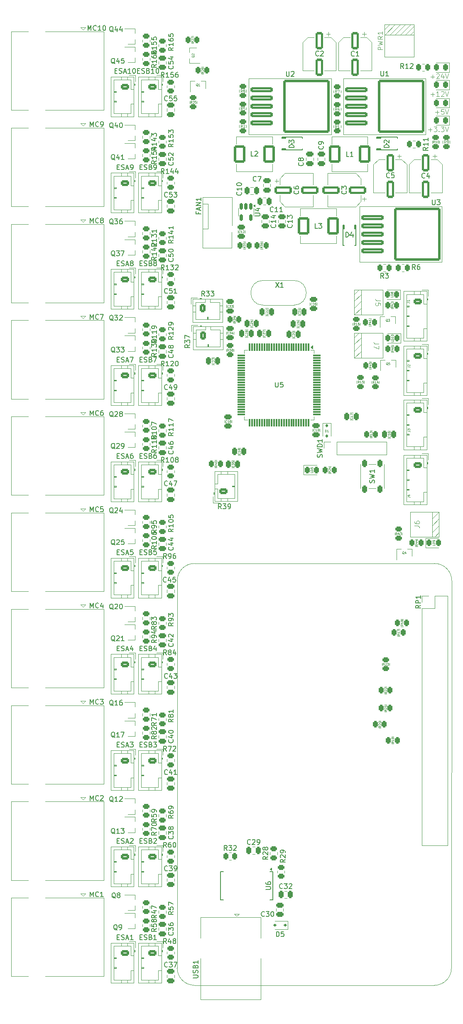
<source format=gbr>
%TF.GenerationSoftware,KiCad,Pcbnew,9.0.0*%
%TF.CreationDate,2025-03-21T01:21:14+03:00*%
%TF.ProjectId,MasterBoard,4d617374-6572-4426-9f61-72642e6b6963,rev?*%
%TF.SameCoordinates,Original*%
%TF.FileFunction,Legend,Top*%
%TF.FilePolarity,Positive*%
%FSLAX46Y46*%
G04 Gerber Fmt 4.6, Leading zero omitted, Abs format (unit mm)*
G04 Created by KiCad (PCBNEW 9.0.0) date 2025-03-21 01:21:14*
%MOMM*%
%LPD*%
G01*
G04 APERTURE LIST*
G04 Aperture macros list*
%AMRoundRect*
0 Rectangle with rounded corners*
0 $1 Rounding radius*
0 $2 $3 $4 $5 $6 $7 $8 $9 X,Y pos of 4 corners*
0 Add a 4 corners polygon primitive as box body*
4,1,4,$2,$3,$4,$5,$6,$7,$8,$9,$2,$3,0*
0 Add four circle primitives for the rounded corners*
1,1,$1+$1,$2,$3*
1,1,$1+$1,$4,$5*
1,1,$1+$1,$6,$7*
1,1,$1+$1,$8,$9*
0 Add four rect primitives between the rounded corners*
20,1,$1+$1,$2,$3,$4,$5,0*
20,1,$1+$1,$4,$5,$6,$7,0*
20,1,$1+$1,$6,$7,$8,$9,0*
20,1,$1+$1,$8,$9,$2,$3,0*%
G04 Aperture macros list end*
%ADD10C,0.100000*%
%ADD11C,0.150000*%
%ADD12C,0.152400*%
%ADD13C,0.120000*%
%ADD14C,0.300000*%
%ADD15C,0.127000*%
%ADD16RoundRect,0.250000X-0.262500X-0.450000X0.262500X-0.450000X0.262500X0.450000X-0.262500X0.450000X0*%
%ADD17RoundRect,0.250000X-0.550000X1.500000X-0.550000X-1.500000X0.550000X-1.500000X0.550000X1.500000X0*%
%ADD18RoundRect,0.250000X0.450000X-0.262500X0.450000X0.262500X-0.450000X0.262500X-0.450000X-0.262500X0*%
%ADD19RoundRect,0.250000X-2.050000X-0.300000X2.050000X-0.300000X2.050000X0.300000X-2.050000X0.300000X0*%
%ADD20RoundRect,0.250000X-4.450000X-5.150000X4.450000X-5.150000X4.450000X5.150000X-4.450000X5.150000X0*%
%ADD21R,1.800000X1.700000*%
%ADD22RoundRect,0.250000X0.250000X0.475000X-0.250000X0.475000X-0.250000X-0.475000X0.250000X-0.475000X0*%
%ADD23R,0.900000X0.800000*%
%ADD24R,0.800000X0.900000*%
%ADD25RoundRect,0.250000X0.262500X0.450000X-0.262500X0.450000X-0.262500X-0.450000X0.262500X-0.450000X0*%
%ADD26RoundRect,0.250000X-0.250000X-0.475000X0.250000X-0.475000X0.250000X0.475000X-0.250000X0.475000X0*%
%ADD27RoundRect,0.243750X0.243750X0.456250X-0.243750X0.456250X-0.243750X-0.456250X0.243750X-0.456250X0*%
%ADD28RoundRect,0.250000X-0.475000X0.250000X-0.475000X-0.250000X0.475000X-0.250000X0.475000X0.250000X0*%
%ADD29RoundRect,0.250000X-0.625000X0.350000X-0.625000X-0.350000X0.625000X-0.350000X0.625000X0.350000X0*%
%ADD30O,1.750000X1.200000*%
%ADD31RoundRect,0.112500X0.187500X0.112500X-0.187500X0.112500X-0.187500X-0.112500X0.187500X-0.112500X0*%
%ADD32C,1.500000*%
%ADD33RoundRect,0.250000X-0.450000X0.262500X-0.450000X-0.262500X0.450000X-0.262500X0.450000X0.262500X0*%
%ADD34RoundRect,0.250000X0.625000X-0.350000X0.625000X0.350000X-0.625000X0.350000X-0.625000X-0.350000X0*%
%ADD35R,1.700000X1.800000*%
%ADD36RoundRect,0.075000X-0.075000X0.725000X-0.075000X-0.725000X0.075000X-0.725000X0.075000X0.725000X0*%
%ADD37RoundRect,0.075000X-0.725000X0.075000X-0.725000X-0.075000X0.725000X-0.075000X0.725000X0.075000X0*%
%ADD38C,3.250000*%
%ADD39R,1.500000X1.500000*%
%ADD40C,3.000000*%
%ADD41R,1.700000X1.700000*%
%ADD42O,1.700000X1.700000*%
%ADD43RoundRect,0.250000X0.925000X1.500000X-0.925000X1.500000X-0.925000X-1.500000X0.925000X-1.500000X0*%
%ADD44RoundRect,0.250000X0.475000X-0.250000X0.475000X0.250000X-0.475000X0.250000X-0.475000X-0.250000X0*%
%ADD45RoundRect,0.250000X-0.350000X-0.625000X0.350000X-0.625000X0.350000X0.625000X-0.350000X0.625000X0*%
%ADD46O,1.200000X1.750000*%
%ADD47RoundRect,0.250000X-0.250000X0.525000X-0.250000X-0.525000X0.250000X-0.525000X0.250000X0.525000X0*%
%ADD48RoundRect,0.112500X-0.112500X0.187500X-0.112500X-0.187500X0.112500X-0.187500X0.112500X0.187500X0*%
%ADD49RoundRect,0.250000X-1.500000X-0.550000X1.500000X-0.550000X1.500000X0.550000X-1.500000X0.550000X0*%
%ADD50RoundRect,0.250000X1.500000X0.550000X-1.500000X0.550000X-1.500000X-0.550000X1.500000X-0.550000X0*%
%ADD51C,1.700000*%
%ADD52RoundRect,0.243750X-0.243750X-0.456250X0.243750X-0.456250X0.243750X0.456250X-0.243750X0.456250X0*%
%ADD53RoundRect,0.150000X-0.150000X0.512500X-0.150000X-0.512500X0.150000X-0.512500X0.150000X0.512500X0*%
%ADD54C,1.100000*%
%ADD55R,2.030000X1.730000*%
%ADD56O,2.030000X1.730000*%
%ADD57C,3.500000*%
%ADD58R,0.450000X1.750000*%
G04 APERTURE END LIST*
D10*
X174013000Y-235556398D02*
X174073000Y-156556398D01*
X170563000Y-153046398D02*
X121613000Y-153041398D01*
X170563000Y-153046398D02*
G75*
G02*
X174073002Y-156556398I0J-3510002D01*
G01*
X118098000Y-156556398D02*
X118098000Y-235546398D01*
X121598000Y-239046398D02*
G75*
G02*
X118098002Y-235546398I0J3499998D01*
G01*
X170513000Y-239056398D02*
X121598000Y-239046398D01*
X174013000Y-235556398D02*
G75*
G02*
X170513000Y-239056400I-3500000J-2D01*
G01*
X118098000Y-156556398D02*
G75*
G02*
X121613000Y-153041400I3515000J-2D01*
G01*
X169766884Y-53797864D02*
X170528789Y-53797864D01*
X170147836Y-54178817D02*
X170147836Y-53416912D01*
X170957360Y-53274055D02*
X171004979Y-53226436D01*
X171004979Y-53226436D02*
X171100217Y-53178817D01*
X171100217Y-53178817D02*
X171338312Y-53178817D01*
X171338312Y-53178817D02*
X171433550Y-53226436D01*
X171433550Y-53226436D02*
X171481169Y-53274055D01*
X171481169Y-53274055D02*
X171528788Y-53369293D01*
X171528788Y-53369293D02*
X171528788Y-53464531D01*
X171528788Y-53464531D02*
X171481169Y-53607388D01*
X171481169Y-53607388D02*
X170909741Y-54178817D01*
X170909741Y-54178817D02*
X171528788Y-54178817D01*
X172385931Y-53512150D02*
X172385931Y-54178817D01*
X172147836Y-53131198D02*
X171909741Y-53845483D01*
X171909741Y-53845483D02*
X172528788Y-53845483D01*
X172766884Y-53178817D02*
X173100217Y-54178817D01*
X173100217Y-54178817D02*
X173433550Y-53178817D01*
X170716884Y-61047864D02*
X171478789Y-61047864D01*
X171097836Y-61428817D02*
X171097836Y-60666912D01*
X172431169Y-60428817D02*
X171954979Y-60428817D01*
X171954979Y-60428817D02*
X171907360Y-60905007D01*
X171907360Y-60905007D02*
X171954979Y-60857388D01*
X171954979Y-60857388D02*
X172050217Y-60809769D01*
X172050217Y-60809769D02*
X172288312Y-60809769D01*
X172288312Y-60809769D02*
X172383550Y-60857388D01*
X172383550Y-60857388D02*
X172431169Y-60905007D01*
X172431169Y-60905007D02*
X172478788Y-61000245D01*
X172478788Y-61000245D02*
X172478788Y-61238340D01*
X172478788Y-61238340D02*
X172431169Y-61333578D01*
X172431169Y-61333578D02*
X172383550Y-61381198D01*
X172383550Y-61381198D02*
X172288312Y-61428817D01*
X172288312Y-61428817D02*
X172050217Y-61428817D01*
X172050217Y-61428817D02*
X171954979Y-61381198D01*
X171954979Y-61381198D02*
X171907360Y-61333578D01*
X172764503Y-60428817D02*
X173097836Y-61428817D01*
X173097836Y-61428817D02*
X173431169Y-60428817D01*
X169766884Y-57397864D02*
X170528789Y-57397864D01*
X170147836Y-57778817D02*
X170147836Y-57016912D01*
X171528788Y-57778817D02*
X170957360Y-57778817D01*
X171243074Y-57778817D02*
X171243074Y-56778817D01*
X171243074Y-56778817D02*
X171147836Y-56921674D01*
X171147836Y-56921674D02*
X171052598Y-57016912D01*
X171052598Y-57016912D02*
X170957360Y-57064531D01*
X171909741Y-56874055D02*
X171957360Y-56826436D01*
X171957360Y-56826436D02*
X172052598Y-56778817D01*
X172052598Y-56778817D02*
X172290693Y-56778817D01*
X172290693Y-56778817D02*
X172385931Y-56826436D01*
X172385931Y-56826436D02*
X172433550Y-56874055D01*
X172433550Y-56874055D02*
X172481169Y-56969293D01*
X172481169Y-56969293D02*
X172481169Y-57064531D01*
X172481169Y-57064531D02*
X172433550Y-57207388D01*
X172433550Y-57207388D02*
X171862122Y-57778817D01*
X171862122Y-57778817D02*
X172481169Y-57778817D01*
X172766884Y-56778817D02*
X173100217Y-57778817D01*
X173100217Y-57778817D02*
X173433550Y-56778817D01*
X169266884Y-64597864D02*
X170028789Y-64597864D01*
X169647836Y-64978817D02*
X169647836Y-64216912D01*
X170409741Y-63978817D02*
X171028788Y-63978817D01*
X171028788Y-63978817D02*
X170695455Y-64359769D01*
X170695455Y-64359769D02*
X170838312Y-64359769D01*
X170838312Y-64359769D02*
X170933550Y-64407388D01*
X170933550Y-64407388D02*
X170981169Y-64455007D01*
X170981169Y-64455007D02*
X171028788Y-64550245D01*
X171028788Y-64550245D02*
X171028788Y-64788340D01*
X171028788Y-64788340D02*
X170981169Y-64883578D01*
X170981169Y-64883578D02*
X170933550Y-64931198D01*
X170933550Y-64931198D02*
X170838312Y-64978817D01*
X170838312Y-64978817D02*
X170552598Y-64978817D01*
X170552598Y-64978817D02*
X170457360Y-64931198D01*
X170457360Y-64931198D02*
X170409741Y-64883578D01*
X171457360Y-64883578D02*
X171504979Y-64931198D01*
X171504979Y-64931198D02*
X171457360Y-64978817D01*
X171457360Y-64978817D02*
X171409741Y-64931198D01*
X171409741Y-64931198D02*
X171457360Y-64883578D01*
X171457360Y-64883578D02*
X171457360Y-64978817D01*
X171838312Y-63978817D02*
X172457359Y-63978817D01*
X172457359Y-63978817D02*
X172124026Y-64359769D01*
X172124026Y-64359769D02*
X172266883Y-64359769D01*
X172266883Y-64359769D02*
X172362121Y-64407388D01*
X172362121Y-64407388D02*
X172409740Y-64455007D01*
X172409740Y-64455007D02*
X172457359Y-64550245D01*
X172457359Y-64550245D02*
X172457359Y-64788340D01*
X172457359Y-64788340D02*
X172409740Y-64883578D01*
X172409740Y-64883578D02*
X172362121Y-64931198D01*
X172362121Y-64931198D02*
X172266883Y-64978817D01*
X172266883Y-64978817D02*
X171981169Y-64978817D01*
X171981169Y-64978817D02*
X171885931Y-64931198D01*
X171885931Y-64931198D02*
X171838312Y-64883578D01*
X172743074Y-63978817D02*
X173076407Y-64978817D01*
X173076407Y-64978817D02*
X173409740Y-63978817D01*
D11*
X169217819Y-68199255D02*
X168741628Y-68532588D01*
X169217819Y-68770683D02*
X168217819Y-68770683D01*
X168217819Y-68770683D02*
X168217819Y-68389731D01*
X168217819Y-68389731D02*
X168265438Y-68294493D01*
X168265438Y-68294493D02*
X168313057Y-68246874D01*
X168313057Y-68246874D02*
X168408295Y-68199255D01*
X168408295Y-68199255D02*
X168551152Y-68199255D01*
X168551152Y-68199255D02*
X168646390Y-68246874D01*
X168646390Y-68246874D02*
X168694009Y-68294493D01*
X168694009Y-68294493D02*
X168741628Y-68389731D01*
X168741628Y-68389731D02*
X168741628Y-68770683D01*
X169217819Y-67246874D02*
X169217819Y-67818302D01*
X169217819Y-67532588D02*
X168217819Y-67532588D01*
X168217819Y-67532588D02*
X168360676Y-67627826D01*
X168360676Y-67627826D02*
X168455914Y-67723064D01*
X168455914Y-67723064D02*
X168503533Y-67818302D01*
X169217819Y-66294493D02*
X169217819Y-66865921D01*
X169217819Y-66580207D02*
X168217819Y-66580207D01*
X168217819Y-66580207D02*
X168360676Y-66675445D01*
X168360676Y-66675445D02*
X168455914Y-66770683D01*
X168455914Y-66770683D02*
X168503533Y-66865921D01*
X161396333Y-74315978D02*
X161348714Y-74363598D01*
X161348714Y-74363598D02*
X161205857Y-74411217D01*
X161205857Y-74411217D02*
X161110619Y-74411217D01*
X161110619Y-74411217D02*
X160967762Y-74363598D01*
X160967762Y-74363598D02*
X160872524Y-74268359D01*
X160872524Y-74268359D02*
X160824905Y-74173121D01*
X160824905Y-74173121D02*
X160777286Y-73982645D01*
X160777286Y-73982645D02*
X160777286Y-73839788D01*
X160777286Y-73839788D02*
X160824905Y-73649312D01*
X160824905Y-73649312D02*
X160872524Y-73554074D01*
X160872524Y-73554074D02*
X160967762Y-73458836D01*
X160967762Y-73458836D02*
X161110619Y-73411217D01*
X161110619Y-73411217D02*
X161205857Y-73411217D01*
X161205857Y-73411217D02*
X161348714Y-73458836D01*
X161348714Y-73458836D02*
X161396333Y-73506455D01*
X162301095Y-73411217D02*
X161824905Y-73411217D01*
X161824905Y-73411217D02*
X161777286Y-73887407D01*
X161777286Y-73887407D02*
X161824905Y-73839788D01*
X161824905Y-73839788D02*
X161920143Y-73792169D01*
X161920143Y-73792169D02*
X162158238Y-73792169D01*
X162158238Y-73792169D02*
X162253476Y-73839788D01*
X162253476Y-73839788D02*
X162301095Y-73887407D01*
X162301095Y-73887407D02*
X162348714Y-73982645D01*
X162348714Y-73982645D02*
X162348714Y-74220740D01*
X162348714Y-74220740D02*
X162301095Y-74315978D01*
X162301095Y-74315978D02*
X162253476Y-74363598D01*
X162253476Y-74363598D02*
X162158238Y-74411217D01*
X162158238Y-74411217D02*
X161920143Y-74411217D01*
X161920143Y-74411217D02*
X161824905Y-74363598D01*
X161824905Y-74363598D02*
X161777286Y-74315978D01*
X113862819Y-127077667D02*
X113386628Y-127411000D01*
X113862819Y-127649095D02*
X112862819Y-127649095D01*
X112862819Y-127649095D02*
X112862819Y-127268143D01*
X112862819Y-127268143D02*
X112910438Y-127172905D01*
X112910438Y-127172905D02*
X112958057Y-127125286D01*
X112958057Y-127125286D02*
X113053295Y-127077667D01*
X113053295Y-127077667D02*
X113196152Y-127077667D01*
X113196152Y-127077667D02*
X113291390Y-127125286D01*
X113291390Y-127125286D02*
X113339009Y-127172905D01*
X113339009Y-127172905D02*
X113386628Y-127268143D01*
X113386628Y-127268143D02*
X113386628Y-127649095D01*
X113862819Y-126125286D02*
X113862819Y-126696714D01*
X113862819Y-126411000D02*
X112862819Y-126411000D01*
X112862819Y-126411000D02*
X113005676Y-126506238D01*
X113005676Y-126506238D02*
X113100914Y-126601476D01*
X113100914Y-126601476D02*
X113148533Y-126696714D01*
X112862819Y-125506238D02*
X112862819Y-125411000D01*
X112862819Y-125411000D02*
X112910438Y-125315762D01*
X112910438Y-125315762D02*
X112958057Y-125268143D01*
X112958057Y-125268143D02*
X113053295Y-125220524D01*
X113053295Y-125220524D02*
X113243771Y-125172905D01*
X113243771Y-125172905D02*
X113481866Y-125172905D01*
X113481866Y-125172905D02*
X113672342Y-125220524D01*
X113672342Y-125220524D02*
X113767580Y-125268143D01*
X113767580Y-125268143D02*
X113815200Y-125315762D01*
X113815200Y-125315762D02*
X113862819Y-125411000D01*
X113862819Y-125411000D02*
X113862819Y-125506238D01*
X113862819Y-125506238D02*
X113815200Y-125601476D01*
X113815200Y-125601476D02*
X113767580Y-125649095D01*
X113767580Y-125649095D02*
X113672342Y-125696714D01*
X113672342Y-125696714D02*
X113481866Y-125744333D01*
X113481866Y-125744333D02*
X113243771Y-125744333D01*
X113243771Y-125744333D02*
X113053295Y-125696714D01*
X113053295Y-125696714D02*
X112958057Y-125649095D01*
X112958057Y-125649095D02*
X112910438Y-125601476D01*
X112910438Y-125601476D02*
X112862819Y-125506238D01*
X112862819Y-124839571D02*
X112862819Y-124172905D01*
X112862819Y-124172905D02*
X113862819Y-124601476D01*
X140351095Y-52711217D02*
X140351095Y-53520740D01*
X140351095Y-53520740D02*
X140398714Y-53615978D01*
X140398714Y-53615978D02*
X140446333Y-53663598D01*
X140446333Y-53663598D02*
X140541571Y-53711217D01*
X140541571Y-53711217D02*
X140732047Y-53711217D01*
X140732047Y-53711217D02*
X140827285Y-53663598D01*
X140827285Y-53663598D02*
X140874904Y-53615978D01*
X140874904Y-53615978D02*
X140922523Y-53520740D01*
X140922523Y-53520740D02*
X140922523Y-52711217D01*
X141351095Y-52806455D02*
X141398714Y-52758836D01*
X141398714Y-52758836D02*
X141493952Y-52711217D01*
X141493952Y-52711217D02*
X141732047Y-52711217D01*
X141732047Y-52711217D02*
X141827285Y-52758836D01*
X141827285Y-52758836D02*
X141874904Y-52806455D01*
X141874904Y-52806455D02*
X141922523Y-52901693D01*
X141922523Y-52901693D02*
X141922523Y-52996931D01*
X141922523Y-52996931D02*
X141874904Y-53139788D01*
X141874904Y-53139788D02*
X141303476Y-53711217D01*
X141303476Y-53711217D02*
X141922523Y-53711217D01*
D12*
X161275095Y-68236624D02*
X160259095Y-68236624D01*
X160259095Y-68236624D02*
X160259095Y-67994719D01*
X160259095Y-67994719D02*
X160307476Y-67849576D01*
X160307476Y-67849576D02*
X160404238Y-67752814D01*
X160404238Y-67752814D02*
X160501000Y-67704433D01*
X160501000Y-67704433D02*
X160694524Y-67656052D01*
X160694524Y-67656052D02*
X160839667Y-67656052D01*
X160839667Y-67656052D02*
X161033191Y-67704433D01*
X161033191Y-67704433D02*
X161129953Y-67752814D01*
X161129953Y-67752814D02*
X161226715Y-67849576D01*
X161226715Y-67849576D02*
X161275095Y-67994719D01*
X161275095Y-67994719D02*
X161275095Y-68236624D01*
X160355857Y-67269005D02*
X160307476Y-67220624D01*
X160307476Y-67220624D02*
X160259095Y-67123862D01*
X160259095Y-67123862D02*
X160259095Y-66881957D01*
X160259095Y-66881957D02*
X160307476Y-66785195D01*
X160307476Y-66785195D02*
X160355857Y-66736814D01*
X160355857Y-66736814D02*
X160452619Y-66688433D01*
X160452619Y-66688433D02*
X160549381Y-66688433D01*
X160549381Y-66688433D02*
X160694524Y-66736814D01*
X160694524Y-66736814D02*
X161275095Y-67317386D01*
X161275095Y-67317386D02*
X161275095Y-66688433D01*
D10*
X129643121Y-133085683D02*
X129664550Y-133107111D01*
X129664550Y-133107111D02*
X129685978Y-133171397D01*
X129685978Y-133171397D02*
X129685978Y-133214254D01*
X129685978Y-133214254D02*
X129664550Y-133278540D01*
X129664550Y-133278540D02*
X129621692Y-133321397D01*
X129621692Y-133321397D02*
X129578835Y-133342826D01*
X129578835Y-133342826D02*
X129493121Y-133364254D01*
X129493121Y-133364254D02*
X129428835Y-133364254D01*
X129428835Y-133364254D02*
X129343121Y-133342826D01*
X129343121Y-133342826D02*
X129300264Y-133321397D01*
X129300264Y-133321397D02*
X129257407Y-133278540D01*
X129257407Y-133278540D02*
X129235978Y-133214254D01*
X129235978Y-133214254D02*
X129235978Y-133171397D01*
X129235978Y-133171397D02*
X129257407Y-133107111D01*
X129257407Y-133107111D02*
X129278835Y-133085683D01*
X129235978Y-132935683D02*
X129235978Y-132657111D01*
X129235978Y-132657111D02*
X129407407Y-132807111D01*
X129407407Y-132807111D02*
X129407407Y-132742826D01*
X129407407Y-132742826D02*
X129428835Y-132699969D01*
X129428835Y-132699969D02*
X129450264Y-132678540D01*
X129450264Y-132678540D02*
X129493121Y-132657111D01*
X129493121Y-132657111D02*
X129600264Y-132657111D01*
X129600264Y-132657111D02*
X129643121Y-132678540D01*
X129643121Y-132678540D02*
X129664550Y-132699969D01*
X129664550Y-132699969D02*
X129685978Y-132742826D01*
X129685978Y-132742826D02*
X129685978Y-132871397D01*
X129685978Y-132871397D02*
X129664550Y-132914254D01*
X129664550Y-132914254D02*
X129643121Y-132935683D01*
X129235978Y-132249969D02*
X129235978Y-132464255D01*
X129235978Y-132464255D02*
X129450264Y-132485683D01*
X129450264Y-132485683D02*
X129428835Y-132464255D01*
X129428835Y-132464255D02*
X129407407Y-132421398D01*
X129407407Y-132421398D02*
X129407407Y-132314255D01*
X129407407Y-132314255D02*
X129428835Y-132271398D01*
X129428835Y-132271398D02*
X129450264Y-132249969D01*
X129450264Y-132249969D02*
X129493121Y-132228540D01*
X129493121Y-132228540D02*
X129600264Y-132228540D01*
X129600264Y-132228540D02*
X129643121Y-132249969D01*
X129643121Y-132249969D02*
X129664550Y-132271398D01*
X129664550Y-132271398D02*
X129685978Y-132314255D01*
X129685978Y-132314255D02*
X129685978Y-132421398D01*
X129685978Y-132421398D02*
X129664550Y-132464255D01*
X129664550Y-132464255D02*
X129643121Y-132485683D01*
D11*
X105405321Y-70782011D02*
X105310083Y-70734392D01*
X105310083Y-70734392D02*
X105214845Y-70639154D01*
X105214845Y-70639154D02*
X105071988Y-70496296D01*
X105071988Y-70496296D02*
X104976750Y-70448677D01*
X104976750Y-70448677D02*
X104881512Y-70448677D01*
X104929131Y-70686773D02*
X104833893Y-70639154D01*
X104833893Y-70639154D02*
X104738655Y-70543915D01*
X104738655Y-70543915D02*
X104691036Y-70353439D01*
X104691036Y-70353439D02*
X104691036Y-70020106D01*
X104691036Y-70020106D02*
X104738655Y-69829630D01*
X104738655Y-69829630D02*
X104833893Y-69734392D01*
X104833893Y-69734392D02*
X104929131Y-69686773D01*
X104929131Y-69686773D02*
X105119607Y-69686773D01*
X105119607Y-69686773D02*
X105214845Y-69734392D01*
X105214845Y-69734392D02*
X105310083Y-69829630D01*
X105310083Y-69829630D02*
X105357702Y-70020106D01*
X105357702Y-70020106D02*
X105357702Y-70353439D01*
X105357702Y-70353439D02*
X105310083Y-70543915D01*
X105310083Y-70543915D02*
X105214845Y-70639154D01*
X105214845Y-70639154D02*
X105119607Y-70686773D01*
X105119607Y-70686773D02*
X104929131Y-70686773D01*
X106214845Y-70020106D02*
X106214845Y-70686773D01*
X105976750Y-69639154D02*
X105738655Y-70353439D01*
X105738655Y-70353439D02*
X106357702Y-70353439D01*
X107262464Y-70686773D02*
X106691036Y-70686773D01*
X106976750Y-70686773D02*
X106976750Y-69686773D01*
X106976750Y-69686773D02*
X106881512Y-69829630D01*
X106881512Y-69829630D02*
X106786274Y-69924868D01*
X106786274Y-69924868D02*
X106691036Y-69972487D01*
D10*
X122270142Y-55702233D02*
X122227285Y-55680805D01*
X122227285Y-55680805D02*
X122184428Y-55637948D01*
X122184428Y-55637948D02*
X122120142Y-55573662D01*
X122120142Y-55573662D02*
X122077285Y-55552233D01*
X122077285Y-55552233D02*
X122034428Y-55552233D01*
X122055857Y-55659376D02*
X122013000Y-55637948D01*
X122013000Y-55637948D02*
X121970142Y-55595090D01*
X121970142Y-55595090D02*
X121948714Y-55509376D01*
X121948714Y-55509376D02*
X121948714Y-55359376D01*
X121948714Y-55359376D02*
X121970142Y-55273662D01*
X121970142Y-55273662D02*
X122013000Y-55230805D01*
X122013000Y-55230805D02*
X122055857Y-55209376D01*
X122055857Y-55209376D02*
X122141571Y-55209376D01*
X122141571Y-55209376D02*
X122184428Y-55230805D01*
X122184428Y-55230805D02*
X122227285Y-55273662D01*
X122227285Y-55273662D02*
X122248714Y-55359376D01*
X122248714Y-55359376D02*
X122248714Y-55509376D01*
X122248714Y-55509376D02*
X122227285Y-55595090D01*
X122227285Y-55595090D02*
X122184428Y-55637948D01*
X122184428Y-55637948D02*
X122141571Y-55659376D01*
X122141571Y-55659376D02*
X122055857Y-55659376D01*
X122677286Y-55659376D02*
X122420143Y-55659376D01*
X122548714Y-55659376D02*
X122548714Y-55209376D01*
X122548714Y-55209376D02*
X122505857Y-55273662D01*
X122505857Y-55273662D02*
X122463000Y-55316519D01*
X122463000Y-55316519D02*
X122420143Y-55337948D01*
D11*
X105405321Y-90407566D02*
X105310083Y-90359947D01*
X105310083Y-90359947D02*
X105214845Y-90264709D01*
X105214845Y-90264709D02*
X105071988Y-90121851D01*
X105071988Y-90121851D02*
X104976750Y-90074232D01*
X104976750Y-90074232D02*
X104881512Y-90074232D01*
X104929131Y-90312328D02*
X104833893Y-90264709D01*
X104833893Y-90264709D02*
X104738655Y-90169470D01*
X104738655Y-90169470D02*
X104691036Y-89978994D01*
X104691036Y-89978994D02*
X104691036Y-89645661D01*
X104691036Y-89645661D02*
X104738655Y-89455185D01*
X104738655Y-89455185D02*
X104833893Y-89359947D01*
X104833893Y-89359947D02*
X104929131Y-89312328D01*
X104929131Y-89312328D02*
X105119607Y-89312328D01*
X105119607Y-89312328D02*
X105214845Y-89359947D01*
X105214845Y-89359947D02*
X105310083Y-89455185D01*
X105310083Y-89455185D02*
X105357702Y-89645661D01*
X105357702Y-89645661D02*
X105357702Y-89978994D01*
X105357702Y-89978994D02*
X105310083Y-90169470D01*
X105310083Y-90169470D02*
X105214845Y-90264709D01*
X105214845Y-90264709D02*
X105119607Y-90312328D01*
X105119607Y-90312328D02*
X104929131Y-90312328D01*
X105691036Y-89312328D02*
X106310083Y-89312328D01*
X106310083Y-89312328D02*
X105976750Y-89693280D01*
X105976750Y-89693280D02*
X106119607Y-89693280D01*
X106119607Y-89693280D02*
X106214845Y-89740899D01*
X106214845Y-89740899D02*
X106262464Y-89788518D01*
X106262464Y-89788518D02*
X106310083Y-89883756D01*
X106310083Y-89883756D02*
X106310083Y-90121851D01*
X106310083Y-90121851D02*
X106262464Y-90217089D01*
X106262464Y-90217089D02*
X106214845Y-90264709D01*
X106214845Y-90264709D02*
X106119607Y-90312328D01*
X106119607Y-90312328D02*
X105833893Y-90312328D01*
X105833893Y-90312328D02*
X105738655Y-90264709D01*
X105738655Y-90264709D02*
X105691036Y-90217089D01*
X106643417Y-89312328D02*
X107310083Y-89312328D01*
X107310083Y-89312328D02*
X106881512Y-90312328D01*
D10*
X160783478Y-182825683D02*
X160569192Y-182975683D01*
X160783478Y-183082826D02*
X160333478Y-183082826D01*
X160333478Y-183082826D02*
X160333478Y-182911397D01*
X160333478Y-182911397D02*
X160354907Y-182868540D01*
X160354907Y-182868540D02*
X160376335Y-182847111D01*
X160376335Y-182847111D02*
X160419192Y-182825683D01*
X160419192Y-182825683D02*
X160483478Y-182825683D01*
X160483478Y-182825683D02*
X160526335Y-182847111D01*
X160526335Y-182847111D02*
X160547764Y-182868540D01*
X160547764Y-182868540D02*
X160569192Y-182911397D01*
X160569192Y-182911397D02*
X160569192Y-183082826D01*
X160376335Y-182654254D02*
X160354907Y-182632826D01*
X160354907Y-182632826D02*
X160333478Y-182589969D01*
X160333478Y-182589969D02*
X160333478Y-182482826D01*
X160333478Y-182482826D02*
X160354907Y-182439969D01*
X160354907Y-182439969D02*
X160376335Y-182418540D01*
X160376335Y-182418540D02*
X160419192Y-182397111D01*
X160419192Y-182397111D02*
X160462050Y-182397111D01*
X160462050Y-182397111D02*
X160526335Y-182418540D01*
X160526335Y-182418540D02*
X160783478Y-182675683D01*
X160783478Y-182675683D02*
X160783478Y-182397111D01*
X160783478Y-181968540D02*
X160783478Y-182225683D01*
X160783478Y-182097112D02*
X160333478Y-182097112D01*
X160333478Y-182097112D02*
X160397764Y-182139969D01*
X160397764Y-182139969D02*
X160440621Y-182182826D01*
X160440621Y-182182826D02*
X160462050Y-182225683D01*
D11*
X159601095Y-52661217D02*
X159601095Y-53470740D01*
X159601095Y-53470740D02*
X159648714Y-53565978D01*
X159648714Y-53565978D02*
X159696333Y-53613598D01*
X159696333Y-53613598D02*
X159791571Y-53661217D01*
X159791571Y-53661217D02*
X159982047Y-53661217D01*
X159982047Y-53661217D02*
X160077285Y-53613598D01*
X160077285Y-53613598D02*
X160124904Y-53565978D01*
X160124904Y-53565978D02*
X160172523Y-53470740D01*
X160172523Y-53470740D02*
X160172523Y-52661217D01*
X161172523Y-53661217D02*
X160601095Y-53661217D01*
X160886809Y-53661217D02*
X160886809Y-52661217D01*
X160886809Y-52661217D02*
X160791571Y-52804074D01*
X160791571Y-52804074D02*
X160696333Y-52899312D01*
X160696333Y-52899312D02*
X160601095Y-52946931D01*
D10*
X142873121Y-104495683D02*
X142894550Y-104517111D01*
X142894550Y-104517111D02*
X142915978Y-104581397D01*
X142915978Y-104581397D02*
X142915978Y-104624254D01*
X142915978Y-104624254D02*
X142894550Y-104688540D01*
X142894550Y-104688540D02*
X142851692Y-104731397D01*
X142851692Y-104731397D02*
X142808835Y-104752826D01*
X142808835Y-104752826D02*
X142723121Y-104774254D01*
X142723121Y-104774254D02*
X142658835Y-104774254D01*
X142658835Y-104774254D02*
X142573121Y-104752826D01*
X142573121Y-104752826D02*
X142530264Y-104731397D01*
X142530264Y-104731397D02*
X142487407Y-104688540D01*
X142487407Y-104688540D02*
X142465978Y-104624254D01*
X142465978Y-104624254D02*
X142465978Y-104581397D01*
X142465978Y-104581397D02*
X142487407Y-104517111D01*
X142487407Y-104517111D02*
X142508835Y-104495683D01*
X142508835Y-104324254D02*
X142487407Y-104302826D01*
X142487407Y-104302826D02*
X142465978Y-104259969D01*
X142465978Y-104259969D02*
X142465978Y-104152826D01*
X142465978Y-104152826D02*
X142487407Y-104109969D01*
X142487407Y-104109969D02*
X142508835Y-104088540D01*
X142508835Y-104088540D02*
X142551692Y-104067111D01*
X142551692Y-104067111D02*
X142594550Y-104067111D01*
X142594550Y-104067111D02*
X142658835Y-104088540D01*
X142658835Y-104088540D02*
X142915978Y-104345683D01*
X142915978Y-104345683D02*
X142915978Y-104067111D01*
X142465978Y-103681398D02*
X142465978Y-103767112D01*
X142465978Y-103767112D02*
X142487407Y-103809969D01*
X142487407Y-103809969D02*
X142508835Y-103831398D01*
X142508835Y-103831398D02*
X142573121Y-103874255D01*
X142573121Y-103874255D02*
X142658835Y-103895683D01*
X142658835Y-103895683D02*
X142830264Y-103895683D01*
X142830264Y-103895683D02*
X142873121Y-103874255D01*
X142873121Y-103874255D02*
X142894550Y-103852826D01*
X142894550Y-103852826D02*
X142915978Y-103809969D01*
X142915978Y-103809969D02*
X142915978Y-103724255D01*
X142915978Y-103724255D02*
X142894550Y-103681398D01*
X142894550Y-103681398D02*
X142873121Y-103659969D01*
X142873121Y-103659969D02*
X142830264Y-103638540D01*
X142830264Y-103638540D02*
X142723121Y-103638540D01*
X142723121Y-103638540D02*
X142680264Y-103659969D01*
X142680264Y-103659969D02*
X142658835Y-103681398D01*
X142658835Y-103681398D02*
X142637407Y-103724255D01*
X142637407Y-103724255D02*
X142637407Y-103809969D01*
X142637407Y-103809969D02*
X142658835Y-103852826D01*
X142658835Y-103852826D02*
X142680264Y-103874255D01*
X142680264Y-103874255D02*
X142723121Y-103895683D01*
D11*
X115915142Y-230541217D02*
X115581809Y-230065026D01*
X115343714Y-230541217D02*
X115343714Y-229541217D01*
X115343714Y-229541217D02*
X115724666Y-229541217D01*
X115724666Y-229541217D02*
X115819904Y-229588836D01*
X115819904Y-229588836D02*
X115867523Y-229636455D01*
X115867523Y-229636455D02*
X115915142Y-229731693D01*
X115915142Y-229731693D02*
X115915142Y-229874550D01*
X115915142Y-229874550D02*
X115867523Y-229969788D01*
X115867523Y-229969788D02*
X115819904Y-230017407D01*
X115819904Y-230017407D02*
X115724666Y-230065026D01*
X115724666Y-230065026D02*
X115343714Y-230065026D01*
X116772285Y-229874550D02*
X116772285Y-230541217D01*
X116534190Y-229493598D02*
X116296095Y-230207883D01*
X116296095Y-230207883D02*
X116915142Y-230207883D01*
X117438952Y-229969788D02*
X117343714Y-229922169D01*
X117343714Y-229922169D02*
X117296095Y-229874550D01*
X117296095Y-229874550D02*
X117248476Y-229779312D01*
X117248476Y-229779312D02*
X117248476Y-229731693D01*
X117248476Y-229731693D02*
X117296095Y-229636455D01*
X117296095Y-229636455D02*
X117343714Y-229588836D01*
X117343714Y-229588836D02*
X117438952Y-229541217D01*
X117438952Y-229541217D02*
X117629428Y-229541217D01*
X117629428Y-229541217D02*
X117724666Y-229588836D01*
X117724666Y-229588836D02*
X117772285Y-229636455D01*
X117772285Y-229636455D02*
X117819904Y-229731693D01*
X117819904Y-229731693D02*
X117819904Y-229779312D01*
X117819904Y-229779312D02*
X117772285Y-229874550D01*
X117772285Y-229874550D02*
X117724666Y-229922169D01*
X117724666Y-229922169D02*
X117629428Y-229969788D01*
X117629428Y-229969788D02*
X117438952Y-229969788D01*
X117438952Y-229969788D02*
X117343714Y-230017407D01*
X117343714Y-230017407D02*
X117296095Y-230065026D01*
X117296095Y-230065026D02*
X117248476Y-230160264D01*
X117248476Y-230160264D02*
X117248476Y-230350740D01*
X117248476Y-230350740D02*
X117296095Y-230445978D01*
X117296095Y-230445978D02*
X117343714Y-230493598D01*
X117343714Y-230493598D02*
X117438952Y-230541217D01*
X117438952Y-230541217D02*
X117629428Y-230541217D01*
X117629428Y-230541217D02*
X117724666Y-230493598D01*
X117724666Y-230493598D02*
X117772285Y-230445978D01*
X117772285Y-230445978D02*
X117819904Y-230350740D01*
X117819904Y-230350740D02*
X117819904Y-230160264D01*
X117819904Y-230160264D02*
X117772285Y-230065026D01*
X117772285Y-230065026D02*
X117724666Y-230017407D01*
X117724666Y-230017407D02*
X117629428Y-229969788D01*
X116115142Y-78241534D02*
X116067523Y-78289154D01*
X116067523Y-78289154D02*
X115924666Y-78336773D01*
X115924666Y-78336773D02*
X115829428Y-78336773D01*
X115829428Y-78336773D02*
X115686571Y-78289154D01*
X115686571Y-78289154D02*
X115591333Y-78193915D01*
X115591333Y-78193915D02*
X115543714Y-78098677D01*
X115543714Y-78098677D02*
X115496095Y-77908201D01*
X115496095Y-77908201D02*
X115496095Y-77765344D01*
X115496095Y-77765344D02*
X115543714Y-77574868D01*
X115543714Y-77574868D02*
X115591333Y-77479630D01*
X115591333Y-77479630D02*
X115686571Y-77384392D01*
X115686571Y-77384392D02*
X115829428Y-77336773D01*
X115829428Y-77336773D02*
X115924666Y-77336773D01*
X115924666Y-77336773D02*
X116067523Y-77384392D01*
X116067523Y-77384392D02*
X116115142Y-77432011D01*
X117019904Y-77336773D02*
X116543714Y-77336773D01*
X116543714Y-77336773D02*
X116496095Y-77812963D01*
X116496095Y-77812963D02*
X116543714Y-77765344D01*
X116543714Y-77765344D02*
X116638952Y-77717725D01*
X116638952Y-77717725D02*
X116877047Y-77717725D01*
X116877047Y-77717725D02*
X116972285Y-77765344D01*
X116972285Y-77765344D02*
X117019904Y-77812963D01*
X117019904Y-77812963D02*
X117067523Y-77908201D01*
X117067523Y-77908201D02*
X117067523Y-78146296D01*
X117067523Y-78146296D02*
X117019904Y-78241534D01*
X117019904Y-78241534D02*
X116972285Y-78289154D01*
X116972285Y-78289154D02*
X116877047Y-78336773D01*
X116877047Y-78336773D02*
X116638952Y-78336773D01*
X116638952Y-78336773D02*
X116543714Y-78289154D01*
X116543714Y-78289154D02*
X116496095Y-78241534D01*
X117400857Y-77336773D02*
X118019904Y-77336773D01*
X118019904Y-77336773D02*
X117686571Y-77717725D01*
X117686571Y-77717725D02*
X117829428Y-77717725D01*
X117829428Y-77717725D02*
X117924666Y-77765344D01*
X117924666Y-77765344D02*
X117972285Y-77812963D01*
X117972285Y-77812963D02*
X118019904Y-77908201D01*
X118019904Y-77908201D02*
X118019904Y-78146296D01*
X118019904Y-78146296D02*
X117972285Y-78241534D01*
X117972285Y-78241534D02*
X117924666Y-78289154D01*
X117924666Y-78289154D02*
X117829428Y-78336773D01*
X117829428Y-78336773D02*
X117543714Y-78336773D01*
X117543714Y-78336773D02*
X117448476Y-78289154D01*
X117448476Y-78289154D02*
X117400857Y-78241534D01*
X105862762Y-150715185D02*
X106196095Y-150715185D01*
X106338952Y-151238995D02*
X105862762Y-151238995D01*
X105862762Y-151238995D02*
X105862762Y-150238995D01*
X105862762Y-150238995D02*
X106338952Y-150238995D01*
X106719905Y-151191376D02*
X106862762Y-151238995D01*
X106862762Y-151238995D02*
X107100857Y-151238995D01*
X107100857Y-151238995D02*
X107196095Y-151191376D01*
X107196095Y-151191376D02*
X107243714Y-151143756D01*
X107243714Y-151143756D02*
X107291333Y-151048518D01*
X107291333Y-151048518D02*
X107291333Y-150953280D01*
X107291333Y-150953280D02*
X107243714Y-150858042D01*
X107243714Y-150858042D02*
X107196095Y-150810423D01*
X107196095Y-150810423D02*
X107100857Y-150762804D01*
X107100857Y-150762804D02*
X106910381Y-150715185D01*
X106910381Y-150715185D02*
X106815143Y-150667566D01*
X106815143Y-150667566D02*
X106767524Y-150619947D01*
X106767524Y-150619947D02*
X106719905Y-150524709D01*
X106719905Y-150524709D02*
X106719905Y-150429471D01*
X106719905Y-150429471D02*
X106767524Y-150334233D01*
X106767524Y-150334233D02*
X106815143Y-150286614D01*
X106815143Y-150286614D02*
X106910381Y-150238995D01*
X106910381Y-150238995D02*
X107148476Y-150238995D01*
X107148476Y-150238995D02*
X107291333Y-150286614D01*
X107672286Y-150953280D02*
X108148476Y-150953280D01*
X107577048Y-151238995D02*
X107910381Y-150238995D01*
X107910381Y-150238995D02*
X108243714Y-151238995D01*
X109053238Y-150238995D02*
X108577048Y-150238995D01*
X108577048Y-150238995D02*
X108529429Y-150715185D01*
X108529429Y-150715185D02*
X108577048Y-150667566D01*
X108577048Y-150667566D02*
X108672286Y-150619947D01*
X108672286Y-150619947D02*
X108910381Y-150619947D01*
X108910381Y-150619947D02*
X109005619Y-150667566D01*
X109005619Y-150667566D02*
X109053238Y-150715185D01*
X109053238Y-150715185D02*
X109100857Y-150810423D01*
X109100857Y-150810423D02*
X109100857Y-151048518D01*
X109100857Y-151048518D02*
X109053238Y-151143756D01*
X109053238Y-151143756D02*
X109005619Y-151191376D01*
X109005619Y-151191376D02*
X108910381Y-151238995D01*
X108910381Y-151238995D02*
X108672286Y-151238995D01*
X108672286Y-151238995D02*
X108577048Y-151191376D01*
X108577048Y-151191376D02*
X108529429Y-151143756D01*
X138324905Y-229111217D02*
X138324905Y-228111217D01*
X138324905Y-228111217D02*
X138563000Y-228111217D01*
X138563000Y-228111217D02*
X138705857Y-228158836D01*
X138705857Y-228158836D02*
X138801095Y-228254074D01*
X138801095Y-228254074D02*
X138848714Y-228349312D01*
X138848714Y-228349312D02*
X138896333Y-228539788D01*
X138896333Y-228539788D02*
X138896333Y-228682645D01*
X138896333Y-228682645D02*
X138848714Y-228873121D01*
X138848714Y-228873121D02*
X138801095Y-228968359D01*
X138801095Y-228968359D02*
X138705857Y-229063598D01*
X138705857Y-229063598D02*
X138563000Y-229111217D01*
X138563000Y-229111217D02*
X138324905Y-229111217D01*
X139801095Y-228111217D02*
X139324905Y-228111217D01*
X139324905Y-228111217D02*
X139277286Y-228587407D01*
X139277286Y-228587407D02*
X139324905Y-228539788D01*
X139324905Y-228539788D02*
X139420143Y-228492169D01*
X139420143Y-228492169D02*
X139658238Y-228492169D01*
X139658238Y-228492169D02*
X139753476Y-228539788D01*
X139753476Y-228539788D02*
X139801095Y-228587407D01*
X139801095Y-228587407D02*
X139848714Y-228682645D01*
X139848714Y-228682645D02*
X139848714Y-228920740D01*
X139848714Y-228920740D02*
X139801095Y-229015978D01*
X139801095Y-229015978D02*
X139753476Y-229063598D01*
X139753476Y-229063598D02*
X139658238Y-229111217D01*
X139658238Y-229111217D02*
X139420143Y-229111217D01*
X139420143Y-229111217D02*
X139324905Y-229063598D01*
X139324905Y-229063598D02*
X139277286Y-229015978D01*
D10*
X126175978Y-133035683D02*
X125961692Y-133185683D01*
X126175978Y-133292826D02*
X125725978Y-133292826D01*
X125725978Y-133292826D02*
X125725978Y-133121397D01*
X125725978Y-133121397D02*
X125747407Y-133078540D01*
X125747407Y-133078540D02*
X125768835Y-133057111D01*
X125768835Y-133057111D02*
X125811692Y-133035683D01*
X125811692Y-133035683D02*
X125875978Y-133035683D01*
X125875978Y-133035683D02*
X125918835Y-133057111D01*
X125918835Y-133057111D02*
X125940264Y-133078540D01*
X125940264Y-133078540D02*
X125961692Y-133121397D01*
X125961692Y-133121397D02*
X125961692Y-133292826D01*
X125875978Y-132649969D02*
X126175978Y-132649969D01*
X125704550Y-132757111D02*
X126025978Y-132864254D01*
X126025978Y-132864254D02*
X126025978Y-132585683D01*
X125725978Y-132328540D02*
X125725978Y-132285683D01*
X125725978Y-132285683D02*
X125747407Y-132242826D01*
X125747407Y-132242826D02*
X125768835Y-132221398D01*
X125768835Y-132221398D02*
X125811692Y-132199969D01*
X125811692Y-132199969D02*
X125897407Y-132178540D01*
X125897407Y-132178540D02*
X126004550Y-132178540D01*
X126004550Y-132178540D02*
X126090264Y-132199969D01*
X126090264Y-132199969D02*
X126133121Y-132221398D01*
X126133121Y-132221398D02*
X126154550Y-132242826D01*
X126154550Y-132242826D02*
X126175978Y-132285683D01*
X126175978Y-132285683D02*
X126175978Y-132328540D01*
X126175978Y-132328540D02*
X126154550Y-132371398D01*
X126154550Y-132371398D02*
X126133121Y-132392826D01*
X126133121Y-132392826D02*
X126090264Y-132414255D01*
X126090264Y-132414255D02*
X126004550Y-132435683D01*
X126004550Y-132435683D02*
X125897407Y-132435683D01*
X125897407Y-132435683D02*
X125811692Y-132414255D01*
X125811692Y-132414255D02*
X125768835Y-132392826D01*
X125768835Y-132392826D02*
X125747407Y-132371398D01*
X125747407Y-132371398D02*
X125725978Y-132328540D01*
X135515978Y-88485683D02*
X135301692Y-88635683D01*
X135515978Y-88742826D02*
X135065978Y-88742826D01*
X135065978Y-88742826D02*
X135065978Y-88571397D01*
X135065978Y-88571397D02*
X135087407Y-88528540D01*
X135087407Y-88528540D02*
X135108835Y-88507111D01*
X135108835Y-88507111D02*
X135151692Y-88485683D01*
X135151692Y-88485683D02*
X135215978Y-88485683D01*
X135215978Y-88485683D02*
X135258835Y-88507111D01*
X135258835Y-88507111D02*
X135280264Y-88528540D01*
X135280264Y-88528540D02*
X135301692Y-88571397D01*
X135301692Y-88571397D02*
X135301692Y-88742826D01*
X135065978Y-88335683D02*
X135065978Y-88057111D01*
X135065978Y-88057111D02*
X135237407Y-88207111D01*
X135237407Y-88207111D02*
X135237407Y-88142826D01*
X135237407Y-88142826D02*
X135258835Y-88099969D01*
X135258835Y-88099969D02*
X135280264Y-88078540D01*
X135280264Y-88078540D02*
X135323121Y-88057111D01*
X135323121Y-88057111D02*
X135430264Y-88057111D01*
X135430264Y-88057111D02*
X135473121Y-88078540D01*
X135473121Y-88078540D02*
X135494550Y-88099969D01*
X135494550Y-88099969D02*
X135515978Y-88142826D01*
X135515978Y-88142826D02*
X135515978Y-88271397D01*
X135515978Y-88271397D02*
X135494550Y-88314254D01*
X135494550Y-88314254D02*
X135473121Y-88335683D01*
X135065978Y-87671398D02*
X135065978Y-87757112D01*
X135065978Y-87757112D02*
X135087407Y-87799969D01*
X135087407Y-87799969D02*
X135108835Y-87821398D01*
X135108835Y-87821398D02*
X135173121Y-87864255D01*
X135173121Y-87864255D02*
X135258835Y-87885683D01*
X135258835Y-87885683D02*
X135430264Y-87885683D01*
X135430264Y-87885683D02*
X135473121Y-87864255D01*
X135473121Y-87864255D02*
X135494550Y-87842826D01*
X135494550Y-87842826D02*
X135515978Y-87799969D01*
X135515978Y-87799969D02*
X135515978Y-87714255D01*
X135515978Y-87714255D02*
X135494550Y-87671398D01*
X135494550Y-87671398D02*
X135473121Y-87649969D01*
X135473121Y-87649969D02*
X135430264Y-87628540D01*
X135430264Y-87628540D02*
X135323121Y-87628540D01*
X135323121Y-87628540D02*
X135280264Y-87649969D01*
X135280264Y-87649969D02*
X135258835Y-87671398D01*
X135258835Y-87671398D02*
X135237407Y-87714255D01*
X135237407Y-87714255D02*
X135237407Y-87799969D01*
X135237407Y-87799969D02*
X135258835Y-87842826D01*
X135258835Y-87842826D02*
X135280264Y-87864255D01*
X135280264Y-87864255D02*
X135323121Y-87885683D01*
D11*
X128270142Y-211561217D02*
X127936809Y-211085026D01*
X127698714Y-211561217D02*
X127698714Y-210561217D01*
X127698714Y-210561217D02*
X128079666Y-210561217D01*
X128079666Y-210561217D02*
X128174904Y-210608836D01*
X128174904Y-210608836D02*
X128222523Y-210656455D01*
X128222523Y-210656455D02*
X128270142Y-210751693D01*
X128270142Y-210751693D02*
X128270142Y-210894550D01*
X128270142Y-210894550D02*
X128222523Y-210989788D01*
X128222523Y-210989788D02*
X128174904Y-211037407D01*
X128174904Y-211037407D02*
X128079666Y-211085026D01*
X128079666Y-211085026D02*
X127698714Y-211085026D01*
X128603476Y-210561217D02*
X129222523Y-210561217D01*
X129222523Y-210561217D02*
X128889190Y-210942169D01*
X128889190Y-210942169D02*
X129032047Y-210942169D01*
X129032047Y-210942169D02*
X129127285Y-210989788D01*
X129127285Y-210989788D02*
X129174904Y-211037407D01*
X129174904Y-211037407D02*
X129222523Y-211132645D01*
X129222523Y-211132645D02*
X129222523Y-211370740D01*
X129222523Y-211370740D02*
X129174904Y-211465978D01*
X129174904Y-211465978D02*
X129127285Y-211513598D01*
X129127285Y-211513598D02*
X129032047Y-211561217D01*
X129032047Y-211561217D02*
X128746333Y-211561217D01*
X128746333Y-211561217D02*
X128651095Y-211513598D01*
X128651095Y-211513598D02*
X128603476Y-211465978D01*
X129603476Y-210656455D02*
X129651095Y-210608836D01*
X129651095Y-210608836D02*
X129746333Y-210561217D01*
X129746333Y-210561217D02*
X129984428Y-210561217D01*
X129984428Y-210561217D02*
X130079666Y-210608836D01*
X130079666Y-210608836D02*
X130127285Y-210656455D01*
X130127285Y-210656455D02*
X130174904Y-210751693D01*
X130174904Y-210751693D02*
X130174904Y-210846931D01*
X130174904Y-210846931D02*
X130127285Y-210989788D01*
X130127285Y-210989788D02*
X129555857Y-211561217D01*
X129555857Y-211561217D02*
X130174904Y-211561217D01*
X113862819Y-68201001D02*
X113386628Y-68534334D01*
X113862819Y-68772429D02*
X112862819Y-68772429D01*
X112862819Y-68772429D02*
X112862819Y-68391477D01*
X112862819Y-68391477D02*
X112910438Y-68296239D01*
X112910438Y-68296239D02*
X112958057Y-68248620D01*
X112958057Y-68248620D02*
X113053295Y-68201001D01*
X113053295Y-68201001D02*
X113196152Y-68201001D01*
X113196152Y-68201001D02*
X113291390Y-68248620D01*
X113291390Y-68248620D02*
X113339009Y-68296239D01*
X113339009Y-68296239D02*
X113386628Y-68391477D01*
X113386628Y-68391477D02*
X113386628Y-68772429D01*
X113862819Y-67248620D02*
X113862819Y-67820048D01*
X113862819Y-67534334D02*
X112862819Y-67534334D01*
X112862819Y-67534334D02*
X113005676Y-67629572D01*
X113005676Y-67629572D02*
X113100914Y-67724810D01*
X113100914Y-67724810D02*
X113148533Y-67820048D01*
X113196152Y-66391477D02*
X113862819Y-66391477D01*
X112815200Y-66629572D02*
X113529485Y-66867667D01*
X113529485Y-66867667D02*
X113529485Y-66248620D01*
X112862819Y-65962905D02*
X112862819Y-65343858D01*
X112862819Y-65343858D02*
X113243771Y-65677191D01*
X113243771Y-65677191D02*
X113243771Y-65534334D01*
X113243771Y-65534334D02*
X113291390Y-65439096D01*
X113291390Y-65439096D02*
X113339009Y-65391477D01*
X113339009Y-65391477D02*
X113434247Y-65343858D01*
X113434247Y-65343858D02*
X113672342Y-65343858D01*
X113672342Y-65343858D02*
X113767580Y-65391477D01*
X113767580Y-65391477D02*
X113815200Y-65439096D01*
X113815200Y-65439096D02*
X113862819Y-65534334D01*
X113862819Y-65534334D02*
X113862819Y-65820048D01*
X113862819Y-65820048D02*
X113815200Y-65915286D01*
X113815200Y-65915286D02*
X113767580Y-65962905D01*
X138153476Y-95711217D02*
X138820142Y-96711217D01*
X138820142Y-95711217D02*
X138153476Y-96711217D01*
X139724904Y-96711217D02*
X139153476Y-96711217D01*
X139439190Y-96711217D02*
X139439190Y-95711217D01*
X139439190Y-95711217D02*
X139343952Y-95854074D01*
X139343952Y-95854074D02*
X139248714Y-95949312D01*
X139248714Y-95949312D02*
X139153476Y-95996931D01*
X168596333Y-74365978D02*
X168548714Y-74413598D01*
X168548714Y-74413598D02*
X168405857Y-74461217D01*
X168405857Y-74461217D02*
X168310619Y-74461217D01*
X168310619Y-74461217D02*
X168167762Y-74413598D01*
X168167762Y-74413598D02*
X168072524Y-74318359D01*
X168072524Y-74318359D02*
X168024905Y-74223121D01*
X168024905Y-74223121D02*
X167977286Y-74032645D01*
X167977286Y-74032645D02*
X167977286Y-73889788D01*
X167977286Y-73889788D02*
X168024905Y-73699312D01*
X168024905Y-73699312D02*
X168072524Y-73604074D01*
X168072524Y-73604074D02*
X168167762Y-73508836D01*
X168167762Y-73508836D02*
X168310619Y-73461217D01*
X168310619Y-73461217D02*
X168405857Y-73461217D01*
X168405857Y-73461217D02*
X168548714Y-73508836D01*
X168548714Y-73508836D02*
X168596333Y-73556455D01*
X169453476Y-73794550D02*
X169453476Y-74461217D01*
X169215381Y-73413598D02*
X168977286Y-74127883D01*
X168977286Y-74127883D02*
X169596333Y-74127883D01*
X105881511Y-227786455D02*
X105786273Y-227738836D01*
X105786273Y-227738836D02*
X105691035Y-227643598D01*
X105691035Y-227643598D02*
X105548178Y-227500740D01*
X105548178Y-227500740D02*
X105452940Y-227453121D01*
X105452940Y-227453121D02*
X105357702Y-227453121D01*
X105405321Y-227691217D02*
X105310083Y-227643598D01*
X105310083Y-227643598D02*
X105214845Y-227548359D01*
X105214845Y-227548359D02*
X105167226Y-227357883D01*
X105167226Y-227357883D02*
X105167226Y-227024550D01*
X105167226Y-227024550D02*
X105214845Y-226834074D01*
X105214845Y-226834074D02*
X105310083Y-226738836D01*
X105310083Y-226738836D02*
X105405321Y-226691217D01*
X105405321Y-226691217D02*
X105595797Y-226691217D01*
X105595797Y-226691217D02*
X105691035Y-226738836D01*
X105691035Y-226738836D02*
X105786273Y-226834074D01*
X105786273Y-226834074D02*
X105833892Y-227024550D01*
X105833892Y-227024550D02*
X105833892Y-227357883D01*
X105833892Y-227357883D02*
X105786273Y-227548359D01*
X105786273Y-227548359D02*
X105691035Y-227643598D01*
X105691035Y-227643598D02*
X105595797Y-227691217D01*
X105595797Y-227691217D02*
X105405321Y-227691217D01*
X106310083Y-227691217D02*
X106500559Y-227691217D01*
X106500559Y-227691217D02*
X106595797Y-227643598D01*
X106595797Y-227643598D02*
X106643416Y-227595978D01*
X106643416Y-227595978D02*
X106738654Y-227453121D01*
X106738654Y-227453121D02*
X106786273Y-227262645D01*
X106786273Y-227262645D02*
X106786273Y-226881693D01*
X106786273Y-226881693D02*
X106738654Y-226786455D01*
X106738654Y-226786455D02*
X106691035Y-226738836D01*
X106691035Y-226738836D02*
X106595797Y-226691217D01*
X106595797Y-226691217D02*
X106405321Y-226691217D01*
X106405321Y-226691217D02*
X106310083Y-226738836D01*
X106310083Y-226738836D02*
X106262464Y-226786455D01*
X106262464Y-226786455D02*
X106214845Y-226881693D01*
X106214845Y-226881693D02*
X106214845Y-227119788D01*
X106214845Y-227119788D02*
X106262464Y-227215026D01*
X106262464Y-227215026D02*
X106310083Y-227262645D01*
X106310083Y-227262645D02*
X106405321Y-227310264D01*
X106405321Y-227310264D02*
X106595797Y-227310264D01*
X106595797Y-227310264D02*
X106691035Y-227262645D01*
X106691035Y-227262645D02*
X106738654Y-227215026D01*
X106738654Y-227215026D02*
X106786273Y-227119788D01*
D10*
X128561214Y-100766519D02*
X128539786Y-100787948D01*
X128539786Y-100787948D02*
X128475500Y-100809376D01*
X128475500Y-100809376D02*
X128432643Y-100809376D01*
X128432643Y-100809376D02*
X128368357Y-100787948D01*
X128368357Y-100787948D02*
X128325500Y-100745090D01*
X128325500Y-100745090D02*
X128304071Y-100702233D01*
X128304071Y-100702233D02*
X128282643Y-100616519D01*
X128282643Y-100616519D02*
X128282643Y-100552233D01*
X128282643Y-100552233D02*
X128304071Y-100466519D01*
X128304071Y-100466519D02*
X128325500Y-100423662D01*
X128325500Y-100423662D02*
X128368357Y-100380805D01*
X128368357Y-100380805D02*
X128432643Y-100359376D01*
X128432643Y-100359376D02*
X128475500Y-100359376D01*
X128475500Y-100359376D02*
X128539786Y-100380805D01*
X128539786Y-100380805D02*
X128561214Y-100402233D01*
X128711214Y-100359376D02*
X128989786Y-100359376D01*
X128989786Y-100359376D02*
X128839786Y-100530805D01*
X128839786Y-100530805D02*
X128904071Y-100530805D01*
X128904071Y-100530805D02*
X128946929Y-100552233D01*
X128946929Y-100552233D02*
X128968357Y-100573662D01*
X128968357Y-100573662D02*
X128989786Y-100616519D01*
X128989786Y-100616519D02*
X128989786Y-100723662D01*
X128989786Y-100723662D02*
X128968357Y-100766519D01*
X128968357Y-100766519D02*
X128946929Y-100787948D01*
X128946929Y-100787948D02*
X128904071Y-100809376D01*
X128904071Y-100809376D02*
X128775500Y-100809376D01*
X128775500Y-100809376D02*
X128732643Y-100787948D01*
X128732643Y-100787948D02*
X128711214Y-100766519D01*
X129139785Y-100359376D02*
X129418357Y-100359376D01*
X129418357Y-100359376D02*
X129268357Y-100530805D01*
X129268357Y-100530805D02*
X129332642Y-100530805D01*
X129332642Y-100530805D02*
X129375500Y-100552233D01*
X129375500Y-100552233D02*
X129396928Y-100573662D01*
X129396928Y-100573662D02*
X129418357Y-100616519D01*
X129418357Y-100616519D02*
X129418357Y-100723662D01*
X129418357Y-100723662D02*
X129396928Y-100766519D01*
X129396928Y-100766519D02*
X129375500Y-100787948D01*
X129375500Y-100787948D02*
X129332642Y-100809376D01*
X129332642Y-100809376D02*
X129204071Y-100809376D01*
X129204071Y-100809376D02*
X129161214Y-100787948D01*
X129161214Y-100787948D02*
X129139785Y-100766519D01*
D11*
X160196333Y-94861217D02*
X159863000Y-94385026D01*
X159624905Y-94861217D02*
X159624905Y-93861217D01*
X159624905Y-93861217D02*
X160005857Y-93861217D01*
X160005857Y-93861217D02*
X160101095Y-93908836D01*
X160101095Y-93908836D02*
X160148714Y-93956455D01*
X160148714Y-93956455D02*
X160196333Y-94051693D01*
X160196333Y-94051693D02*
X160196333Y-94194550D01*
X160196333Y-94194550D02*
X160148714Y-94289788D01*
X160148714Y-94289788D02*
X160101095Y-94337407D01*
X160101095Y-94337407D02*
X160005857Y-94385026D01*
X160005857Y-94385026D02*
X159624905Y-94385026D01*
X160529667Y-93861217D02*
X161148714Y-93861217D01*
X161148714Y-93861217D02*
X160815381Y-94242169D01*
X160815381Y-94242169D02*
X160958238Y-94242169D01*
X160958238Y-94242169D02*
X161053476Y-94289788D01*
X161053476Y-94289788D02*
X161101095Y-94337407D01*
X161101095Y-94337407D02*
X161148714Y-94432645D01*
X161148714Y-94432645D02*
X161148714Y-94670740D01*
X161148714Y-94670740D02*
X161101095Y-94765978D01*
X161101095Y-94765978D02*
X161053476Y-94813598D01*
X161053476Y-94813598D02*
X160958238Y-94861217D01*
X160958238Y-94861217D02*
X160672524Y-94861217D01*
X160672524Y-94861217D02*
X160577286Y-94813598D01*
X160577286Y-94813598D02*
X160529667Y-94765978D01*
X117312819Y-184778144D02*
X116836628Y-185111477D01*
X117312819Y-185349572D02*
X116312819Y-185349572D01*
X116312819Y-185349572D02*
X116312819Y-184968620D01*
X116312819Y-184968620D02*
X116360438Y-184873382D01*
X116360438Y-184873382D02*
X116408057Y-184825763D01*
X116408057Y-184825763D02*
X116503295Y-184778144D01*
X116503295Y-184778144D02*
X116646152Y-184778144D01*
X116646152Y-184778144D02*
X116741390Y-184825763D01*
X116741390Y-184825763D02*
X116789009Y-184873382D01*
X116789009Y-184873382D02*
X116836628Y-184968620D01*
X116836628Y-184968620D02*
X116836628Y-185349572D01*
X116741390Y-184206715D02*
X116693771Y-184301953D01*
X116693771Y-184301953D02*
X116646152Y-184349572D01*
X116646152Y-184349572D02*
X116550914Y-184397191D01*
X116550914Y-184397191D02*
X116503295Y-184397191D01*
X116503295Y-184397191D02*
X116408057Y-184349572D01*
X116408057Y-184349572D02*
X116360438Y-184301953D01*
X116360438Y-184301953D02*
X116312819Y-184206715D01*
X116312819Y-184206715D02*
X116312819Y-184016239D01*
X116312819Y-184016239D02*
X116360438Y-183921001D01*
X116360438Y-183921001D02*
X116408057Y-183873382D01*
X116408057Y-183873382D02*
X116503295Y-183825763D01*
X116503295Y-183825763D02*
X116550914Y-183825763D01*
X116550914Y-183825763D02*
X116646152Y-183873382D01*
X116646152Y-183873382D02*
X116693771Y-183921001D01*
X116693771Y-183921001D02*
X116741390Y-184016239D01*
X116741390Y-184016239D02*
X116741390Y-184206715D01*
X116741390Y-184206715D02*
X116789009Y-184301953D01*
X116789009Y-184301953D02*
X116836628Y-184349572D01*
X116836628Y-184349572D02*
X116931866Y-184397191D01*
X116931866Y-184397191D02*
X117122342Y-184397191D01*
X117122342Y-184397191D02*
X117217580Y-184349572D01*
X117217580Y-184349572D02*
X117265200Y-184301953D01*
X117265200Y-184301953D02*
X117312819Y-184206715D01*
X117312819Y-184206715D02*
X117312819Y-184016239D01*
X117312819Y-184016239D02*
X117265200Y-183921001D01*
X117265200Y-183921001D02*
X117217580Y-183873382D01*
X117217580Y-183873382D02*
X117122342Y-183825763D01*
X117122342Y-183825763D02*
X116931866Y-183825763D01*
X116931866Y-183825763D02*
X116836628Y-183873382D01*
X116836628Y-183873382D02*
X116789009Y-183921001D01*
X116789009Y-183921001D02*
X116741390Y-184016239D01*
X117312819Y-182873382D02*
X117312819Y-183444810D01*
X117312819Y-183159096D02*
X116312819Y-183159096D01*
X116312819Y-183159096D02*
X116455676Y-183254334D01*
X116455676Y-183254334D02*
X116550914Y-183349572D01*
X116550914Y-183349572D02*
X116598533Y-183444810D01*
X117217580Y-149727033D02*
X117265200Y-149774652D01*
X117265200Y-149774652D02*
X117312819Y-149917509D01*
X117312819Y-149917509D02*
X117312819Y-150012747D01*
X117312819Y-150012747D02*
X117265200Y-150155604D01*
X117265200Y-150155604D02*
X117169961Y-150250842D01*
X117169961Y-150250842D02*
X117074723Y-150298461D01*
X117074723Y-150298461D02*
X116884247Y-150346080D01*
X116884247Y-150346080D02*
X116741390Y-150346080D01*
X116741390Y-150346080D02*
X116550914Y-150298461D01*
X116550914Y-150298461D02*
X116455676Y-150250842D01*
X116455676Y-150250842D02*
X116360438Y-150155604D01*
X116360438Y-150155604D02*
X116312819Y-150012747D01*
X116312819Y-150012747D02*
X116312819Y-149917509D01*
X116312819Y-149917509D02*
X116360438Y-149774652D01*
X116360438Y-149774652D02*
X116408057Y-149727033D01*
X116646152Y-148869890D02*
X117312819Y-148869890D01*
X116265200Y-149107985D02*
X116979485Y-149346080D01*
X116979485Y-149346080D02*
X116979485Y-148727033D01*
X116646152Y-147917509D02*
X117312819Y-147917509D01*
X116265200Y-148155604D02*
X116979485Y-148393699D01*
X116979485Y-148393699D02*
X116979485Y-147774652D01*
X113862819Y-129827667D02*
X113386628Y-130161000D01*
X113862819Y-130399095D02*
X112862819Y-130399095D01*
X112862819Y-130399095D02*
X112862819Y-130018143D01*
X112862819Y-130018143D02*
X112910438Y-129922905D01*
X112910438Y-129922905D02*
X112958057Y-129875286D01*
X112958057Y-129875286D02*
X113053295Y-129827667D01*
X113053295Y-129827667D02*
X113196152Y-129827667D01*
X113196152Y-129827667D02*
X113291390Y-129875286D01*
X113291390Y-129875286D02*
X113339009Y-129922905D01*
X113339009Y-129922905D02*
X113386628Y-130018143D01*
X113386628Y-130018143D02*
X113386628Y-130399095D01*
X113862819Y-128875286D02*
X113862819Y-129446714D01*
X113862819Y-129161000D02*
X112862819Y-129161000D01*
X112862819Y-129161000D02*
X113005676Y-129256238D01*
X113005676Y-129256238D02*
X113100914Y-129351476D01*
X113100914Y-129351476D02*
X113148533Y-129446714D01*
X113862819Y-127922905D02*
X113862819Y-128494333D01*
X113862819Y-128208619D02*
X112862819Y-128208619D01*
X112862819Y-128208619D02*
X113005676Y-128303857D01*
X113005676Y-128303857D02*
X113100914Y-128399095D01*
X113100914Y-128399095D02*
X113148533Y-128494333D01*
X113291390Y-127351476D02*
X113243771Y-127446714D01*
X113243771Y-127446714D02*
X113196152Y-127494333D01*
X113196152Y-127494333D02*
X113100914Y-127541952D01*
X113100914Y-127541952D02*
X113053295Y-127541952D01*
X113053295Y-127541952D02*
X112958057Y-127494333D01*
X112958057Y-127494333D02*
X112910438Y-127446714D01*
X112910438Y-127446714D02*
X112862819Y-127351476D01*
X112862819Y-127351476D02*
X112862819Y-127161000D01*
X112862819Y-127161000D02*
X112910438Y-127065762D01*
X112910438Y-127065762D02*
X112958057Y-127018143D01*
X112958057Y-127018143D02*
X113053295Y-126970524D01*
X113053295Y-126970524D02*
X113100914Y-126970524D01*
X113100914Y-126970524D02*
X113196152Y-127018143D01*
X113196152Y-127018143D02*
X113243771Y-127065762D01*
X113243771Y-127065762D02*
X113291390Y-127161000D01*
X113291390Y-127161000D02*
X113291390Y-127351476D01*
X113291390Y-127351476D02*
X113339009Y-127446714D01*
X113339009Y-127446714D02*
X113386628Y-127494333D01*
X113386628Y-127494333D02*
X113481866Y-127541952D01*
X113481866Y-127541952D02*
X113672342Y-127541952D01*
X113672342Y-127541952D02*
X113767580Y-127494333D01*
X113767580Y-127494333D02*
X113815200Y-127446714D01*
X113815200Y-127446714D02*
X113862819Y-127351476D01*
X113862819Y-127351476D02*
X113862819Y-127161000D01*
X113862819Y-127161000D02*
X113815200Y-127065762D01*
X113815200Y-127065762D02*
X113767580Y-127018143D01*
X113767580Y-127018143D02*
X113672342Y-126970524D01*
X113672342Y-126970524D02*
X113481866Y-126970524D01*
X113481866Y-126970524D02*
X113386628Y-127018143D01*
X113386628Y-127018143D02*
X113339009Y-127065762D01*
X113339009Y-127065762D02*
X113291390Y-127161000D01*
D10*
X160965642Y-103702233D02*
X160922785Y-103680805D01*
X160922785Y-103680805D02*
X160879928Y-103637948D01*
X160879928Y-103637948D02*
X160815642Y-103573662D01*
X160815642Y-103573662D02*
X160772785Y-103552233D01*
X160772785Y-103552233D02*
X160729928Y-103552233D01*
X160751357Y-103659376D02*
X160708500Y-103637948D01*
X160708500Y-103637948D02*
X160665642Y-103595090D01*
X160665642Y-103595090D02*
X160644214Y-103509376D01*
X160644214Y-103509376D02*
X160644214Y-103359376D01*
X160644214Y-103359376D02*
X160665642Y-103273662D01*
X160665642Y-103273662D02*
X160708500Y-103230805D01*
X160708500Y-103230805D02*
X160751357Y-103209376D01*
X160751357Y-103209376D02*
X160837071Y-103209376D01*
X160837071Y-103209376D02*
X160879928Y-103230805D01*
X160879928Y-103230805D02*
X160922785Y-103273662D01*
X160922785Y-103273662D02*
X160944214Y-103359376D01*
X160944214Y-103359376D02*
X160944214Y-103509376D01*
X160944214Y-103509376D02*
X160922785Y-103595090D01*
X160922785Y-103595090D02*
X160879928Y-103637948D01*
X160879928Y-103637948D02*
X160837071Y-103659376D01*
X160837071Y-103659376D02*
X160751357Y-103659376D01*
X161094214Y-103209376D02*
X161372786Y-103209376D01*
X161372786Y-103209376D02*
X161222786Y-103380805D01*
X161222786Y-103380805D02*
X161287071Y-103380805D01*
X161287071Y-103380805D02*
X161329929Y-103402233D01*
X161329929Y-103402233D02*
X161351357Y-103423662D01*
X161351357Y-103423662D02*
X161372786Y-103466519D01*
X161372786Y-103466519D02*
X161372786Y-103573662D01*
X161372786Y-103573662D02*
X161351357Y-103616519D01*
X161351357Y-103616519D02*
X161329929Y-103637948D01*
X161329929Y-103637948D02*
X161287071Y-103659376D01*
X161287071Y-103659376D02*
X161158500Y-103659376D01*
X161158500Y-103659376D02*
X161115643Y-103637948D01*
X161115643Y-103637948D02*
X161094214Y-103616519D01*
D11*
X127090142Y-141901217D02*
X126756809Y-141425026D01*
X126518714Y-141901217D02*
X126518714Y-140901217D01*
X126518714Y-140901217D02*
X126899666Y-140901217D01*
X126899666Y-140901217D02*
X126994904Y-140948836D01*
X126994904Y-140948836D02*
X127042523Y-140996455D01*
X127042523Y-140996455D02*
X127090142Y-141091693D01*
X127090142Y-141091693D02*
X127090142Y-141234550D01*
X127090142Y-141234550D02*
X127042523Y-141329788D01*
X127042523Y-141329788D02*
X126994904Y-141377407D01*
X126994904Y-141377407D02*
X126899666Y-141425026D01*
X126899666Y-141425026D02*
X126518714Y-141425026D01*
X127423476Y-140901217D02*
X128042523Y-140901217D01*
X128042523Y-140901217D02*
X127709190Y-141282169D01*
X127709190Y-141282169D02*
X127852047Y-141282169D01*
X127852047Y-141282169D02*
X127947285Y-141329788D01*
X127947285Y-141329788D02*
X127994904Y-141377407D01*
X127994904Y-141377407D02*
X128042523Y-141472645D01*
X128042523Y-141472645D02*
X128042523Y-141710740D01*
X128042523Y-141710740D02*
X127994904Y-141805978D01*
X127994904Y-141805978D02*
X127947285Y-141853598D01*
X127947285Y-141853598D02*
X127852047Y-141901217D01*
X127852047Y-141901217D02*
X127566333Y-141901217D01*
X127566333Y-141901217D02*
X127471095Y-141853598D01*
X127471095Y-141853598D02*
X127423476Y-141805978D01*
X128518714Y-141901217D02*
X128709190Y-141901217D01*
X128709190Y-141901217D02*
X128804428Y-141853598D01*
X128804428Y-141853598D02*
X128852047Y-141805978D01*
X128852047Y-141805978D02*
X128947285Y-141663121D01*
X128947285Y-141663121D02*
X128994904Y-141472645D01*
X128994904Y-141472645D02*
X128994904Y-141091693D01*
X128994904Y-141091693D02*
X128947285Y-140996455D01*
X128947285Y-140996455D02*
X128899666Y-140948836D01*
X128899666Y-140948836D02*
X128804428Y-140901217D01*
X128804428Y-140901217D02*
X128613952Y-140901217D01*
X128613952Y-140901217D02*
X128518714Y-140948836D01*
X128518714Y-140948836D02*
X128471095Y-140996455D01*
X128471095Y-140996455D02*
X128423476Y-141091693D01*
X128423476Y-141091693D02*
X128423476Y-141329788D01*
X128423476Y-141329788D02*
X128471095Y-141425026D01*
X128471095Y-141425026D02*
X128518714Y-141472645D01*
X128518714Y-141472645D02*
X128613952Y-141520264D01*
X128613952Y-141520264D02*
X128804428Y-141520264D01*
X128804428Y-141520264D02*
X128899666Y-141472645D01*
X128899666Y-141472645D02*
X128947285Y-141425026D01*
X128947285Y-141425026D02*
X128994904Y-141329788D01*
X154196333Y-49515978D02*
X154148714Y-49563598D01*
X154148714Y-49563598D02*
X154005857Y-49611217D01*
X154005857Y-49611217D02*
X153910619Y-49611217D01*
X153910619Y-49611217D02*
X153767762Y-49563598D01*
X153767762Y-49563598D02*
X153672524Y-49468359D01*
X153672524Y-49468359D02*
X153624905Y-49373121D01*
X153624905Y-49373121D02*
X153577286Y-49182645D01*
X153577286Y-49182645D02*
X153577286Y-49039788D01*
X153577286Y-49039788D02*
X153624905Y-48849312D01*
X153624905Y-48849312D02*
X153672524Y-48754074D01*
X153672524Y-48754074D02*
X153767762Y-48658836D01*
X153767762Y-48658836D02*
X153910619Y-48611217D01*
X153910619Y-48611217D02*
X154005857Y-48611217D01*
X154005857Y-48611217D02*
X154148714Y-48658836D01*
X154148714Y-48658836D02*
X154196333Y-48706455D01*
X155148714Y-49611217D02*
X154577286Y-49611217D01*
X154863000Y-49611217D02*
X154863000Y-48611217D01*
X154863000Y-48611217D02*
X154767762Y-48754074D01*
X154767762Y-48754074D02*
X154672524Y-48849312D01*
X154672524Y-48849312D02*
X154577286Y-48896931D01*
D10*
X121558835Y-49499255D02*
X121537407Y-49542112D01*
X121537407Y-49542112D02*
X121494550Y-49584969D01*
X121494550Y-49584969D02*
X121430264Y-49649255D01*
X121430264Y-49649255D02*
X121408835Y-49692112D01*
X121408835Y-49692112D02*
X121408835Y-49734969D01*
X121515978Y-49713540D02*
X121494550Y-49756398D01*
X121494550Y-49756398D02*
X121451692Y-49799255D01*
X121451692Y-49799255D02*
X121365978Y-49820683D01*
X121365978Y-49820683D02*
X121215978Y-49820683D01*
X121215978Y-49820683D02*
X121130264Y-49799255D01*
X121130264Y-49799255D02*
X121087407Y-49756398D01*
X121087407Y-49756398D02*
X121065978Y-49713540D01*
X121065978Y-49713540D02*
X121065978Y-49627826D01*
X121065978Y-49627826D02*
X121087407Y-49584969D01*
X121087407Y-49584969D02*
X121130264Y-49542112D01*
X121130264Y-49542112D02*
X121215978Y-49520683D01*
X121215978Y-49520683D02*
X121365978Y-49520683D01*
X121365978Y-49520683D02*
X121451692Y-49542112D01*
X121451692Y-49542112D02*
X121494550Y-49584969D01*
X121494550Y-49584969D02*
X121515978Y-49627826D01*
X121515978Y-49627826D02*
X121515978Y-49713540D01*
X121108835Y-49349254D02*
X121087407Y-49327826D01*
X121087407Y-49327826D02*
X121065978Y-49284969D01*
X121065978Y-49284969D02*
X121065978Y-49177826D01*
X121065978Y-49177826D02*
X121087407Y-49134969D01*
X121087407Y-49134969D02*
X121108835Y-49113540D01*
X121108835Y-49113540D02*
X121151692Y-49092111D01*
X121151692Y-49092111D02*
X121194550Y-49092111D01*
X121194550Y-49092111D02*
X121258835Y-49113540D01*
X121258835Y-49113540D02*
X121515978Y-49370683D01*
X121515978Y-49370683D02*
X121515978Y-49092111D01*
D11*
X115915142Y-152038995D02*
X115581809Y-151562804D01*
X115343714Y-152038995D02*
X115343714Y-151038995D01*
X115343714Y-151038995D02*
X115724666Y-151038995D01*
X115724666Y-151038995D02*
X115819904Y-151086614D01*
X115819904Y-151086614D02*
X115867523Y-151134233D01*
X115867523Y-151134233D02*
X115915142Y-151229471D01*
X115915142Y-151229471D02*
X115915142Y-151372328D01*
X115915142Y-151372328D02*
X115867523Y-151467566D01*
X115867523Y-151467566D02*
X115819904Y-151515185D01*
X115819904Y-151515185D02*
X115724666Y-151562804D01*
X115724666Y-151562804D02*
X115343714Y-151562804D01*
X116391333Y-152038995D02*
X116581809Y-152038995D01*
X116581809Y-152038995D02*
X116677047Y-151991376D01*
X116677047Y-151991376D02*
X116724666Y-151943756D01*
X116724666Y-151943756D02*
X116819904Y-151800899D01*
X116819904Y-151800899D02*
X116867523Y-151610423D01*
X116867523Y-151610423D02*
X116867523Y-151229471D01*
X116867523Y-151229471D02*
X116819904Y-151134233D01*
X116819904Y-151134233D02*
X116772285Y-151086614D01*
X116772285Y-151086614D02*
X116677047Y-151038995D01*
X116677047Y-151038995D02*
X116486571Y-151038995D01*
X116486571Y-151038995D02*
X116391333Y-151086614D01*
X116391333Y-151086614D02*
X116343714Y-151134233D01*
X116343714Y-151134233D02*
X116296095Y-151229471D01*
X116296095Y-151229471D02*
X116296095Y-151467566D01*
X116296095Y-151467566D02*
X116343714Y-151562804D01*
X116343714Y-151562804D02*
X116391333Y-151610423D01*
X116391333Y-151610423D02*
X116486571Y-151658042D01*
X116486571Y-151658042D02*
X116677047Y-151658042D01*
X116677047Y-151658042D02*
X116772285Y-151610423D01*
X116772285Y-151610423D02*
X116819904Y-151562804D01*
X116819904Y-151562804D02*
X116867523Y-151467566D01*
X117724666Y-151038995D02*
X117534190Y-151038995D01*
X117534190Y-151038995D02*
X117438952Y-151086614D01*
X117438952Y-151086614D02*
X117391333Y-151134233D01*
X117391333Y-151134233D02*
X117296095Y-151277090D01*
X117296095Y-151277090D02*
X117248476Y-151467566D01*
X117248476Y-151467566D02*
X117248476Y-151848518D01*
X117248476Y-151848518D02*
X117296095Y-151943756D01*
X117296095Y-151943756D02*
X117343714Y-151991376D01*
X117343714Y-151991376D02*
X117438952Y-152038995D01*
X117438952Y-152038995D02*
X117629428Y-152038995D01*
X117629428Y-152038995D02*
X117724666Y-151991376D01*
X117724666Y-151991376D02*
X117772285Y-151943756D01*
X117772285Y-151943756D02*
X117819904Y-151848518D01*
X117819904Y-151848518D02*
X117819904Y-151610423D01*
X117819904Y-151610423D02*
X117772285Y-151515185D01*
X117772285Y-151515185D02*
X117724666Y-151467566D01*
X117724666Y-151467566D02*
X117629428Y-151419947D01*
X117629428Y-151419947D02*
X117438952Y-151419947D01*
X117438952Y-151419947D02*
X117343714Y-151467566D01*
X117343714Y-151467566D02*
X117296095Y-151515185D01*
X117296095Y-151515185D02*
X117248476Y-151610423D01*
D12*
X141925095Y-68236624D02*
X140909095Y-68236624D01*
X140909095Y-68236624D02*
X140909095Y-67994719D01*
X140909095Y-67994719D02*
X140957476Y-67849576D01*
X140957476Y-67849576D02*
X141054238Y-67752814D01*
X141054238Y-67752814D02*
X141151000Y-67704433D01*
X141151000Y-67704433D02*
X141344524Y-67656052D01*
X141344524Y-67656052D02*
X141489667Y-67656052D01*
X141489667Y-67656052D02*
X141683191Y-67704433D01*
X141683191Y-67704433D02*
X141779953Y-67752814D01*
X141779953Y-67752814D02*
X141876715Y-67849576D01*
X141876715Y-67849576D02*
X141925095Y-67994719D01*
X141925095Y-67994719D02*
X141925095Y-68236624D01*
X140909095Y-67317386D02*
X140909095Y-66688433D01*
X140909095Y-66688433D02*
X141296143Y-67027100D01*
X141296143Y-67027100D02*
X141296143Y-66881957D01*
X141296143Y-66881957D02*
X141344524Y-66785195D01*
X141344524Y-66785195D02*
X141392905Y-66736814D01*
X141392905Y-66736814D02*
X141489667Y-66688433D01*
X141489667Y-66688433D02*
X141731572Y-66688433D01*
X141731572Y-66688433D02*
X141828334Y-66736814D01*
X141828334Y-66736814D02*
X141876715Y-66785195D01*
X141876715Y-66785195D02*
X141925095Y-66881957D01*
X141925095Y-66881957D02*
X141925095Y-67172243D01*
X141925095Y-67172243D02*
X141876715Y-67269005D01*
X141876715Y-67269005D02*
X141828334Y-67317386D01*
X152463095Y-86508493D02*
X152463095Y-85492493D01*
X152463095Y-85492493D02*
X152705000Y-85492493D01*
X152705000Y-85492493D02*
X152850143Y-85540874D01*
X152850143Y-85540874D02*
X152946905Y-85637636D01*
X152946905Y-85637636D02*
X152995286Y-85734398D01*
X152995286Y-85734398D02*
X153043667Y-85927922D01*
X153043667Y-85927922D02*
X153043667Y-86073065D01*
X153043667Y-86073065D02*
X152995286Y-86266589D01*
X152995286Y-86266589D02*
X152946905Y-86363351D01*
X152946905Y-86363351D02*
X152850143Y-86460113D01*
X152850143Y-86460113D02*
X152705000Y-86508493D01*
X152705000Y-86508493D02*
X152463095Y-86508493D01*
X153914524Y-85831160D02*
X153914524Y-86508493D01*
X153672619Y-85444113D02*
X153430714Y-86169827D01*
X153430714Y-86169827D02*
X154059667Y-86169827D01*
D11*
X138101095Y-116111217D02*
X138101095Y-116920740D01*
X138101095Y-116920740D02*
X138148714Y-117015978D01*
X138148714Y-117015978D02*
X138196333Y-117063598D01*
X138196333Y-117063598D02*
X138291571Y-117111217D01*
X138291571Y-117111217D02*
X138482047Y-117111217D01*
X138482047Y-117111217D02*
X138577285Y-117063598D01*
X138577285Y-117063598D02*
X138624904Y-117015978D01*
X138624904Y-117015978D02*
X138672523Y-116920740D01*
X138672523Y-116920740D02*
X138672523Y-116111217D01*
X139624904Y-116111217D02*
X139148714Y-116111217D01*
X139148714Y-116111217D02*
X139101095Y-116587407D01*
X139101095Y-116587407D02*
X139148714Y-116539788D01*
X139148714Y-116539788D02*
X139243952Y-116492169D01*
X139243952Y-116492169D02*
X139482047Y-116492169D01*
X139482047Y-116492169D02*
X139577285Y-116539788D01*
X139577285Y-116539788D02*
X139624904Y-116587407D01*
X139624904Y-116587407D02*
X139672523Y-116682645D01*
X139672523Y-116682645D02*
X139672523Y-116920740D01*
X139672523Y-116920740D02*
X139624904Y-117015978D01*
X139624904Y-117015978D02*
X139577285Y-117063598D01*
X139577285Y-117063598D02*
X139482047Y-117111217D01*
X139482047Y-117111217D02*
X139243952Y-117111217D01*
X139243952Y-117111217D02*
X139148714Y-117063598D01*
X139148714Y-117063598D02*
X139101095Y-117015978D01*
X110491333Y-150715185D02*
X110824666Y-150715185D01*
X110967523Y-151238995D02*
X110491333Y-151238995D01*
X110491333Y-151238995D02*
X110491333Y-150238995D01*
X110491333Y-150238995D02*
X110967523Y-150238995D01*
X111348476Y-151191376D02*
X111491333Y-151238995D01*
X111491333Y-151238995D02*
X111729428Y-151238995D01*
X111729428Y-151238995D02*
X111824666Y-151191376D01*
X111824666Y-151191376D02*
X111872285Y-151143756D01*
X111872285Y-151143756D02*
X111919904Y-151048518D01*
X111919904Y-151048518D02*
X111919904Y-150953280D01*
X111919904Y-150953280D02*
X111872285Y-150858042D01*
X111872285Y-150858042D02*
X111824666Y-150810423D01*
X111824666Y-150810423D02*
X111729428Y-150762804D01*
X111729428Y-150762804D02*
X111538952Y-150715185D01*
X111538952Y-150715185D02*
X111443714Y-150667566D01*
X111443714Y-150667566D02*
X111396095Y-150619947D01*
X111396095Y-150619947D02*
X111348476Y-150524709D01*
X111348476Y-150524709D02*
X111348476Y-150429471D01*
X111348476Y-150429471D02*
X111396095Y-150334233D01*
X111396095Y-150334233D02*
X111443714Y-150286614D01*
X111443714Y-150286614D02*
X111538952Y-150238995D01*
X111538952Y-150238995D02*
X111777047Y-150238995D01*
X111777047Y-150238995D02*
X111919904Y-150286614D01*
X112681809Y-150715185D02*
X112824666Y-150762804D01*
X112824666Y-150762804D02*
X112872285Y-150810423D01*
X112872285Y-150810423D02*
X112919904Y-150905661D01*
X112919904Y-150905661D02*
X112919904Y-151048518D01*
X112919904Y-151048518D02*
X112872285Y-151143756D01*
X112872285Y-151143756D02*
X112824666Y-151191376D01*
X112824666Y-151191376D02*
X112729428Y-151238995D01*
X112729428Y-151238995D02*
X112348476Y-151238995D01*
X112348476Y-151238995D02*
X112348476Y-150238995D01*
X112348476Y-150238995D02*
X112681809Y-150238995D01*
X112681809Y-150238995D02*
X112777047Y-150286614D01*
X112777047Y-150286614D02*
X112824666Y-150334233D01*
X112824666Y-150334233D02*
X112872285Y-150429471D01*
X112872285Y-150429471D02*
X112872285Y-150524709D01*
X112872285Y-150524709D02*
X112824666Y-150619947D01*
X112824666Y-150619947D02*
X112777047Y-150667566D01*
X112777047Y-150667566D02*
X112681809Y-150715185D01*
X112681809Y-150715185D02*
X112348476Y-150715185D01*
X113824666Y-150238995D02*
X113348476Y-150238995D01*
X113348476Y-150238995D02*
X113300857Y-150715185D01*
X113300857Y-150715185D02*
X113348476Y-150667566D01*
X113348476Y-150667566D02*
X113443714Y-150619947D01*
X113443714Y-150619947D02*
X113681809Y-150619947D01*
X113681809Y-150619947D02*
X113777047Y-150667566D01*
X113777047Y-150667566D02*
X113824666Y-150715185D01*
X113824666Y-150715185D02*
X113872285Y-150810423D01*
X113872285Y-150810423D02*
X113872285Y-151048518D01*
X113872285Y-151048518D02*
X113824666Y-151143756D01*
X113824666Y-151143756D02*
X113777047Y-151191376D01*
X113777047Y-151191376D02*
X113681809Y-151238995D01*
X113681809Y-151238995D02*
X113443714Y-151238995D01*
X113443714Y-151238995D02*
X113348476Y-151191376D01*
X113348476Y-151191376D02*
X113300857Y-151143756D01*
X105386571Y-52587407D02*
X105719904Y-52587407D01*
X105862761Y-53111217D02*
X105386571Y-53111217D01*
X105386571Y-53111217D02*
X105386571Y-52111217D01*
X105386571Y-52111217D02*
X105862761Y-52111217D01*
X106243714Y-53063598D02*
X106386571Y-53111217D01*
X106386571Y-53111217D02*
X106624666Y-53111217D01*
X106624666Y-53111217D02*
X106719904Y-53063598D01*
X106719904Y-53063598D02*
X106767523Y-53015978D01*
X106767523Y-53015978D02*
X106815142Y-52920740D01*
X106815142Y-52920740D02*
X106815142Y-52825502D01*
X106815142Y-52825502D02*
X106767523Y-52730264D01*
X106767523Y-52730264D02*
X106719904Y-52682645D01*
X106719904Y-52682645D02*
X106624666Y-52635026D01*
X106624666Y-52635026D02*
X106434190Y-52587407D01*
X106434190Y-52587407D02*
X106338952Y-52539788D01*
X106338952Y-52539788D02*
X106291333Y-52492169D01*
X106291333Y-52492169D02*
X106243714Y-52396931D01*
X106243714Y-52396931D02*
X106243714Y-52301693D01*
X106243714Y-52301693D02*
X106291333Y-52206455D01*
X106291333Y-52206455D02*
X106338952Y-52158836D01*
X106338952Y-52158836D02*
X106434190Y-52111217D01*
X106434190Y-52111217D02*
X106672285Y-52111217D01*
X106672285Y-52111217D02*
X106815142Y-52158836D01*
X107196095Y-52825502D02*
X107672285Y-52825502D01*
X107100857Y-53111217D02*
X107434190Y-52111217D01*
X107434190Y-52111217D02*
X107767523Y-53111217D01*
X108624666Y-53111217D02*
X108053238Y-53111217D01*
X108338952Y-53111217D02*
X108338952Y-52111217D01*
X108338952Y-52111217D02*
X108243714Y-52254074D01*
X108243714Y-52254074D02*
X108148476Y-52349312D01*
X108148476Y-52349312D02*
X108053238Y-52396931D01*
X109243714Y-52111217D02*
X109338952Y-52111217D01*
X109338952Y-52111217D02*
X109434190Y-52158836D01*
X109434190Y-52158836D02*
X109481809Y-52206455D01*
X109481809Y-52206455D02*
X109529428Y-52301693D01*
X109529428Y-52301693D02*
X109577047Y-52492169D01*
X109577047Y-52492169D02*
X109577047Y-52730264D01*
X109577047Y-52730264D02*
X109529428Y-52920740D01*
X109529428Y-52920740D02*
X109481809Y-53015978D01*
X109481809Y-53015978D02*
X109434190Y-53063598D01*
X109434190Y-53063598D02*
X109338952Y-53111217D01*
X109338952Y-53111217D02*
X109243714Y-53111217D01*
X109243714Y-53111217D02*
X109148476Y-53063598D01*
X109148476Y-53063598D02*
X109100857Y-53015978D01*
X109100857Y-53015978D02*
X109053238Y-52920740D01*
X109053238Y-52920740D02*
X109005619Y-52730264D01*
X109005619Y-52730264D02*
X109005619Y-52492169D01*
X109005619Y-52492169D02*
X109053238Y-52301693D01*
X109053238Y-52301693D02*
X109100857Y-52206455D01*
X109100857Y-52206455D02*
X109148476Y-52158836D01*
X109148476Y-52158836D02*
X109243714Y-52111217D01*
D10*
X131371333Y-56955638D02*
X131187999Y-56693733D01*
X131057047Y-56955638D02*
X131057047Y-56405638D01*
X131057047Y-56405638D02*
X131266571Y-56405638D01*
X131266571Y-56405638D02*
X131318952Y-56431828D01*
X131318952Y-56431828D02*
X131345142Y-56458019D01*
X131345142Y-56458019D02*
X131371333Y-56510400D01*
X131371333Y-56510400D02*
X131371333Y-56588971D01*
X131371333Y-56588971D02*
X131345142Y-56641352D01*
X131345142Y-56641352D02*
X131318952Y-56667543D01*
X131318952Y-56667543D02*
X131266571Y-56693733D01*
X131266571Y-56693733D02*
X131057047Y-56693733D01*
X131685618Y-56641352D02*
X131633237Y-56615162D01*
X131633237Y-56615162D02*
X131607047Y-56588971D01*
X131607047Y-56588971D02*
X131580856Y-56536590D01*
X131580856Y-56536590D02*
X131580856Y-56510400D01*
X131580856Y-56510400D02*
X131607047Y-56458019D01*
X131607047Y-56458019D02*
X131633237Y-56431828D01*
X131633237Y-56431828D02*
X131685618Y-56405638D01*
X131685618Y-56405638D02*
X131790380Y-56405638D01*
X131790380Y-56405638D02*
X131842761Y-56431828D01*
X131842761Y-56431828D02*
X131868952Y-56458019D01*
X131868952Y-56458019D02*
X131895142Y-56510400D01*
X131895142Y-56510400D02*
X131895142Y-56536590D01*
X131895142Y-56536590D02*
X131868952Y-56588971D01*
X131868952Y-56588971D02*
X131842761Y-56615162D01*
X131842761Y-56615162D02*
X131790380Y-56641352D01*
X131790380Y-56641352D02*
X131685618Y-56641352D01*
X131685618Y-56641352D02*
X131633237Y-56667543D01*
X131633237Y-56667543D02*
X131607047Y-56693733D01*
X131607047Y-56693733D02*
X131580856Y-56746114D01*
X131580856Y-56746114D02*
X131580856Y-56850876D01*
X131580856Y-56850876D02*
X131607047Y-56903257D01*
X131607047Y-56903257D02*
X131633237Y-56929448D01*
X131633237Y-56929448D02*
X131685618Y-56955638D01*
X131685618Y-56955638D02*
X131790380Y-56955638D01*
X131790380Y-56955638D02*
X131842761Y-56929448D01*
X131842761Y-56929448D02*
X131868952Y-56903257D01*
X131868952Y-56903257D02*
X131895142Y-56850876D01*
X131895142Y-56850876D02*
X131895142Y-56746114D01*
X131895142Y-56746114D02*
X131868952Y-56693733D01*
X131868952Y-56693733D02*
X131842761Y-56667543D01*
X131842761Y-56667543D02*
X131790380Y-56641352D01*
D11*
X136567819Y-212799255D02*
X136091628Y-213132588D01*
X136567819Y-213370683D02*
X135567819Y-213370683D01*
X135567819Y-213370683D02*
X135567819Y-212989731D01*
X135567819Y-212989731D02*
X135615438Y-212894493D01*
X135615438Y-212894493D02*
X135663057Y-212846874D01*
X135663057Y-212846874D02*
X135758295Y-212799255D01*
X135758295Y-212799255D02*
X135901152Y-212799255D01*
X135901152Y-212799255D02*
X135996390Y-212846874D01*
X135996390Y-212846874D02*
X136044009Y-212894493D01*
X136044009Y-212894493D02*
X136091628Y-212989731D01*
X136091628Y-212989731D02*
X136091628Y-213370683D01*
X135663057Y-212418302D02*
X135615438Y-212370683D01*
X135615438Y-212370683D02*
X135567819Y-212275445D01*
X135567819Y-212275445D02*
X135567819Y-212037350D01*
X135567819Y-212037350D02*
X135615438Y-211942112D01*
X135615438Y-211942112D02*
X135663057Y-211894493D01*
X135663057Y-211894493D02*
X135758295Y-211846874D01*
X135758295Y-211846874D02*
X135853533Y-211846874D01*
X135853533Y-211846874D02*
X135996390Y-211894493D01*
X135996390Y-211894493D02*
X136567819Y-212465921D01*
X136567819Y-212465921D02*
X136567819Y-211846874D01*
X135996390Y-211275445D02*
X135948771Y-211370683D01*
X135948771Y-211370683D02*
X135901152Y-211418302D01*
X135901152Y-211418302D02*
X135805914Y-211465921D01*
X135805914Y-211465921D02*
X135758295Y-211465921D01*
X135758295Y-211465921D02*
X135663057Y-211418302D01*
X135663057Y-211418302D02*
X135615438Y-211370683D01*
X135615438Y-211370683D02*
X135567819Y-211275445D01*
X135567819Y-211275445D02*
X135567819Y-211084969D01*
X135567819Y-211084969D02*
X135615438Y-210989731D01*
X135615438Y-210989731D02*
X135663057Y-210942112D01*
X135663057Y-210942112D02*
X135758295Y-210894493D01*
X135758295Y-210894493D02*
X135805914Y-210894493D01*
X135805914Y-210894493D02*
X135901152Y-210942112D01*
X135901152Y-210942112D02*
X135948771Y-210989731D01*
X135948771Y-210989731D02*
X135996390Y-211084969D01*
X135996390Y-211084969D02*
X135996390Y-211275445D01*
X135996390Y-211275445D02*
X136044009Y-211370683D01*
X136044009Y-211370683D02*
X136091628Y-211418302D01*
X136091628Y-211418302D02*
X136186866Y-211465921D01*
X136186866Y-211465921D02*
X136377342Y-211465921D01*
X136377342Y-211465921D02*
X136472580Y-211418302D01*
X136472580Y-211418302D02*
X136520200Y-211370683D01*
X136520200Y-211370683D02*
X136567819Y-211275445D01*
X136567819Y-211275445D02*
X136567819Y-211084969D01*
X136567819Y-211084969D02*
X136520200Y-210989731D01*
X136520200Y-210989731D02*
X136472580Y-210942112D01*
X136472580Y-210942112D02*
X136377342Y-210894493D01*
X136377342Y-210894493D02*
X136186866Y-210894493D01*
X136186866Y-210894493D02*
X136091628Y-210942112D01*
X136091628Y-210942112D02*
X136044009Y-210989731D01*
X136044009Y-210989731D02*
X135996390Y-211084969D01*
X115915142Y-191290106D02*
X115581809Y-190813915D01*
X115343714Y-191290106D02*
X115343714Y-190290106D01*
X115343714Y-190290106D02*
X115724666Y-190290106D01*
X115724666Y-190290106D02*
X115819904Y-190337725D01*
X115819904Y-190337725D02*
X115867523Y-190385344D01*
X115867523Y-190385344D02*
X115915142Y-190480582D01*
X115915142Y-190480582D02*
X115915142Y-190623439D01*
X115915142Y-190623439D02*
X115867523Y-190718677D01*
X115867523Y-190718677D02*
X115819904Y-190766296D01*
X115819904Y-190766296D02*
X115724666Y-190813915D01*
X115724666Y-190813915D02*
X115343714Y-190813915D01*
X116248476Y-190290106D02*
X116915142Y-190290106D01*
X116915142Y-190290106D02*
X116486571Y-191290106D01*
X117248476Y-190385344D02*
X117296095Y-190337725D01*
X117296095Y-190337725D02*
X117391333Y-190290106D01*
X117391333Y-190290106D02*
X117629428Y-190290106D01*
X117629428Y-190290106D02*
X117724666Y-190337725D01*
X117724666Y-190337725D02*
X117772285Y-190385344D01*
X117772285Y-190385344D02*
X117819904Y-190480582D01*
X117819904Y-190480582D02*
X117819904Y-190575820D01*
X117819904Y-190575820D02*
X117772285Y-190718677D01*
X117772285Y-190718677D02*
X117200857Y-191290106D01*
X117200857Y-191290106D02*
X117819904Y-191290106D01*
D10*
X157665978Y-112945683D02*
X157451692Y-113095683D01*
X157665978Y-113202826D02*
X157215978Y-113202826D01*
X157215978Y-113202826D02*
X157215978Y-113031397D01*
X157215978Y-113031397D02*
X157237407Y-112988540D01*
X157237407Y-112988540D02*
X157258835Y-112967111D01*
X157258835Y-112967111D02*
X157301692Y-112945683D01*
X157301692Y-112945683D02*
X157365978Y-112945683D01*
X157365978Y-112945683D02*
X157408835Y-112967111D01*
X157408835Y-112967111D02*
X157430264Y-112988540D01*
X157430264Y-112988540D02*
X157451692Y-113031397D01*
X157451692Y-113031397D02*
X157451692Y-113202826D01*
X157365978Y-112559969D02*
X157665978Y-112559969D01*
X157194550Y-112667111D02*
X157515978Y-112774254D01*
X157515978Y-112774254D02*
X157515978Y-112495683D01*
X157215978Y-112109969D02*
X157215978Y-112324255D01*
X157215978Y-112324255D02*
X157430264Y-112345683D01*
X157430264Y-112345683D02*
X157408835Y-112324255D01*
X157408835Y-112324255D02*
X157387407Y-112281398D01*
X157387407Y-112281398D02*
X157387407Y-112174255D01*
X157387407Y-112174255D02*
X157408835Y-112131398D01*
X157408835Y-112131398D02*
X157430264Y-112109969D01*
X157430264Y-112109969D02*
X157473121Y-112088540D01*
X157473121Y-112088540D02*
X157580264Y-112088540D01*
X157580264Y-112088540D02*
X157623121Y-112109969D01*
X157623121Y-112109969D02*
X157644550Y-112131398D01*
X157644550Y-112131398D02*
X157665978Y-112174255D01*
X157665978Y-112174255D02*
X157665978Y-112281398D01*
X157665978Y-112281398D02*
X157644550Y-112324255D01*
X157644550Y-112324255D02*
X157623121Y-112345683D01*
X136523121Y-102045683D02*
X136544550Y-102067111D01*
X136544550Y-102067111D02*
X136565978Y-102131397D01*
X136565978Y-102131397D02*
X136565978Y-102174254D01*
X136565978Y-102174254D02*
X136544550Y-102238540D01*
X136544550Y-102238540D02*
X136501692Y-102281397D01*
X136501692Y-102281397D02*
X136458835Y-102302826D01*
X136458835Y-102302826D02*
X136373121Y-102324254D01*
X136373121Y-102324254D02*
X136308835Y-102324254D01*
X136308835Y-102324254D02*
X136223121Y-102302826D01*
X136223121Y-102302826D02*
X136180264Y-102281397D01*
X136180264Y-102281397D02*
X136137407Y-102238540D01*
X136137407Y-102238540D02*
X136115978Y-102174254D01*
X136115978Y-102174254D02*
X136115978Y-102131397D01*
X136115978Y-102131397D02*
X136137407Y-102067111D01*
X136137407Y-102067111D02*
X136158835Y-102045683D01*
X136158835Y-101874254D02*
X136137407Y-101852826D01*
X136137407Y-101852826D02*
X136115978Y-101809969D01*
X136115978Y-101809969D02*
X136115978Y-101702826D01*
X136115978Y-101702826D02*
X136137407Y-101659969D01*
X136137407Y-101659969D02*
X136158835Y-101638540D01*
X136158835Y-101638540D02*
X136201692Y-101617111D01*
X136201692Y-101617111D02*
X136244550Y-101617111D01*
X136244550Y-101617111D02*
X136308835Y-101638540D01*
X136308835Y-101638540D02*
X136565978Y-101895683D01*
X136565978Y-101895683D02*
X136565978Y-101617111D01*
X136158835Y-101445683D02*
X136137407Y-101424255D01*
X136137407Y-101424255D02*
X136115978Y-101381398D01*
X136115978Y-101381398D02*
X136115978Y-101274255D01*
X136115978Y-101274255D02*
X136137407Y-101231398D01*
X136137407Y-101231398D02*
X136158835Y-101209969D01*
X136158835Y-101209969D02*
X136201692Y-101188540D01*
X136201692Y-101188540D02*
X136244550Y-101188540D01*
X136244550Y-101188540D02*
X136308835Y-101209969D01*
X136308835Y-101209969D02*
X136565978Y-101467112D01*
X136565978Y-101467112D02*
X136565978Y-101188540D01*
D11*
X113862819Y-107452112D02*
X113386628Y-107785445D01*
X113862819Y-108023540D02*
X112862819Y-108023540D01*
X112862819Y-108023540D02*
X112862819Y-107642588D01*
X112862819Y-107642588D02*
X112910438Y-107547350D01*
X112910438Y-107547350D02*
X112958057Y-107499731D01*
X112958057Y-107499731D02*
X113053295Y-107452112D01*
X113053295Y-107452112D02*
X113196152Y-107452112D01*
X113196152Y-107452112D02*
X113291390Y-107499731D01*
X113291390Y-107499731D02*
X113339009Y-107547350D01*
X113339009Y-107547350D02*
X113386628Y-107642588D01*
X113386628Y-107642588D02*
X113386628Y-108023540D01*
X113862819Y-106499731D02*
X113862819Y-107071159D01*
X113862819Y-106785445D02*
X112862819Y-106785445D01*
X112862819Y-106785445D02*
X113005676Y-106880683D01*
X113005676Y-106880683D02*
X113100914Y-106975921D01*
X113100914Y-106975921D02*
X113148533Y-107071159D01*
X113862819Y-105547350D02*
X113862819Y-106118778D01*
X113862819Y-105833064D02*
X112862819Y-105833064D01*
X112862819Y-105833064D02*
X113005676Y-105928302D01*
X113005676Y-105928302D02*
X113100914Y-106023540D01*
X113100914Y-106023540D02*
X113148533Y-106118778D01*
X113862819Y-105071159D02*
X113862819Y-104880683D01*
X113862819Y-104880683D02*
X113815200Y-104785445D01*
X113815200Y-104785445D02*
X113767580Y-104737826D01*
X113767580Y-104737826D02*
X113624723Y-104642588D01*
X113624723Y-104642588D02*
X113434247Y-104594969D01*
X113434247Y-104594969D02*
X113053295Y-104594969D01*
X113053295Y-104594969D02*
X112958057Y-104642588D01*
X112958057Y-104642588D02*
X112910438Y-104690207D01*
X112910438Y-104690207D02*
X112862819Y-104785445D01*
X112862819Y-104785445D02*
X112862819Y-104975921D01*
X112862819Y-104975921D02*
X112910438Y-105071159D01*
X112910438Y-105071159D02*
X112958057Y-105118778D01*
X112958057Y-105118778D02*
X113053295Y-105166397D01*
X113053295Y-105166397D02*
X113291390Y-105166397D01*
X113291390Y-105166397D02*
X113386628Y-105118778D01*
X113386628Y-105118778D02*
X113434247Y-105071159D01*
X113434247Y-105071159D02*
X113481866Y-104975921D01*
X113481866Y-104975921D02*
X113481866Y-104785445D01*
X113481866Y-104785445D02*
X113434247Y-104690207D01*
X113434247Y-104690207D02*
X113386628Y-104642588D01*
X113386628Y-104642588D02*
X113291390Y-104594969D01*
X113862819Y-207853699D02*
X113386628Y-208187032D01*
X113862819Y-208425127D02*
X112862819Y-208425127D01*
X112862819Y-208425127D02*
X112862819Y-208044175D01*
X112862819Y-208044175D02*
X112910438Y-207948937D01*
X112910438Y-207948937D02*
X112958057Y-207901318D01*
X112958057Y-207901318D02*
X113053295Y-207853699D01*
X113053295Y-207853699D02*
X113196152Y-207853699D01*
X113196152Y-207853699D02*
X113291390Y-207901318D01*
X113291390Y-207901318D02*
X113339009Y-207948937D01*
X113339009Y-207948937D02*
X113386628Y-208044175D01*
X113386628Y-208044175D02*
X113386628Y-208425127D01*
X112862819Y-207520365D02*
X112862819Y-206853699D01*
X112862819Y-206853699D02*
X113862819Y-207282270D01*
X112862819Y-206282270D02*
X112862819Y-206187032D01*
X112862819Y-206187032D02*
X112910438Y-206091794D01*
X112910438Y-206091794D02*
X112958057Y-206044175D01*
X112958057Y-206044175D02*
X113053295Y-205996556D01*
X113053295Y-205996556D02*
X113243771Y-205948937D01*
X113243771Y-205948937D02*
X113481866Y-205948937D01*
X113481866Y-205948937D02*
X113672342Y-205996556D01*
X113672342Y-205996556D02*
X113767580Y-206044175D01*
X113767580Y-206044175D02*
X113815200Y-206091794D01*
X113815200Y-206091794D02*
X113862819Y-206187032D01*
X113862819Y-206187032D02*
X113862819Y-206282270D01*
X113862819Y-206282270D02*
X113815200Y-206377508D01*
X113815200Y-206377508D02*
X113767580Y-206425127D01*
X113767580Y-206425127D02*
X113672342Y-206472746D01*
X113672342Y-206472746D02*
X113481866Y-206520365D01*
X113481866Y-206520365D02*
X113243771Y-206520365D01*
X113243771Y-206520365D02*
X113053295Y-206472746D01*
X113053295Y-206472746D02*
X112958057Y-206425127D01*
X112958057Y-206425127D02*
X112910438Y-206377508D01*
X112910438Y-206377508D02*
X112862819Y-206282270D01*
X105862762Y-91838518D02*
X106196095Y-91838518D01*
X106338952Y-92362328D02*
X105862762Y-92362328D01*
X105862762Y-92362328D02*
X105862762Y-91362328D01*
X105862762Y-91362328D02*
X106338952Y-91362328D01*
X106719905Y-92314709D02*
X106862762Y-92362328D01*
X106862762Y-92362328D02*
X107100857Y-92362328D01*
X107100857Y-92362328D02*
X107196095Y-92314709D01*
X107196095Y-92314709D02*
X107243714Y-92267089D01*
X107243714Y-92267089D02*
X107291333Y-92171851D01*
X107291333Y-92171851D02*
X107291333Y-92076613D01*
X107291333Y-92076613D02*
X107243714Y-91981375D01*
X107243714Y-91981375D02*
X107196095Y-91933756D01*
X107196095Y-91933756D02*
X107100857Y-91886137D01*
X107100857Y-91886137D02*
X106910381Y-91838518D01*
X106910381Y-91838518D02*
X106815143Y-91790899D01*
X106815143Y-91790899D02*
X106767524Y-91743280D01*
X106767524Y-91743280D02*
X106719905Y-91648042D01*
X106719905Y-91648042D02*
X106719905Y-91552804D01*
X106719905Y-91552804D02*
X106767524Y-91457566D01*
X106767524Y-91457566D02*
X106815143Y-91409947D01*
X106815143Y-91409947D02*
X106910381Y-91362328D01*
X106910381Y-91362328D02*
X107148476Y-91362328D01*
X107148476Y-91362328D02*
X107291333Y-91409947D01*
X107672286Y-92076613D02*
X108148476Y-92076613D01*
X107577048Y-92362328D02*
X107910381Y-91362328D01*
X107910381Y-91362328D02*
X108243714Y-92362328D01*
X108719905Y-91790899D02*
X108624667Y-91743280D01*
X108624667Y-91743280D02*
X108577048Y-91695661D01*
X108577048Y-91695661D02*
X108529429Y-91600423D01*
X108529429Y-91600423D02*
X108529429Y-91552804D01*
X108529429Y-91552804D02*
X108577048Y-91457566D01*
X108577048Y-91457566D02*
X108624667Y-91409947D01*
X108624667Y-91409947D02*
X108719905Y-91362328D01*
X108719905Y-91362328D02*
X108910381Y-91362328D01*
X108910381Y-91362328D02*
X109005619Y-91409947D01*
X109005619Y-91409947D02*
X109053238Y-91457566D01*
X109053238Y-91457566D02*
X109100857Y-91552804D01*
X109100857Y-91552804D02*
X109100857Y-91600423D01*
X109100857Y-91600423D02*
X109053238Y-91695661D01*
X109053238Y-91695661D02*
X109005619Y-91743280D01*
X109005619Y-91743280D02*
X108910381Y-91790899D01*
X108910381Y-91790899D02*
X108719905Y-91790899D01*
X108719905Y-91790899D02*
X108624667Y-91838518D01*
X108624667Y-91838518D02*
X108577048Y-91886137D01*
X108577048Y-91886137D02*
X108529429Y-91981375D01*
X108529429Y-91981375D02*
X108529429Y-92171851D01*
X108529429Y-92171851D02*
X108577048Y-92267089D01*
X108577048Y-92267089D02*
X108624667Y-92314709D01*
X108624667Y-92314709D02*
X108719905Y-92362328D01*
X108719905Y-92362328D02*
X108910381Y-92362328D01*
X108910381Y-92362328D02*
X109005619Y-92314709D01*
X109005619Y-92314709D02*
X109053238Y-92267089D01*
X109053238Y-92267089D02*
X109100857Y-92171851D01*
X109100857Y-92171851D02*
X109100857Y-91981375D01*
X109100857Y-91981375D02*
X109053238Y-91886137D01*
X109053238Y-91886137D02*
X109005619Y-91838518D01*
X109005619Y-91838518D02*
X108910381Y-91790899D01*
D10*
X128193714Y-124266519D02*
X128172286Y-124287948D01*
X128172286Y-124287948D02*
X128108000Y-124309376D01*
X128108000Y-124309376D02*
X128065143Y-124309376D01*
X128065143Y-124309376D02*
X128000857Y-124287948D01*
X128000857Y-124287948D02*
X127958000Y-124245090D01*
X127958000Y-124245090D02*
X127936571Y-124202233D01*
X127936571Y-124202233D02*
X127915143Y-124116519D01*
X127915143Y-124116519D02*
X127915143Y-124052233D01*
X127915143Y-124052233D02*
X127936571Y-123966519D01*
X127936571Y-123966519D02*
X127958000Y-123923662D01*
X127958000Y-123923662D02*
X128000857Y-123880805D01*
X128000857Y-123880805D02*
X128065143Y-123859376D01*
X128065143Y-123859376D02*
X128108000Y-123859376D01*
X128108000Y-123859376D02*
X128172286Y-123880805D01*
X128172286Y-123880805D02*
X128193714Y-123902233D01*
X128622286Y-124309376D02*
X128365143Y-124309376D01*
X128493714Y-124309376D02*
X128493714Y-123859376D01*
X128493714Y-123859376D02*
X128450857Y-123923662D01*
X128450857Y-123923662D02*
X128408000Y-123966519D01*
X128408000Y-123966519D02*
X128365143Y-123987948D01*
X129008000Y-123859376D02*
X128922285Y-123859376D01*
X128922285Y-123859376D02*
X128879428Y-123880805D01*
X128879428Y-123880805D02*
X128858000Y-123902233D01*
X128858000Y-123902233D02*
X128815142Y-123966519D01*
X128815142Y-123966519D02*
X128793714Y-124052233D01*
X128793714Y-124052233D02*
X128793714Y-124223662D01*
X128793714Y-124223662D02*
X128815142Y-124266519D01*
X128815142Y-124266519D02*
X128836571Y-124287948D01*
X128836571Y-124287948D02*
X128879428Y-124309376D01*
X128879428Y-124309376D02*
X128965142Y-124309376D01*
X128965142Y-124309376D02*
X129008000Y-124287948D01*
X129008000Y-124287948D02*
X129029428Y-124266519D01*
X129029428Y-124266519D02*
X129050857Y-124223662D01*
X129050857Y-124223662D02*
X129050857Y-124116519D01*
X129050857Y-124116519D02*
X129029428Y-124073662D01*
X129029428Y-124073662D02*
X129008000Y-124052233D01*
X129008000Y-124052233D02*
X128965142Y-124030805D01*
X128965142Y-124030805D02*
X128879428Y-124030805D01*
X128879428Y-124030805D02*
X128836571Y-124052233D01*
X128836571Y-124052233D02*
X128815142Y-124073662D01*
X128815142Y-124073662D02*
X128793714Y-124116519D01*
D11*
X105055321Y-44656455D02*
X104960083Y-44608836D01*
X104960083Y-44608836D02*
X104864845Y-44513598D01*
X104864845Y-44513598D02*
X104721988Y-44370740D01*
X104721988Y-44370740D02*
X104626750Y-44323121D01*
X104626750Y-44323121D02*
X104531512Y-44323121D01*
X104579131Y-44561217D02*
X104483893Y-44513598D01*
X104483893Y-44513598D02*
X104388655Y-44418359D01*
X104388655Y-44418359D02*
X104341036Y-44227883D01*
X104341036Y-44227883D02*
X104341036Y-43894550D01*
X104341036Y-43894550D02*
X104388655Y-43704074D01*
X104388655Y-43704074D02*
X104483893Y-43608836D01*
X104483893Y-43608836D02*
X104579131Y-43561217D01*
X104579131Y-43561217D02*
X104769607Y-43561217D01*
X104769607Y-43561217D02*
X104864845Y-43608836D01*
X104864845Y-43608836D02*
X104960083Y-43704074D01*
X104960083Y-43704074D02*
X105007702Y-43894550D01*
X105007702Y-43894550D02*
X105007702Y-44227883D01*
X105007702Y-44227883D02*
X104960083Y-44418359D01*
X104960083Y-44418359D02*
X104864845Y-44513598D01*
X104864845Y-44513598D02*
X104769607Y-44561217D01*
X104769607Y-44561217D02*
X104579131Y-44561217D01*
X105864845Y-43894550D02*
X105864845Y-44561217D01*
X105626750Y-43513598D02*
X105388655Y-44227883D01*
X105388655Y-44227883D02*
X106007702Y-44227883D01*
X106817226Y-43894550D02*
X106817226Y-44561217D01*
X106579131Y-43513598D02*
X106341036Y-44227883D01*
X106341036Y-44227883D02*
X106960083Y-44227883D01*
X116115142Y-215620422D02*
X116067523Y-215668042D01*
X116067523Y-215668042D02*
X115924666Y-215715661D01*
X115924666Y-215715661D02*
X115829428Y-215715661D01*
X115829428Y-215715661D02*
X115686571Y-215668042D01*
X115686571Y-215668042D02*
X115591333Y-215572803D01*
X115591333Y-215572803D02*
X115543714Y-215477565D01*
X115543714Y-215477565D02*
X115496095Y-215287089D01*
X115496095Y-215287089D02*
X115496095Y-215144232D01*
X115496095Y-215144232D02*
X115543714Y-214953756D01*
X115543714Y-214953756D02*
X115591333Y-214858518D01*
X115591333Y-214858518D02*
X115686571Y-214763280D01*
X115686571Y-214763280D02*
X115829428Y-214715661D01*
X115829428Y-214715661D02*
X115924666Y-214715661D01*
X115924666Y-214715661D02*
X116067523Y-214763280D01*
X116067523Y-214763280D02*
X116115142Y-214810899D01*
X116448476Y-214715661D02*
X117067523Y-214715661D01*
X117067523Y-214715661D02*
X116734190Y-215096613D01*
X116734190Y-215096613D02*
X116877047Y-215096613D01*
X116877047Y-215096613D02*
X116972285Y-215144232D01*
X116972285Y-215144232D02*
X117019904Y-215191851D01*
X117019904Y-215191851D02*
X117067523Y-215287089D01*
X117067523Y-215287089D02*
X117067523Y-215525184D01*
X117067523Y-215525184D02*
X117019904Y-215620422D01*
X117019904Y-215620422D02*
X116972285Y-215668042D01*
X116972285Y-215668042D02*
X116877047Y-215715661D01*
X116877047Y-215715661D02*
X116591333Y-215715661D01*
X116591333Y-215715661D02*
X116496095Y-215668042D01*
X116496095Y-215668042D02*
X116448476Y-215620422D01*
X117543714Y-215715661D02*
X117734190Y-215715661D01*
X117734190Y-215715661D02*
X117829428Y-215668042D01*
X117829428Y-215668042D02*
X117877047Y-215620422D01*
X117877047Y-215620422D02*
X117972285Y-215477565D01*
X117972285Y-215477565D02*
X118019904Y-215287089D01*
X118019904Y-215287089D02*
X118019904Y-214906137D01*
X118019904Y-214906137D02*
X117972285Y-214810899D01*
X117972285Y-214810899D02*
X117924666Y-214763280D01*
X117924666Y-214763280D02*
X117829428Y-214715661D01*
X117829428Y-214715661D02*
X117638952Y-214715661D01*
X117638952Y-214715661D02*
X117543714Y-214763280D01*
X117543714Y-214763280D02*
X117496095Y-214810899D01*
X117496095Y-214810899D02*
X117448476Y-214906137D01*
X117448476Y-214906137D02*
X117448476Y-215144232D01*
X117448476Y-215144232D02*
X117496095Y-215239470D01*
X117496095Y-215239470D02*
X117543714Y-215287089D01*
X117543714Y-215287089D02*
X117638952Y-215334708D01*
X117638952Y-215334708D02*
X117829428Y-215334708D01*
X117829428Y-215334708D02*
X117924666Y-215287089D01*
X117924666Y-215287089D02*
X117972285Y-215239470D01*
X117972285Y-215239470D02*
X118019904Y-215144232D01*
X105055321Y-182035344D02*
X104960083Y-181987725D01*
X104960083Y-181987725D02*
X104864845Y-181892487D01*
X104864845Y-181892487D02*
X104721988Y-181749629D01*
X104721988Y-181749629D02*
X104626750Y-181702010D01*
X104626750Y-181702010D02*
X104531512Y-181702010D01*
X104579131Y-181940106D02*
X104483893Y-181892487D01*
X104483893Y-181892487D02*
X104388655Y-181797248D01*
X104388655Y-181797248D02*
X104341036Y-181606772D01*
X104341036Y-181606772D02*
X104341036Y-181273439D01*
X104341036Y-181273439D02*
X104388655Y-181082963D01*
X104388655Y-181082963D02*
X104483893Y-180987725D01*
X104483893Y-180987725D02*
X104579131Y-180940106D01*
X104579131Y-180940106D02*
X104769607Y-180940106D01*
X104769607Y-180940106D02*
X104864845Y-180987725D01*
X104864845Y-180987725D02*
X104960083Y-181082963D01*
X104960083Y-181082963D02*
X105007702Y-181273439D01*
X105007702Y-181273439D02*
X105007702Y-181606772D01*
X105007702Y-181606772D02*
X104960083Y-181797248D01*
X104960083Y-181797248D02*
X104864845Y-181892487D01*
X104864845Y-181892487D02*
X104769607Y-181940106D01*
X104769607Y-181940106D02*
X104579131Y-181940106D01*
X105960083Y-181940106D02*
X105388655Y-181940106D01*
X105674369Y-181940106D02*
X105674369Y-180940106D01*
X105674369Y-180940106D02*
X105579131Y-181082963D01*
X105579131Y-181082963D02*
X105483893Y-181178201D01*
X105483893Y-181178201D02*
X105388655Y-181225820D01*
X106817226Y-180940106D02*
X106626750Y-180940106D01*
X106626750Y-180940106D02*
X106531512Y-180987725D01*
X106531512Y-180987725D02*
X106483893Y-181035344D01*
X106483893Y-181035344D02*
X106388655Y-181178201D01*
X106388655Y-181178201D02*
X106341036Y-181368677D01*
X106341036Y-181368677D02*
X106341036Y-181749629D01*
X106341036Y-181749629D02*
X106388655Y-181844867D01*
X106388655Y-181844867D02*
X106436274Y-181892487D01*
X106436274Y-181892487D02*
X106531512Y-181940106D01*
X106531512Y-181940106D02*
X106721988Y-181940106D01*
X106721988Y-181940106D02*
X106817226Y-181892487D01*
X106817226Y-181892487D02*
X106864845Y-181844867D01*
X106864845Y-181844867D02*
X106912464Y-181749629D01*
X106912464Y-181749629D02*
X106912464Y-181511534D01*
X106912464Y-181511534D02*
X106864845Y-181416296D01*
X106864845Y-181416296D02*
X106817226Y-181368677D01*
X106817226Y-181368677D02*
X106721988Y-181321058D01*
X106721988Y-181321058D02*
X106531512Y-181321058D01*
X106531512Y-181321058D02*
X106436274Y-181368677D01*
X106436274Y-181368677D02*
X106388655Y-181416296D01*
X106388655Y-181416296D02*
X106341036Y-181511534D01*
X117312819Y-87126556D02*
X116836628Y-87459889D01*
X117312819Y-87697984D02*
X116312819Y-87697984D01*
X116312819Y-87697984D02*
X116312819Y-87317032D01*
X116312819Y-87317032D02*
X116360438Y-87221794D01*
X116360438Y-87221794D02*
X116408057Y-87174175D01*
X116408057Y-87174175D02*
X116503295Y-87126556D01*
X116503295Y-87126556D02*
X116646152Y-87126556D01*
X116646152Y-87126556D02*
X116741390Y-87174175D01*
X116741390Y-87174175D02*
X116789009Y-87221794D01*
X116789009Y-87221794D02*
X116836628Y-87317032D01*
X116836628Y-87317032D02*
X116836628Y-87697984D01*
X117312819Y-86174175D02*
X117312819Y-86745603D01*
X117312819Y-86459889D02*
X116312819Y-86459889D01*
X116312819Y-86459889D02*
X116455676Y-86555127D01*
X116455676Y-86555127D02*
X116550914Y-86650365D01*
X116550914Y-86650365D02*
X116598533Y-86745603D01*
X116646152Y-85317032D02*
X117312819Y-85317032D01*
X116265200Y-85555127D02*
X116979485Y-85793222D01*
X116979485Y-85793222D02*
X116979485Y-85174175D01*
X117312819Y-84269413D02*
X117312819Y-84840841D01*
X117312819Y-84555127D02*
X116312819Y-84555127D01*
X116312819Y-84555127D02*
X116455676Y-84650365D01*
X116455676Y-84650365D02*
X116550914Y-84745603D01*
X116550914Y-84745603D02*
X116598533Y-84840841D01*
D10*
X150621333Y-60655638D02*
X150437999Y-60393733D01*
X150307047Y-60655638D02*
X150307047Y-60105638D01*
X150307047Y-60105638D02*
X150516571Y-60105638D01*
X150516571Y-60105638D02*
X150568952Y-60131828D01*
X150568952Y-60131828D02*
X150595142Y-60158019D01*
X150595142Y-60158019D02*
X150621333Y-60210400D01*
X150621333Y-60210400D02*
X150621333Y-60288971D01*
X150621333Y-60288971D02*
X150595142Y-60341352D01*
X150595142Y-60341352D02*
X150568952Y-60367543D01*
X150568952Y-60367543D02*
X150516571Y-60393733D01*
X150516571Y-60393733D02*
X150307047Y-60393733D01*
X151092761Y-60288971D02*
X151092761Y-60655638D01*
X150961809Y-60079448D02*
X150830856Y-60472305D01*
X150830856Y-60472305D02*
X151171333Y-60472305D01*
D11*
X105405321Y-168909788D02*
X105310083Y-168862169D01*
X105310083Y-168862169D02*
X105214845Y-168766931D01*
X105214845Y-168766931D02*
X105071988Y-168624073D01*
X105071988Y-168624073D02*
X104976750Y-168576454D01*
X104976750Y-168576454D02*
X104881512Y-168576454D01*
X104929131Y-168814550D02*
X104833893Y-168766931D01*
X104833893Y-168766931D02*
X104738655Y-168671692D01*
X104738655Y-168671692D02*
X104691036Y-168481216D01*
X104691036Y-168481216D02*
X104691036Y-168147883D01*
X104691036Y-168147883D02*
X104738655Y-167957407D01*
X104738655Y-167957407D02*
X104833893Y-167862169D01*
X104833893Y-167862169D02*
X104929131Y-167814550D01*
X104929131Y-167814550D02*
X105119607Y-167814550D01*
X105119607Y-167814550D02*
X105214845Y-167862169D01*
X105214845Y-167862169D02*
X105310083Y-167957407D01*
X105310083Y-167957407D02*
X105357702Y-168147883D01*
X105357702Y-168147883D02*
X105357702Y-168481216D01*
X105357702Y-168481216D02*
X105310083Y-168671692D01*
X105310083Y-168671692D02*
X105214845Y-168766931D01*
X105214845Y-168766931D02*
X105119607Y-168814550D01*
X105119607Y-168814550D02*
X104929131Y-168814550D01*
X105738655Y-167909788D02*
X105786274Y-167862169D01*
X105786274Y-167862169D02*
X105881512Y-167814550D01*
X105881512Y-167814550D02*
X106119607Y-167814550D01*
X106119607Y-167814550D02*
X106214845Y-167862169D01*
X106214845Y-167862169D02*
X106262464Y-167909788D01*
X106262464Y-167909788D02*
X106310083Y-168005026D01*
X106310083Y-168005026D02*
X106310083Y-168100264D01*
X106310083Y-168100264D02*
X106262464Y-168243121D01*
X106262464Y-168243121D02*
X105691036Y-168814550D01*
X105691036Y-168814550D02*
X106310083Y-168814550D01*
X107262464Y-168814550D02*
X106691036Y-168814550D01*
X106976750Y-168814550D02*
X106976750Y-167814550D01*
X106976750Y-167814550D02*
X106881512Y-167957407D01*
X106881512Y-167957407D02*
X106786274Y-168052645D01*
X106786274Y-168052645D02*
X106691036Y-168100264D01*
X113862819Y-165852588D02*
X113386628Y-166185921D01*
X113862819Y-166424016D02*
X112862819Y-166424016D01*
X112862819Y-166424016D02*
X112862819Y-166043064D01*
X112862819Y-166043064D02*
X112910438Y-165947826D01*
X112910438Y-165947826D02*
X112958057Y-165900207D01*
X112958057Y-165900207D02*
X113053295Y-165852588D01*
X113053295Y-165852588D02*
X113196152Y-165852588D01*
X113196152Y-165852588D02*
X113291390Y-165900207D01*
X113291390Y-165900207D02*
X113339009Y-165947826D01*
X113339009Y-165947826D02*
X113386628Y-166043064D01*
X113386628Y-166043064D02*
X113386628Y-166424016D01*
X113291390Y-165281159D02*
X113243771Y-165376397D01*
X113243771Y-165376397D02*
X113196152Y-165424016D01*
X113196152Y-165424016D02*
X113100914Y-165471635D01*
X113100914Y-165471635D02*
X113053295Y-165471635D01*
X113053295Y-165471635D02*
X112958057Y-165424016D01*
X112958057Y-165424016D02*
X112910438Y-165376397D01*
X112910438Y-165376397D02*
X112862819Y-165281159D01*
X112862819Y-165281159D02*
X112862819Y-165090683D01*
X112862819Y-165090683D02*
X112910438Y-164995445D01*
X112910438Y-164995445D02*
X112958057Y-164947826D01*
X112958057Y-164947826D02*
X113053295Y-164900207D01*
X113053295Y-164900207D02*
X113100914Y-164900207D01*
X113100914Y-164900207D02*
X113196152Y-164947826D01*
X113196152Y-164947826D02*
X113243771Y-164995445D01*
X113243771Y-164995445D02*
X113291390Y-165090683D01*
X113291390Y-165090683D02*
X113291390Y-165281159D01*
X113291390Y-165281159D02*
X113339009Y-165376397D01*
X113339009Y-165376397D02*
X113386628Y-165424016D01*
X113386628Y-165424016D02*
X113481866Y-165471635D01*
X113481866Y-165471635D02*
X113672342Y-165471635D01*
X113672342Y-165471635D02*
X113767580Y-165424016D01*
X113767580Y-165424016D02*
X113815200Y-165376397D01*
X113815200Y-165376397D02*
X113862819Y-165281159D01*
X113862819Y-165281159D02*
X113862819Y-165090683D01*
X113862819Y-165090683D02*
X113815200Y-164995445D01*
X113815200Y-164995445D02*
X113767580Y-164947826D01*
X113767580Y-164947826D02*
X113672342Y-164900207D01*
X113672342Y-164900207D02*
X113481866Y-164900207D01*
X113481866Y-164900207D02*
X113386628Y-164947826D01*
X113386628Y-164947826D02*
X113339009Y-164995445D01*
X113339009Y-164995445D02*
X113291390Y-165090683D01*
X112862819Y-164566873D02*
X112862819Y-163947826D01*
X112862819Y-163947826D02*
X113243771Y-164281159D01*
X113243771Y-164281159D02*
X113243771Y-164138302D01*
X113243771Y-164138302D02*
X113291390Y-164043064D01*
X113291390Y-164043064D02*
X113339009Y-163995445D01*
X113339009Y-163995445D02*
X113434247Y-163947826D01*
X113434247Y-163947826D02*
X113672342Y-163947826D01*
X113672342Y-163947826D02*
X113767580Y-163995445D01*
X113767580Y-163995445D02*
X113815200Y-164043064D01*
X113815200Y-164043064D02*
X113862819Y-164138302D01*
X113862819Y-164138302D02*
X113862819Y-164424016D01*
X113862819Y-164424016D02*
X113815200Y-164519254D01*
X113815200Y-164519254D02*
X113767580Y-164566873D01*
X105405321Y-208160899D02*
X105310083Y-208113280D01*
X105310083Y-208113280D02*
X105214845Y-208018042D01*
X105214845Y-208018042D02*
X105071988Y-207875184D01*
X105071988Y-207875184D02*
X104976750Y-207827565D01*
X104976750Y-207827565D02*
X104881512Y-207827565D01*
X104929131Y-208065661D02*
X104833893Y-208018042D01*
X104833893Y-208018042D02*
X104738655Y-207922803D01*
X104738655Y-207922803D02*
X104691036Y-207732327D01*
X104691036Y-207732327D02*
X104691036Y-207398994D01*
X104691036Y-207398994D02*
X104738655Y-207208518D01*
X104738655Y-207208518D02*
X104833893Y-207113280D01*
X104833893Y-207113280D02*
X104929131Y-207065661D01*
X104929131Y-207065661D02*
X105119607Y-207065661D01*
X105119607Y-207065661D02*
X105214845Y-207113280D01*
X105214845Y-207113280D02*
X105310083Y-207208518D01*
X105310083Y-207208518D02*
X105357702Y-207398994D01*
X105357702Y-207398994D02*
X105357702Y-207732327D01*
X105357702Y-207732327D02*
X105310083Y-207922803D01*
X105310083Y-207922803D02*
X105214845Y-208018042D01*
X105214845Y-208018042D02*
X105119607Y-208065661D01*
X105119607Y-208065661D02*
X104929131Y-208065661D01*
X106310083Y-208065661D02*
X105738655Y-208065661D01*
X106024369Y-208065661D02*
X106024369Y-207065661D01*
X106024369Y-207065661D02*
X105929131Y-207208518D01*
X105929131Y-207208518D02*
X105833893Y-207303756D01*
X105833893Y-207303756D02*
X105738655Y-207351375D01*
X106643417Y-207065661D02*
X107262464Y-207065661D01*
X107262464Y-207065661D02*
X106929131Y-207446613D01*
X106929131Y-207446613D02*
X107071988Y-207446613D01*
X107071988Y-207446613D02*
X107167226Y-207494232D01*
X107167226Y-207494232D02*
X107214845Y-207541851D01*
X107214845Y-207541851D02*
X107262464Y-207637089D01*
X107262464Y-207637089D02*
X107262464Y-207875184D01*
X107262464Y-207875184D02*
X107214845Y-207970422D01*
X107214845Y-207970422D02*
X107167226Y-208018042D01*
X107167226Y-208018042D02*
X107071988Y-208065661D01*
X107071988Y-208065661D02*
X106786274Y-208065661D01*
X106786274Y-208065661D02*
X106691036Y-208018042D01*
X106691036Y-208018042D02*
X106643417Y-207970422D01*
X100348476Y-220991217D02*
X100348476Y-219991217D01*
X100348476Y-219991217D02*
X100681809Y-220705502D01*
X100681809Y-220705502D02*
X101015142Y-219991217D01*
X101015142Y-219991217D02*
X101015142Y-220991217D01*
X102062761Y-220895978D02*
X102015142Y-220943598D01*
X102015142Y-220943598D02*
X101872285Y-220991217D01*
X101872285Y-220991217D02*
X101777047Y-220991217D01*
X101777047Y-220991217D02*
X101634190Y-220943598D01*
X101634190Y-220943598D02*
X101538952Y-220848359D01*
X101538952Y-220848359D02*
X101491333Y-220753121D01*
X101491333Y-220753121D02*
X101443714Y-220562645D01*
X101443714Y-220562645D02*
X101443714Y-220419788D01*
X101443714Y-220419788D02*
X101491333Y-220229312D01*
X101491333Y-220229312D02*
X101538952Y-220134074D01*
X101538952Y-220134074D02*
X101634190Y-220038836D01*
X101634190Y-220038836D02*
X101777047Y-219991217D01*
X101777047Y-219991217D02*
X101872285Y-219991217D01*
X101872285Y-219991217D02*
X102015142Y-220038836D01*
X102015142Y-220038836D02*
X102062761Y-220086455D01*
X103015142Y-220991217D02*
X102443714Y-220991217D01*
X102729428Y-220991217D02*
X102729428Y-219991217D01*
X102729428Y-219991217D02*
X102634190Y-220134074D01*
X102634190Y-220134074D02*
X102538952Y-220229312D01*
X102538952Y-220229312D02*
X102443714Y-220276931D01*
D10*
X164340142Y-151102233D02*
X164297285Y-151080805D01*
X164297285Y-151080805D02*
X164254428Y-151037948D01*
X164254428Y-151037948D02*
X164190142Y-150973662D01*
X164190142Y-150973662D02*
X164147285Y-150952233D01*
X164147285Y-150952233D02*
X164104428Y-150952233D01*
X164125857Y-151059376D02*
X164083000Y-151037948D01*
X164083000Y-151037948D02*
X164040142Y-150995090D01*
X164040142Y-150995090D02*
X164018714Y-150909376D01*
X164018714Y-150909376D02*
X164018714Y-150759376D01*
X164018714Y-150759376D02*
X164040142Y-150673662D01*
X164040142Y-150673662D02*
X164083000Y-150630805D01*
X164083000Y-150630805D02*
X164125857Y-150609376D01*
X164125857Y-150609376D02*
X164211571Y-150609376D01*
X164211571Y-150609376D02*
X164254428Y-150630805D01*
X164254428Y-150630805D02*
X164297285Y-150673662D01*
X164297285Y-150673662D02*
X164318714Y-150759376D01*
X164318714Y-150759376D02*
X164318714Y-150909376D01*
X164318714Y-150909376D02*
X164297285Y-150995090D01*
X164297285Y-150995090D02*
X164254428Y-151037948D01*
X164254428Y-151037948D02*
X164211571Y-151059376D01*
X164211571Y-151059376D02*
X164125857Y-151059376D01*
X164704429Y-150759376D02*
X164704429Y-151059376D01*
X164597286Y-150587948D02*
X164490143Y-150909376D01*
X164490143Y-150909376D02*
X164768714Y-150909376D01*
D11*
X113862819Y-146227033D02*
X113386628Y-146560366D01*
X113862819Y-146798461D02*
X112862819Y-146798461D01*
X112862819Y-146798461D02*
X112862819Y-146417509D01*
X112862819Y-146417509D02*
X112910438Y-146322271D01*
X112910438Y-146322271D02*
X112958057Y-146274652D01*
X112958057Y-146274652D02*
X113053295Y-146227033D01*
X113053295Y-146227033D02*
X113196152Y-146227033D01*
X113196152Y-146227033D02*
X113291390Y-146274652D01*
X113291390Y-146274652D02*
X113339009Y-146322271D01*
X113339009Y-146322271D02*
X113386628Y-146417509D01*
X113386628Y-146417509D02*
X113386628Y-146798461D01*
X113862819Y-145750842D02*
X113862819Y-145560366D01*
X113862819Y-145560366D02*
X113815200Y-145465128D01*
X113815200Y-145465128D02*
X113767580Y-145417509D01*
X113767580Y-145417509D02*
X113624723Y-145322271D01*
X113624723Y-145322271D02*
X113434247Y-145274652D01*
X113434247Y-145274652D02*
X113053295Y-145274652D01*
X113053295Y-145274652D02*
X112958057Y-145322271D01*
X112958057Y-145322271D02*
X112910438Y-145369890D01*
X112910438Y-145369890D02*
X112862819Y-145465128D01*
X112862819Y-145465128D02*
X112862819Y-145655604D01*
X112862819Y-145655604D02*
X112910438Y-145750842D01*
X112910438Y-145750842D02*
X112958057Y-145798461D01*
X112958057Y-145798461D02*
X113053295Y-145846080D01*
X113053295Y-145846080D02*
X113291390Y-145846080D01*
X113291390Y-145846080D02*
X113386628Y-145798461D01*
X113386628Y-145798461D02*
X113434247Y-145750842D01*
X113434247Y-145750842D02*
X113481866Y-145655604D01*
X113481866Y-145655604D02*
X113481866Y-145465128D01*
X113481866Y-145465128D02*
X113434247Y-145369890D01*
X113434247Y-145369890D02*
X113386628Y-145322271D01*
X113386628Y-145322271D02*
X113291390Y-145274652D01*
X112862819Y-144369890D02*
X112862819Y-144846080D01*
X112862819Y-144846080D02*
X113339009Y-144893699D01*
X113339009Y-144893699D02*
X113291390Y-144846080D01*
X113291390Y-144846080D02*
X113243771Y-144750842D01*
X113243771Y-144750842D02*
X113243771Y-144512747D01*
X113243771Y-144512747D02*
X113291390Y-144417509D01*
X113291390Y-144417509D02*
X113339009Y-144369890D01*
X113339009Y-144369890D02*
X113434247Y-144322271D01*
X113434247Y-144322271D02*
X113672342Y-144322271D01*
X113672342Y-144322271D02*
X113767580Y-144369890D01*
X113767580Y-144369890D02*
X113815200Y-144417509D01*
X113815200Y-144417509D02*
X113862819Y-144512747D01*
X113862819Y-144512747D02*
X113862819Y-144750842D01*
X113862819Y-144750842D02*
X113815200Y-144846080D01*
X113815200Y-144846080D02*
X113767580Y-144893699D01*
X105862762Y-209591851D02*
X106196095Y-209591851D01*
X106338952Y-210115661D02*
X105862762Y-210115661D01*
X105862762Y-210115661D02*
X105862762Y-209115661D01*
X105862762Y-209115661D02*
X106338952Y-209115661D01*
X106719905Y-210068042D02*
X106862762Y-210115661D01*
X106862762Y-210115661D02*
X107100857Y-210115661D01*
X107100857Y-210115661D02*
X107196095Y-210068042D01*
X107196095Y-210068042D02*
X107243714Y-210020422D01*
X107243714Y-210020422D02*
X107291333Y-209925184D01*
X107291333Y-209925184D02*
X107291333Y-209829946D01*
X107291333Y-209829946D02*
X107243714Y-209734708D01*
X107243714Y-209734708D02*
X107196095Y-209687089D01*
X107196095Y-209687089D02*
X107100857Y-209639470D01*
X107100857Y-209639470D02*
X106910381Y-209591851D01*
X106910381Y-209591851D02*
X106815143Y-209544232D01*
X106815143Y-209544232D02*
X106767524Y-209496613D01*
X106767524Y-209496613D02*
X106719905Y-209401375D01*
X106719905Y-209401375D02*
X106719905Y-209306137D01*
X106719905Y-209306137D02*
X106767524Y-209210899D01*
X106767524Y-209210899D02*
X106815143Y-209163280D01*
X106815143Y-209163280D02*
X106910381Y-209115661D01*
X106910381Y-209115661D02*
X107148476Y-209115661D01*
X107148476Y-209115661D02*
X107291333Y-209163280D01*
X107672286Y-209829946D02*
X108148476Y-209829946D01*
X107577048Y-210115661D02*
X107910381Y-209115661D01*
X107910381Y-209115661D02*
X108243714Y-210115661D01*
X108529429Y-209210899D02*
X108577048Y-209163280D01*
X108577048Y-209163280D02*
X108672286Y-209115661D01*
X108672286Y-209115661D02*
X108910381Y-209115661D01*
X108910381Y-209115661D02*
X109005619Y-209163280D01*
X109005619Y-209163280D02*
X109053238Y-209210899D01*
X109053238Y-209210899D02*
X109100857Y-209306137D01*
X109100857Y-209306137D02*
X109100857Y-209401375D01*
X109100857Y-209401375D02*
X109053238Y-209544232D01*
X109053238Y-209544232D02*
X108481810Y-210115661D01*
X108481810Y-210115661D02*
X109100857Y-210115661D01*
X140117819Y-213399255D02*
X139641628Y-213732588D01*
X140117819Y-213970683D02*
X139117819Y-213970683D01*
X139117819Y-213970683D02*
X139117819Y-213589731D01*
X139117819Y-213589731D02*
X139165438Y-213494493D01*
X139165438Y-213494493D02*
X139213057Y-213446874D01*
X139213057Y-213446874D02*
X139308295Y-213399255D01*
X139308295Y-213399255D02*
X139451152Y-213399255D01*
X139451152Y-213399255D02*
X139546390Y-213446874D01*
X139546390Y-213446874D02*
X139594009Y-213494493D01*
X139594009Y-213494493D02*
X139641628Y-213589731D01*
X139641628Y-213589731D02*
X139641628Y-213970683D01*
X139213057Y-213018302D02*
X139165438Y-212970683D01*
X139165438Y-212970683D02*
X139117819Y-212875445D01*
X139117819Y-212875445D02*
X139117819Y-212637350D01*
X139117819Y-212637350D02*
X139165438Y-212542112D01*
X139165438Y-212542112D02*
X139213057Y-212494493D01*
X139213057Y-212494493D02*
X139308295Y-212446874D01*
X139308295Y-212446874D02*
X139403533Y-212446874D01*
X139403533Y-212446874D02*
X139546390Y-212494493D01*
X139546390Y-212494493D02*
X140117819Y-213065921D01*
X140117819Y-213065921D02*
X140117819Y-212446874D01*
X140117819Y-211970683D02*
X140117819Y-211780207D01*
X140117819Y-211780207D02*
X140070200Y-211684969D01*
X140070200Y-211684969D02*
X140022580Y-211637350D01*
X140022580Y-211637350D02*
X139879723Y-211542112D01*
X139879723Y-211542112D02*
X139689247Y-211494493D01*
X139689247Y-211494493D02*
X139308295Y-211494493D01*
X139308295Y-211494493D02*
X139213057Y-211542112D01*
X139213057Y-211542112D02*
X139165438Y-211589731D01*
X139165438Y-211589731D02*
X139117819Y-211684969D01*
X139117819Y-211684969D02*
X139117819Y-211875445D01*
X139117819Y-211875445D02*
X139165438Y-211970683D01*
X139165438Y-211970683D02*
X139213057Y-212018302D01*
X139213057Y-212018302D02*
X139308295Y-212065921D01*
X139308295Y-212065921D02*
X139546390Y-212065921D01*
X139546390Y-212065921D02*
X139641628Y-212018302D01*
X139641628Y-212018302D02*
X139689247Y-211970683D01*
X139689247Y-211970683D02*
X139736866Y-211875445D01*
X139736866Y-211875445D02*
X139736866Y-211684969D01*
X139736866Y-211684969D02*
X139689247Y-211589731D01*
X139689247Y-211589731D02*
X139641628Y-211542112D01*
X139641628Y-211542112D02*
X139546390Y-211494493D01*
X105405321Y-51156455D02*
X105310083Y-51108836D01*
X105310083Y-51108836D02*
X105214845Y-51013598D01*
X105214845Y-51013598D02*
X105071988Y-50870740D01*
X105071988Y-50870740D02*
X104976750Y-50823121D01*
X104976750Y-50823121D02*
X104881512Y-50823121D01*
X104929131Y-51061217D02*
X104833893Y-51013598D01*
X104833893Y-51013598D02*
X104738655Y-50918359D01*
X104738655Y-50918359D02*
X104691036Y-50727883D01*
X104691036Y-50727883D02*
X104691036Y-50394550D01*
X104691036Y-50394550D02*
X104738655Y-50204074D01*
X104738655Y-50204074D02*
X104833893Y-50108836D01*
X104833893Y-50108836D02*
X104929131Y-50061217D01*
X104929131Y-50061217D02*
X105119607Y-50061217D01*
X105119607Y-50061217D02*
X105214845Y-50108836D01*
X105214845Y-50108836D02*
X105310083Y-50204074D01*
X105310083Y-50204074D02*
X105357702Y-50394550D01*
X105357702Y-50394550D02*
X105357702Y-50727883D01*
X105357702Y-50727883D02*
X105310083Y-50918359D01*
X105310083Y-50918359D02*
X105214845Y-51013598D01*
X105214845Y-51013598D02*
X105119607Y-51061217D01*
X105119607Y-51061217D02*
X104929131Y-51061217D01*
X106214845Y-50394550D02*
X106214845Y-51061217D01*
X105976750Y-50013598D02*
X105738655Y-50727883D01*
X105738655Y-50727883D02*
X106357702Y-50727883D01*
X107214845Y-50061217D02*
X106738655Y-50061217D01*
X106738655Y-50061217D02*
X106691036Y-50537407D01*
X106691036Y-50537407D02*
X106738655Y-50489788D01*
X106738655Y-50489788D02*
X106833893Y-50442169D01*
X106833893Y-50442169D02*
X107071988Y-50442169D01*
X107071988Y-50442169D02*
X107167226Y-50489788D01*
X107167226Y-50489788D02*
X107214845Y-50537407D01*
X107214845Y-50537407D02*
X107262464Y-50632645D01*
X107262464Y-50632645D02*
X107262464Y-50870740D01*
X107262464Y-50870740D02*
X107214845Y-50965978D01*
X107214845Y-50965978D02*
X107167226Y-51013598D01*
X107167226Y-51013598D02*
X107071988Y-51061217D01*
X107071988Y-51061217D02*
X106833893Y-51061217D01*
X106833893Y-51061217D02*
X106738655Y-51013598D01*
X106738655Y-51013598D02*
X106691036Y-50965978D01*
X117217580Y-130101477D02*
X117265200Y-130149096D01*
X117265200Y-130149096D02*
X117312819Y-130291953D01*
X117312819Y-130291953D02*
X117312819Y-130387191D01*
X117312819Y-130387191D02*
X117265200Y-130530048D01*
X117265200Y-130530048D02*
X117169961Y-130625286D01*
X117169961Y-130625286D02*
X117074723Y-130672905D01*
X117074723Y-130672905D02*
X116884247Y-130720524D01*
X116884247Y-130720524D02*
X116741390Y-130720524D01*
X116741390Y-130720524D02*
X116550914Y-130672905D01*
X116550914Y-130672905D02*
X116455676Y-130625286D01*
X116455676Y-130625286D02*
X116360438Y-130530048D01*
X116360438Y-130530048D02*
X116312819Y-130387191D01*
X116312819Y-130387191D02*
X116312819Y-130291953D01*
X116312819Y-130291953D02*
X116360438Y-130149096D01*
X116360438Y-130149096D02*
X116408057Y-130101477D01*
X116646152Y-129244334D02*
X117312819Y-129244334D01*
X116265200Y-129482429D02*
X116979485Y-129720524D01*
X116979485Y-129720524D02*
X116979485Y-129101477D01*
X116312819Y-128291953D02*
X116312819Y-128482429D01*
X116312819Y-128482429D02*
X116360438Y-128577667D01*
X116360438Y-128577667D02*
X116408057Y-128625286D01*
X116408057Y-128625286D02*
X116550914Y-128720524D01*
X116550914Y-128720524D02*
X116741390Y-128768143D01*
X116741390Y-128768143D02*
X117122342Y-128768143D01*
X117122342Y-128768143D02*
X117217580Y-128720524D01*
X117217580Y-128720524D02*
X117265200Y-128672905D01*
X117265200Y-128672905D02*
X117312819Y-128577667D01*
X117312819Y-128577667D02*
X117312819Y-128387191D01*
X117312819Y-128387191D02*
X117265200Y-128291953D01*
X117265200Y-128291953D02*
X117217580Y-128244334D01*
X117217580Y-128244334D02*
X117122342Y-128196715D01*
X117122342Y-128196715D02*
X116884247Y-128196715D01*
X116884247Y-128196715D02*
X116789009Y-128244334D01*
X116789009Y-128244334D02*
X116741390Y-128291953D01*
X116741390Y-128291953D02*
X116693771Y-128387191D01*
X116693771Y-128387191D02*
X116693771Y-128577667D01*
X116693771Y-128577667D02*
X116741390Y-128672905D01*
X116741390Y-128672905D02*
X116789009Y-128720524D01*
X116789009Y-128720524D02*
X116884247Y-128768143D01*
X105055321Y-123158677D02*
X104960083Y-123111058D01*
X104960083Y-123111058D02*
X104864845Y-123015820D01*
X104864845Y-123015820D02*
X104721988Y-122872962D01*
X104721988Y-122872962D02*
X104626750Y-122825343D01*
X104626750Y-122825343D02*
X104531512Y-122825343D01*
X104579131Y-123063439D02*
X104483893Y-123015820D01*
X104483893Y-123015820D02*
X104388655Y-122920581D01*
X104388655Y-122920581D02*
X104341036Y-122730105D01*
X104341036Y-122730105D02*
X104341036Y-122396772D01*
X104341036Y-122396772D02*
X104388655Y-122206296D01*
X104388655Y-122206296D02*
X104483893Y-122111058D01*
X104483893Y-122111058D02*
X104579131Y-122063439D01*
X104579131Y-122063439D02*
X104769607Y-122063439D01*
X104769607Y-122063439D02*
X104864845Y-122111058D01*
X104864845Y-122111058D02*
X104960083Y-122206296D01*
X104960083Y-122206296D02*
X105007702Y-122396772D01*
X105007702Y-122396772D02*
X105007702Y-122730105D01*
X105007702Y-122730105D02*
X104960083Y-122920581D01*
X104960083Y-122920581D02*
X104864845Y-123015820D01*
X104864845Y-123015820D02*
X104769607Y-123063439D01*
X104769607Y-123063439D02*
X104579131Y-123063439D01*
X105388655Y-122158677D02*
X105436274Y-122111058D01*
X105436274Y-122111058D02*
X105531512Y-122063439D01*
X105531512Y-122063439D02*
X105769607Y-122063439D01*
X105769607Y-122063439D02*
X105864845Y-122111058D01*
X105864845Y-122111058D02*
X105912464Y-122158677D01*
X105912464Y-122158677D02*
X105960083Y-122253915D01*
X105960083Y-122253915D02*
X105960083Y-122349153D01*
X105960083Y-122349153D02*
X105912464Y-122492010D01*
X105912464Y-122492010D02*
X105341036Y-123063439D01*
X105341036Y-123063439D02*
X105960083Y-123063439D01*
X106531512Y-122492010D02*
X106436274Y-122444391D01*
X106436274Y-122444391D02*
X106388655Y-122396772D01*
X106388655Y-122396772D02*
X106341036Y-122301534D01*
X106341036Y-122301534D02*
X106341036Y-122253915D01*
X106341036Y-122253915D02*
X106388655Y-122158677D01*
X106388655Y-122158677D02*
X106436274Y-122111058D01*
X106436274Y-122111058D02*
X106531512Y-122063439D01*
X106531512Y-122063439D02*
X106721988Y-122063439D01*
X106721988Y-122063439D02*
X106817226Y-122111058D01*
X106817226Y-122111058D02*
X106864845Y-122158677D01*
X106864845Y-122158677D02*
X106912464Y-122253915D01*
X106912464Y-122253915D02*
X106912464Y-122301534D01*
X106912464Y-122301534D02*
X106864845Y-122396772D01*
X106864845Y-122396772D02*
X106817226Y-122444391D01*
X106817226Y-122444391D02*
X106721988Y-122492010D01*
X106721988Y-122492010D02*
X106531512Y-122492010D01*
X106531512Y-122492010D02*
X106436274Y-122539629D01*
X106436274Y-122539629D02*
X106388655Y-122587248D01*
X106388655Y-122587248D02*
X106341036Y-122682486D01*
X106341036Y-122682486D02*
X106341036Y-122872962D01*
X106341036Y-122872962D02*
X106388655Y-122968200D01*
X106388655Y-122968200D02*
X106436274Y-123015820D01*
X106436274Y-123015820D02*
X106531512Y-123063439D01*
X106531512Y-123063439D02*
X106721988Y-123063439D01*
X106721988Y-123063439D02*
X106817226Y-123015820D01*
X106817226Y-123015820D02*
X106864845Y-122968200D01*
X106864845Y-122968200D02*
X106912464Y-122872962D01*
X106912464Y-122872962D02*
X106912464Y-122682486D01*
X106912464Y-122682486D02*
X106864845Y-122587248D01*
X106864845Y-122587248D02*
X106817226Y-122539629D01*
X106817226Y-122539629D02*
X106721988Y-122492010D01*
X99872286Y-44361217D02*
X99872286Y-43361217D01*
X99872286Y-43361217D02*
X100205619Y-44075502D01*
X100205619Y-44075502D02*
X100538952Y-43361217D01*
X100538952Y-43361217D02*
X100538952Y-44361217D01*
X101586571Y-44265978D02*
X101538952Y-44313598D01*
X101538952Y-44313598D02*
X101396095Y-44361217D01*
X101396095Y-44361217D02*
X101300857Y-44361217D01*
X101300857Y-44361217D02*
X101158000Y-44313598D01*
X101158000Y-44313598D02*
X101062762Y-44218359D01*
X101062762Y-44218359D02*
X101015143Y-44123121D01*
X101015143Y-44123121D02*
X100967524Y-43932645D01*
X100967524Y-43932645D02*
X100967524Y-43789788D01*
X100967524Y-43789788D02*
X101015143Y-43599312D01*
X101015143Y-43599312D02*
X101062762Y-43504074D01*
X101062762Y-43504074D02*
X101158000Y-43408836D01*
X101158000Y-43408836D02*
X101300857Y-43361217D01*
X101300857Y-43361217D02*
X101396095Y-43361217D01*
X101396095Y-43361217D02*
X101538952Y-43408836D01*
X101538952Y-43408836D02*
X101586571Y-43456455D01*
X102538952Y-44361217D02*
X101967524Y-44361217D01*
X102253238Y-44361217D02*
X102253238Y-43361217D01*
X102253238Y-43361217D02*
X102158000Y-43504074D01*
X102158000Y-43504074D02*
X102062762Y-43599312D01*
X102062762Y-43599312D02*
X101967524Y-43646931D01*
X103158000Y-43361217D02*
X103253238Y-43361217D01*
X103253238Y-43361217D02*
X103348476Y-43408836D01*
X103348476Y-43408836D02*
X103396095Y-43456455D01*
X103396095Y-43456455D02*
X103443714Y-43551693D01*
X103443714Y-43551693D02*
X103491333Y-43742169D01*
X103491333Y-43742169D02*
X103491333Y-43980264D01*
X103491333Y-43980264D02*
X103443714Y-44170740D01*
X103443714Y-44170740D02*
X103396095Y-44265978D01*
X103396095Y-44265978D02*
X103348476Y-44313598D01*
X103348476Y-44313598D02*
X103253238Y-44361217D01*
X103253238Y-44361217D02*
X103158000Y-44361217D01*
X103158000Y-44361217D02*
X103062762Y-44313598D01*
X103062762Y-44313598D02*
X103015143Y-44265978D01*
X103015143Y-44265978D02*
X102967524Y-44170740D01*
X102967524Y-44170740D02*
X102919905Y-43980264D01*
X102919905Y-43980264D02*
X102919905Y-43742169D01*
X102919905Y-43742169D02*
X102967524Y-43551693D01*
X102967524Y-43551693D02*
X103015143Y-43456455D01*
X103015143Y-43456455D02*
X103062762Y-43408836D01*
X103062762Y-43408836D02*
X103158000Y-43361217D01*
D10*
X131371333Y-60555638D02*
X131187999Y-60293733D01*
X131057047Y-60555638D02*
X131057047Y-60005638D01*
X131057047Y-60005638D02*
X131266571Y-60005638D01*
X131266571Y-60005638D02*
X131318952Y-60031828D01*
X131318952Y-60031828D02*
X131345142Y-60058019D01*
X131345142Y-60058019D02*
X131371333Y-60110400D01*
X131371333Y-60110400D02*
X131371333Y-60188971D01*
X131371333Y-60188971D02*
X131345142Y-60241352D01*
X131345142Y-60241352D02*
X131318952Y-60267543D01*
X131318952Y-60267543D02*
X131266571Y-60293733D01*
X131266571Y-60293733D02*
X131057047Y-60293733D01*
X131868952Y-60005638D02*
X131607047Y-60005638D01*
X131607047Y-60005638D02*
X131580856Y-60267543D01*
X131580856Y-60267543D02*
X131607047Y-60241352D01*
X131607047Y-60241352D02*
X131659428Y-60215162D01*
X131659428Y-60215162D02*
X131790380Y-60215162D01*
X131790380Y-60215162D02*
X131842761Y-60241352D01*
X131842761Y-60241352D02*
X131868952Y-60267543D01*
X131868952Y-60267543D02*
X131895142Y-60319924D01*
X131895142Y-60319924D02*
X131895142Y-60450876D01*
X131895142Y-60450876D02*
X131868952Y-60503257D01*
X131868952Y-60503257D02*
X131842761Y-60529448D01*
X131842761Y-60529448D02*
X131790380Y-60555638D01*
X131790380Y-60555638D02*
X131659428Y-60555638D01*
X131659428Y-60555638D02*
X131607047Y-60529448D01*
X131607047Y-60529448D02*
X131580856Y-60503257D01*
D11*
X105862762Y-72212963D02*
X106196095Y-72212963D01*
X106338952Y-72736773D02*
X105862762Y-72736773D01*
X105862762Y-72736773D02*
X105862762Y-71736773D01*
X105862762Y-71736773D02*
X106338952Y-71736773D01*
X106719905Y-72689154D02*
X106862762Y-72736773D01*
X106862762Y-72736773D02*
X107100857Y-72736773D01*
X107100857Y-72736773D02*
X107196095Y-72689154D01*
X107196095Y-72689154D02*
X107243714Y-72641534D01*
X107243714Y-72641534D02*
X107291333Y-72546296D01*
X107291333Y-72546296D02*
X107291333Y-72451058D01*
X107291333Y-72451058D02*
X107243714Y-72355820D01*
X107243714Y-72355820D02*
X107196095Y-72308201D01*
X107196095Y-72308201D02*
X107100857Y-72260582D01*
X107100857Y-72260582D02*
X106910381Y-72212963D01*
X106910381Y-72212963D02*
X106815143Y-72165344D01*
X106815143Y-72165344D02*
X106767524Y-72117725D01*
X106767524Y-72117725D02*
X106719905Y-72022487D01*
X106719905Y-72022487D02*
X106719905Y-71927249D01*
X106719905Y-71927249D02*
X106767524Y-71832011D01*
X106767524Y-71832011D02*
X106815143Y-71784392D01*
X106815143Y-71784392D02*
X106910381Y-71736773D01*
X106910381Y-71736773D02*
X107148476Y-71736773D01*
X107148476Y-71736773D02*
X107291333Y-71784392D01*
X107672286Y-72451058D02*
X108148476Y-72451058D01*
X107577048Y-72736773D02*
X107910381Y-71736773D01*
X107910381Y-71736773D02*
X108243714Y-72736773D01*
X108624667Y-72736773D02*
X108815143Y-72736773D01*
X108815143Y-72736773D02*
X108910381Y-72689154D01*
X108910381Y-72689154D02*
X108958000Y-72641534D01*
X108958000Y-72641534D02*
X109053238Y-72498677D01*
X109053238Y-72498677D02*
X109100857Y-72308201D01*
X109100857Y-72308201D02*
X109100857Y-71927249D01*
X109100857Y-71927249D02*
X109053238Y-71832011D01*
X109053238Y-71832011D02*
X109005619Y-71784392D01*
X109005619Y-71784392D02*
X108910381Y-71736773D01*
X108910381Y-71736773D02*
X108719905Y-71736773D01*
X108719905Y-71736773D02*
X108624667Y-71784392D01*
X108624667Y-71784392D02*
X108577048Y-71832011D01*
X108577048Y-71832011D02*
X108529429Y-71927249D01*
X108529429Y-71927249D02*
X108529429Y-72165344D01*
X108529429Y-72165344D02*
X108577048Y-72260582D01*
X108577048Y-72260582D02*
X108624667Y-72308201D01*
X108624667Y-72308201D02*
X108719905Y-72355820D01*
X108719905Y-72355820D02*
X108910381Y-72355820D01*
X108910381Y-72355820D02*
X109005619Y-72308201D01*
X109005619Y-72308201D02*
X109053238Y-72260582D01*
X109053238Y-72260582D02*
X109100857Y-72165344D01*
X100348476Y-122863439D02*
X100348476Y-121863439D01*
X100348476Y-121863439D02*
X100681809Y-122577724D01*
X100681809Y-122577724D02*
X101015142Y-121863439D01*
X101015142Y-121863439D02*
X101015142Y-122863439D01*
X102062761Y-122768200D02*
X102015142Y-122815820D01*
X102015142Y-122815820D02*
X101872285Y-122863439D01*
X101872285Y-122863439D02*
X101777047Y-122863439D01*
X101777047Y-122863439D02*
X101634190Y-122815820D01*
X101634190Y-122815820D02*
X101538952Y-122720581D01*
X101538952Y-122720581D02*
X101491333Y-122625343D01*
X101491333Y-122625343D02*
X101443714Y-122434867D01*
X101443714Y-122434867D02*
X101443714Y-122292010D01*
X101443714Y-122292010D02*
X101491333Y-122101534D01*
X101491333Y-122101534D02*
X101538952Y-122006296D01*
X101538952Y-122006296D02*
X101634190Y-121911058D01*
X101634190Y-121911058D02*
X101777047Y-121863439D01*
X101777047Y-121863439D02*
X101872285Y-121863439D01*
X101872285Y-121863439D02*
X102015142Y-121911058D01*
X102015142Y-121911058D02*
X102062761Y-121958677D01*
X102919904Y-121863439D02*
X102729428Y-121863439D01*
X102729428Y-121863439D02*
X102634190Y-121911058D01*
X102634190Y-121911058D02*
X102586571Y-121958677D01*
X102586571Y-121958677D02*
X102491333Y-122101534D01*
X102491333Y-122101534D02*
X102443714Y-122292010D01*
X102443714Y-122292010D02*
X102443714Y-122672962D01*
X102443714Y-122672962D02*
X102491333Y-122768200D01*
X102491333Y-122768200D02*
X102538952Y-122815820D01*
X102538952Y-122815820D02*
X102634190Y-122863439D01*
X102634190Y-122863439D02*
X102824666Y-122863439D01*
X102824666Y-122863439D02*
X102919904Y-122815820D01*
X102919904Y-122815820D02*
X102967523Y-122768200D01*
X102967523Y-122768200D02*
X103015142Y-122672962D01*
X103015142Y-122672962D02*
X103015142Y-122434867D01*
X103015142Y-122434867D02*
X102967523Y-122339629D01*
X102967523Y-122339629D02*
X102919904Y-122292010D01*
X102919904Y-122292010D02*
X102824666Y-122244391D01*
X102824666Y-122244391D02*
X102634190Y-122244391D01*
X102634190Y-122244391D02*
X102538952Y-122292010D01*
X102538952Y-122292010D02*
X102491333Y-122339629D01*
X102491333Y-122339629D02*
X102443714Y-122434867D01*
X105055321Y-83907566D02*
X104960083Y-83859947D01*
X104960083Y-83859947D02*
X104864845Y-83764709D01*
X104864845Y-83764709D02*
X104721988Y-83621851D01*
X104721988Y-83621851D02*
X104626750Y-83574232D01*
X104626750Y-83574232D02*
X104531512Y-83574232D01*
X104579131Y-83812328D02*
X104483893Y-83764709D01*
X104483893Y-83764709D02*
X104388655Y-83669470D01*
X104388655Y-83669470D02*
X104341036Y-83478994D01*
X104341036Y-83478994D02*
X104341036Y-83145661D01*
X104341036Y-83145661D02*
X104388655Y-82955185D01*
X104388655Y-82955185D02*
X104483893Y-82859947D01*
X104483893Y-82859947D02*
X104579131Y-82812328D01*
X104579131Y-82812328D02*
X104769607Y-82812328D01*
X104769607Y-82812328D02*
X104864845Y-82859947D01*
X104864845Y-82859947D02*
X104960083Y-82955185D01*
X104960083Y-82955185D02*
X105007702Y-83145661D01*
X105007702Y-83145661D02*
X105007702Y-83478994D01*
X105007702Y-83478994D02*
X104960083Y-83669470D01*
X104960083Y-83669470D02*
X104864845Y-83764709D01*
X104864845Y-83764709D02*
X104769607Y-83812328D01*
X104769607Y-83812328D02*
X104579131Y-83812328D01*
X105341036Y-82812328D02*
X105960083Y-82812328D01*
X105960083Y-82812328D02*
X105626750Y-83193280D01*
X105626750Y-83193280D02*
X105769607Y-83193280D01*
X105769607Y-83193280D02*
X105864845Y-83240899D01*
X105864845Y-83240899D02*
X105912464Y-83288518D01*
X105912464Y-83288518D02*
X105960083Y-83383756D01*
X105960083Y-83383756D02*
X105960083Y-83621851D01*
X105960083Y-83621851D02*
X105912464Y-83717089D01*
X105912464Y-83717089D02*
X105864845Y-83764709D01*
X105864845Y-83764709D02*
X105769607Y-83812328D01*
X105769607Y-83812328D02*
X105483893Y-83812328D01*
X105483893Y-83812328D02*
X105388655Y-83764709D01*
X105388655Y-83764709D02*
X105341036Y-83717089D01*
X106817226Y-82812328D02*
X106626750Y-82812328D01*
X106626750Y-82812328D02*
X106531512Y-82859947D01*
X106531512Y-82859947D02*
X106483893Y-82907566D01*
X106483893Y-82907566D02*
X106388655Y-83050423D01*
X106388655Y-83050423D02*
X106341036Y-83240899D01*
X106341036Y-83240899D02*
X106341036Y-83621851D01*
X106341036Y-83621851D02*
X106388655Y-83717089D01*
X106388655Y-83717089D02*
X106436274Y-83764709D01*
X106436274Y-83764709D02*
X106531512Y-83812328D01*
X106531512Y-83812328D02*
X106721988Y-83812328D01*
X106721988Y-83812328D02*
X106817226Y-83764709D01*
X106817226Y-83764709D02*
X106864845Y-83717089D01*
X106864845Y-83717089D02*
X106912464Y-83621851D01*
X106912464Y-83621851D02*
X106912464Y-83383756D01*
X106912464Y-83383756D02*
X106864845Y-83288518D01*
X106864845Y-83288518D02*
X106817226Y-83240899D01*
X106817226Y-83240899D02*
X106721988Y-83193280D01*
X106721988Y-83193280D02*
X106531512Y-83193280D01*
X106531512Y-83193280D02*
X106436274Y-83240899D01*
X106436274Y-83240899D02*
X106388655Y-83288518D01*
X106388655Y-83288518D02*
X106341036Y-83383756D01*
D10*
X162178478Y-107620683D02*
X162178478Y-107834969D01*
X162178478Y-107834969D02*
X161728478Y-107834969D01*
X162178478Y-107470683D02*
X161728478Y-107470683D01*
X161728478Y-107470683D02*
X161728478Y-107363540D01*
X161728478Y-107363540D02*
X161749907Y-107299254D01*
X161749907Y-107299254D02*
X161792764Y-107256397D01*
X161792764Y-107256397D02*
X161835621Y-107234968D01*
X161835621Y-107234968D02*
X161921335Y-107213540D01*
X161921335Y-107213540D02*
X161985621Y-107213540D01*
X161985621Y-107213540D02*
X162071335Y-107234968D01*
X162071335Y-107234968D02*
X162114192Y-107256397D01*
X162114192Y-107256397D02*
X162157050Y-107299254D01*
X162157050Y-107299254D02*
X162178478Y-107363540D01*
X162178478Y-107363540D02*
X162178478Y-107470683D01*
X162178478Y-106784968D02*
X162178478Y-107042111D01*
X162178478Y-106913540D02*
X161728478Y-106913540D01*
X161728478Y-106913540D02*
X161792764Y-106956397D01*
X161792764Y-106956397D02*
X161835621Y-106999254D01*
X161835621Y-106999254D02*
X161857050Y-107042111D01*
X161728478Y-106506397D02*
X161728478Y-106463540D01*
X161728478Y-106463540D02*
X161749907Y-106420683D01*
X161749907Y-106420683D02*
X161771335Y-106399255D01*
X161771335Y-106399255D02*
X161814192Y-106377826D01*
X161814192Y-106377826D02*
X161899907Y-106356397D01*
X161899907Y-106356397D02*
X162007050Y-106356397D01*
X162007050Y-106356397D02*
X162092764Y-106377826D01*
X162092764Y-106377826D02*
X162135621Y-106399255D01*
X162135621Y-106399255D02*
X162157050Y-106420683D01*
X162157050Y-106420683D02*
X162178478Y-106463540D01*
X162178478Y-106463540D02*
X162178478Y-106506397D01*
X162178478Y-106506397D02*
X162157050Y-106549255D01*
X162157050Y-106549255D02*
X162135621Y-106570683D01*
X162135621Y-106570683D02*
X162092764Y-106592112D01*
X162092764Y-106592112D02*
X162007050Y-106613540D01*
X162007050Y-106613540D02*
X161899907Y-106613540D01*
X161899907Y-106613540D02*
X161814192Y-106592112D01*
X161814192Y-106592112D02*
X161771335Y-106570683D01*
X161771335Y-106570683D02*
X161749907Y-106549255D01*
X161749907Y-106549255D02*
X161728478Y-106506397D01*
D11*
X117312819Y-224029255D02*
X116836628Y-224362588D01*
X117312819Y-224600683D02*
X116312819Y-224600683D01*
X116312819Y-224600683D02*
X116312819Y-224219731D01*
X116312819Y-224219731D02*
X116360438Y-224124493D01*
X116360438Y-224124493D02*
X116408057Y-224076874D01*
X116408057Y-224076874D02*
X116503295Y-224029255D01*
X116503295Y-224029255D02*
X116646152Y-224029255D01*
X116646152Y-224029255D02*
X116741390Y-224076874D01*
X116741390Y-224076874D02*
X116789009Y-224124493D01*
X116789009Y-224124493D02*
X116836628Y-224219731D01*
X116836628Y-224219731D02*
X116836628Y-224600683D01*
X116312819Y-223124493D02*
X116312819Y-223600683D01*
X116312819Y-223600683D02*
X116789009Y-223648302D01*
X116789009Y-223648302D02*
X116741390Y-223600683D01*
X116741390Y-223600683D02*
X116693771Y-223505445D01*
X116693771Y-223505445D02*
X116693771Y-223267350D01*
X116693771Y-223267350D02*
X116741390Y-223172112D01*
X116741390Y-223172112D02*
X116789009Y-223124493D01*
X116789009Y-223124493D02*
X116884247Y-223076874D01*
X116884247Y-223076874D02*
X117122342Y-223076874D01*
X117122342Y-223076874D02*
X117217580Y-223124493D01*
X117217580Y-223124493D02*
X117265200Y-223172112D01*
X117265200Y-223172112D02*
X117312819Y-223267350D01*
X117312819Y-223267350D02*
X117312819Y-223505445D01*
X117312819Y-223505445D02*
X117265200Y-223600683D01*
X117265200Y-223600683D02*
X117217580Y-223648302D01*
X116312819Y-222743540D02*
X116312819Y-222076874D01*
X116312819Y-222076874D02*
X117312819Y-222505445D01*
D10*
X160323714Y-173796876D02*
X160173714Y-173582590D01*
X160066571Y-173796876D02*
X160066571Y-173346876D01*
X160066571Y-173346876D02*
X160238000Y-173346876D01*
X160238000Y-173346876D02*
X160280857Y-173368305D01*
X160280857Y-173368305D02*
X160302286Y-173389733D01*
X160302286Y-173389733D02*
X160323714Y-173432590D01*
X160323714Y-173432590D02*
X160323714Y-173496876D01*
X160323714Y-173496876D02*
X160302286Y-173539733D01*
X160302286Y-173539733D02*
X160280857Y-173561162D01*
X160280857Y-173561162D02*
X160238000Y-173582590D01*
X160238000Y-173582590D02*
X160066571Y-173582590D01*
X160495143Y-173389733D02*
X160516571Y-173368305D01*
X160516571Y-173368305D02*
X160559429Y-173346876D01*
X160559429Y-173346876D02*
X160666571Y-173346876D01*
X160666571Y-173346876D02*
X160709429Y-173368305D01*
X160709429Y-173368305D02*
X160730857Y-173389733D01*
X160730857Y-173389733D02*
X160752286Y-173432590D01*
X160752286Y-173432590D02*
X160752286Y-173475448D01*
X160752286Y-173475448D02*
X160730857Y-173539733D01*
X160730857Y-173539733D02*
X160473714Y-173796876D01*
X160473714Y-173796876D02*
X160752286Y-173796876D01*
X160902285Y-173346876D02*
X161180857Y-173346876D01*
X161180857Y-173346876D02*
X161030857Y-173518305D01*
X161030857Y-173518305D02*
X161095142Y-173518305D01*
X161095142Y-173518305D02*
X161138000Y-173539733D01*
X161138000Y-173539733D02*
X161159428Y-173561162D01*
X161159428Y-173561162D02*
X161180857Y-173604019D01*
X161180857Y-173604019D02*
X161180857Y-173711162D01*
X161180857Y-173711162D02*
X161159428Y-173754019D01*
X161159428Y-173754019D02*
X161138000Y-173775448D01*
X161138000Y-173775448D02*
X161095142Y-173796876D01*
X161095142Y-173796876D02*
X160966571Y-173796876D01*
X160966571Y-173796876D02*
X160923714Y-173775448D01*
X160923714Y-173775448D02*
X160902285Y-173754019D01*
X167073478Y-149125683D02*
X166859192Y-149275683D01*
X167073478Y-149382826D02*
X166623478Y-149382826D01*
X166623478Y-149382826D02*
X166623478Y-149211397D01*
X166623478Y-149211397D02*
X166644907Y-149168540D01*
X166644907Y-149168540D02*
X166666335Y-149147111D01*
X166666335Y-149147111D02*
X166709192Y-149125683D01*
X166709192Y-149125683D02*
X166773478Y-149125683D01*
X166773478Y-149125683D02*
X166816335Y-149147111D01*
X166816335Y-149147111D02*
X166837764Y-149168540D01*
X166837764Y-149168540D02*
X166859192Y-149211397D01*
X166859192Y-149211397D02*
X166859192Y-149382826D01*
X166773478Y-148739969D02*
X167073478Y-148739969D01*
X166602050Y-148847111D02*
X166923478Y-148954254D01*
X166923478Y-148954254D02*
X166923478Y-148675683D01*
X166773478Y-148311398D02*
X167073478Y-148311398D01*
X166602050Y-148418540D02*
X166923478Y-148525683D01*
X166923478Y-148525683D02*
X166923478Y-148247112D01*
D11*
X117312819Y-165152588D02*
X116836628Y-165485921D01*
X117312819Y-165724016D02*
X116312819Y-165724016D01*
X116312819Y-165724016D02*
X116312819Y-165343064D01*
X116312819Y-165343064D02*
X116360438Y-165247826D01*
X116360438Y-165247826D02*
X116408057Y-165200207D01*
X116408057Y-165200207D02*
X116503295Y-165152588D01*
X116503295Y-165152588D02*
X116646152Y-165152588D01*
X116646152Y-165152588D02*
X116741390Y-165200207D01*
X116741390Y-165200207D02*
X116789009Y-165247826D01*
X116789009Y-165247826D02*
X116836628Y-165343064D01*
X116836628Y-165343064D02*
X116836628Y-165724016D01*
X117312819Y-164676397D02*
X117312819Y-164485921D01*
X117312819Y-164485921D02*
X117265200Y-164390683D01*
X117265200Y-164390683D02*
X117217580Y-164343064D01*
X117217580Y-164343064D02*
X117074723Y-164247826D01*
X117074723Y-164247826D02*
X116884247Y-164200207D01*
X116884247Y-164200207D02*
X116503295Y-164200207D01*
X116503295Y-164200207D02*
X116408057Y-164247826D01*
X116408057Y-164247826D02*
X116360438Y-164295445D01*
X116360438Y-164295445D02*
X116312819Y-164390683D01*
X116312819Y-164390683D02*
X116312819Y-164581159D01*
X116312819Y-164581159D02*
X116360438Y-164676397D01*
X116360438Y-164676397D02*
X116408057Y-164724016D01*
X116408057Y-164724016D02*
X116503295Y-164771635D01*
X116503295Y-164771635D02*
X116741390Y-164771635D01*
X116741390Y-164771635D02*
X116836628Y-164724016D01*
X116836628Y-164724016D02*
X116884247Y-164676397D01*
X116884247Y-164676397D02*
X116931866Y-164581159D01*
X116931866Y-164581159D02*
X116931866Y-164390683D01*
X116931866Y-164390683D02*
X116884247Y-164295445D01*
X116884247Y-164295445D02*
X116836628Y-164247826D01*
X116836628Y-164247826D02*
X116741390Y-164200207D01*
X116312819Y-163866873D02*
X116312819Y-163247826D01*
X116312819Y-163247826D02*
X116693771Y-163581159D01*
X116693771Y-163581159D02*
X116693771Y-163438302D01*
X116693771Y-163438302D02*
X116741390Y-163343064D01*
X116741390Y-163343064D02*
X116789009Y-163295445D01*
X116789009Y-163295445D02*
X116884247Y-163247826D01*
X116884247Y-163247826D02*
X117122342Y-163247826D01*
X117122342Y-163247826D02*
X117217580Y-163295445D01*
X117217580Y-163295445D02*
X117265200Y-163343064D01*
X117265200Y-163343064D02*
X117312819Y-163438302D01*
X117312819Y-163438302D02*
X117312819Y-163724016D01*
X117312819Y-163724016D02*
X117265200Y-163819254D01*
X117265200Y-163819254D02*
X117217580Y-163866873D01*
D10*
X165065978Y-112906397D02*
X165387407Y-112906397D01*
X165387407Y-112906397D02*
X165451692Y-112927826D01*
X165451692Y-112927826D02*
X165494550Y-112970683D01*
X165494550Y-112970683D02*
X165515978Y-113034969D01*
X165515978Y-113034969D02*
X165515978Y-113077826D01*
X165108835Y-112713540D02*
X165087407Y-112692112D01*
X165087407Y-112692112D02*
X165065978Y-112649255D01*
X165065978Y-112649255D02*
X165065978Y-112542112D01*
X165065978Y-112542112D02*
X165087407Y-112499255D01*
X165087407Y-112499255D02*
X165108835Y-112477826D01*
X165108835Y-112477826D02*
X165151692Y-112456397D01*
X165151692Y-112456397D02*
X165194550Y-112456397D01*
X165194550Y-112456397D02*
X165258835Y-112477826D01*
X165258835Y-112477826D02*
X165515978Y-112734969D01*
X165515978Y-112734969D02*
X165515978Y-112456397D01*
D11*
X116115142Y-176369311D02*
X116067523Y-176416931D01*
X116067523Y-176416931D02*
X115924666Y-176464550D01*
X115924666Y-176464550D02*
X115829428Y-176464550D01*
X115829428Y-176464550D02*
X115686571Y-176416931D01*
X115686571Y-176416931D02*
X115591333Y-176321692D01*
X115591333Y-176321692D02*
X115543714Y-176226454D01*
X115543714Y-176226454D02*
X115496095Y-176035978D01*
X115496095Y-176035978D02*
X115496095Y-175893121D01*
X115496095Y-175893121D02*
X115543714Y-175702645D01*
X115543714Y-175702645D02*
X115591333Y-175607407D01*
X115591333Y-175607407D02*
X115686571Y-175512169D01*
X115686571Y-175512169D02*
X115829428Y-175464550D01*
X115829428Y-175464550D02*
X115924666Y-175464550D01*
X115924666Y-175464550D02*
X116067523Y-175512169D01*
X116067523Y-175512169D02*
X116115142Y-175559788D01*
X116972285Y-175797883D02*
X116972285Y-176464550D01*
X116734190Y-175416931D02*
X116496095Y-176131216D01*
X116496095Y-176131216D02*
X117115142Y-176131216D01*
X117400857Y-175464550D02*
X118019904Y-175464550D01*
X118019904Y-175464550D02*
X117686571Y-175845502D01*
X117686571Y-175845502D02*
X117829428Y-175845502D01*
X117829428Y-175845502D02*
X117924666Y-175893121D01*
X117924666Y-175893121D02*
X117972285Y-175940740D01*
X117972285Y-175940740D02*
X118019904Y-176035978D01*
X118019904Y-176035978D02*
X118019904Y-176274073D01*
X118019904Y-176274073D02*
X117972285Y-176369311D01*
X117972285Y-176369311D02*
X117924666Y-176416931D01*
X117924666Y-176416931D02*
X117829428Y-176464550D01*
X117829428Y-176464550D02*
X117543714Y-176464550D01*
X117543714Y-176464550D02*
X117448476Y-176416931D01*
X117448476Y-176416931D02*
X117400857Y-176369311D01*
X110015143Y-52587407D02*
X110348476Y-52587407D01*
X110491333Y-53111217D02*
X110015143Y-53111217D01*
X110015143Y-53111217D02*
X110015143Y-52111217D01*
X110015143Y-52111217D02*
X110491333Y-52111217D01*
X110872286Y-53063598D02*
X111015143Y-53111217D01*
X111015143Y-53111217D02*
X111253238Y-53111217D01*
X111253238Y-53111217D02*
X111348476Y-53063598D01*
X111348476Y-53063598D02*
X111396095Y-53015978D01*
X111396095Y-53015978D02*
X111443714Y-52920740D01*
X111443714Y-52920740D02*
X111443714Y-52825502D01*
X111443714Y-52825502D02*
X111396095Y-52730264D01*
X111396095Y-52730264D02*
X111348476Y-52682645D01*
X111348476Y-52682645D02*
X111253238Y-52635026D01*
X111253238Y-52635026D02*
X111062762Y-52587407D01*
X111062762Y-52587407D02*
X110967524Y-52539788D01*
X110967524Y-52539788D02*
X110919905Y-52492169D01*
X110919905Y-52492169D02*
X110872286Y-52396931D01*
X110872286Y-52396931D02*
X110872286Y-52301693D01*
X110872286Y-52301693D02*
X110919905Y-52206455D01*
X110919905Y-52206455D02*
X110967524Y-52158836D01*
X110967524Y-52158836D02*
X111062762Y-52111217D01*
X111062762Y-52111217D02*
X111300857Y-52111217D01*
X111300857Y-52111217D02*
X111443714Y-52158836D01*
X112205619Y-52587407D02*
X112348476Y-52635026D01*
X112348476Y-52635026D02*
X112396095Y-52682645D01*
X112396095Y-52682645D02*
X112443714Y-52777883D01*
X112443714Y-52777883D02*
X112443714Y-52920740D01*
X112443714Y-52920740D02*
X112396095Y-53015978D01*
X112396095Y-53015978D02*
X112348476Y-53063598D01*
X112348476Y-53063598D02*
X112253238Y-53111217D01*
X112253238Y-53111217D02*
X111872286Y-53111217D01*
X111872286Y-53111217D02*
X111872286Y-52111217D01*
X111872286Y-52111217D02*
X112205619Y-52111217D01*
X112205619Y-52111217D02*
X112300857Y-52158836D01*
X112300857Y-52158836D02*
X112348476Y-52206455D01*
X112348476Y-52206455D02*
X112396095Y-52301693D01*
X112396095Y-52301693D02*
X112396095Y-52396931D01*
X112396095Y-52396931D02*
X112348476Y-52492169D01*
X112348476Y-52492169D02*
X112300857Y-52539788D01*
X112300857Y-52539788D02*
X112205619Y-52587407D01*
X112205619Y-52587407D02*
X111872286Y-52587407D01*
X113396095Y-53111217D02*
X112824667Y-53111217D01*
X113110381Y-53111217D02*
X113110381Y-52111217D01*
X113110381Y-52111217D02*
X113015143Y-52254074D01*
X113015143Y-52254074D02*
X112919905Y-52349312D01*
X112919905Y-52349312D02*
X112824667Y-52396931D01*
X114015143Y-52111217D02*
X114110381Y-52111217D01*
X114110381Y-52111217D02*
X114205619Y-52158836D01*
X114205619Y-52158836D02*
X114253238Y-52206455D01*
X114253238Y-52206455D02*
X114300857Y-52301693D01*
X114300857Y-52301693D02*
X114348476Y-52492169D01*
X114348476Y-52492169D02*
X114348476Y-52730264D01*
X114348476Y-52730264D02*
X114300857Y-52920740D01*
X114300857Y-52920740D02*
X114253238Y-53015978D01*
X114253238Y-53015978D02*
X114205619Y-53063598D01*
X114205619Y-53063598D02*
X114110381Y-53111217D01*
X114110381Y-53111217D02*
X114015143Y-53111217D01*
X114015143Y-53111217D02*
X113919905Y-53063598D01*
X113919905Y-53063598D02*
X113872286Y-53015978D01*
X113872286Y-53015978D02*
X113824667Y-52920740D01*
X113824667Y-52920740D02*
X113777048Y-52730264D01*
X113777048Y-52730264D02*
X113777048Y-52492169D01*
X113777048Y-52492169D02*
X113824667Y-52301693D01*
X113824667Y-52301693D02*
X113872286Y-52206455D01*
X113872286Y-52206455D02*
X113919905Y-52158836D01*
X113919905Y-52158836D02*
X114015143Y-52111217D01*
X115438952Y-112787884D02*
X115105619Y-112311693D01*
X114867524Y-112787884D02*
X114867524Y-111787884D01*
X114867524Y-111787884D02*
X115248476Y-111787884D01*
X115248476Y-111787884D02*
X115343714Y-111835503D01*
X115343714Y-111835503D02*
X115391333Y-111883122D01*
X115391333Y-111883122D02*
X115438952Y-111978360D01*
X115438952Y-111978360D02*
X115438952Y-112121217D01*
X115438952Y-112121217D02*
X115391333Y-112216455D01*
X115391333Y-112216455D02*
X115343714Y-112264074D01*
X115343714Y-112264074D02*
X115248476Y-112311693D01*
X115248476Y-112311693D02*
X114867524Y-112311693D01*
X116391333Y-112787884D02*
X115819905Y-112787884D01*
X116105619Y-112787884D02*
X116105619Y-111787884D01*
X116105619Y-111787884D02*
X116010381Y-111930741D01*
X116010381Y-111930741D02*
X115915143Y-112025979D01*
X115915143Y-112025979D02*
X115819905Y-112073598D01*
X116772286Y-111883122D02*
X116819905Y-111835503D01*
X116819905Y-111835503D02*
X116915143Y-111787884D01*
X116915143Y-111787884D02*
X117153238Y-111787884D01*
X117153238Y-111787884D02*
X117248476Y-111835503D01*
X117248476Y-111835503D02*
X117296095Y-111883122D01*
X117296095Y-111883122D02*
X117343714Y-111978360D01*
X117343714Y-111978360D02*
X117343714Y-112073598D01*
X117343714Y-112073598D02*
X117296095Y-112216455D01*
X117296095Y-112216455D02*
X116724667Y-112787884D01*
X116724667Y-112787884D02*
X117343714Y-112787884D01*
X117962762Y-111787884D02*
X118058000Y-111787884D01*
X118058000Y-111787884D02*
X118153238Y-111835503D01*
X118153238Y-111835503D02*
X118200857Y-111883122D01*
X118200857Y-111883122D02*
X118248476Y-111978360D01*
X118248476Y-111978360D02*
X118296095Y-112168836D01*
X118296095Y-112168836D02*
X118296095Y-112406931D01*
X118296095Y-112406931D02*
X118248476Y-112597407D01*
X118248476Y-112597407D02*
X118200857Y-112692645D01*
X118200857Y-112692645D02*
X118153238Y-112740265D01*
X118153238Y-112740265D02*
X118058000Y-112787884D01*
X118058000Y-112787884D02*
X117962762Y-112787884D01*
X117962762Y-112787884D02*
X117867524Y-112740265D01*
X117867524Y-112740265D02*
X117819905Y-112692645D01*
X117819905Y-112692645D02*
X117772286Y-112597407D01*
X117772286Y-112597407D02*
X117724667Y-112406931D01*
X117724667Y-112406931D02*
X117724667Y-112168836D01*
X117724667Y-112168836D02*
X117772286Y-111978360D01*
X117772286Y-111978360D02*
X117819905Y-111883122D01*
X117819905Y-111883122D02*
X117867524Y-111835503D01*
X117867524Y-111835503D02*
X117962762Y-111787884D01*
X115438952Y-93162328D02*
X115105619Y-92686137D01*
X114867524Y-93162328D02*
X114867524Y-92162328D01*
X114867524Y-92162328D02*
X115248476Y-92162328D01*
X115248476Y-92162328D02*
X115343714Y-92209947D01*
X115343714Y-92209947D02*
X115391333Y-92257566D01*
X115391333Y-92257566D02*
X115438952Y-92352804D01*
X115438952Y-92352804D02*
X115438952Y-92495661D01*
X115438952Y-92495661D02*
X115391333Y-92590899D01*
X115391333Y-92590899D02*
X115343714Y-92638518D01*
X115343714Y-92638518D02*
X115248476Y-92686137D01*
X115248476Y-92686137D02*
X114867524Y-92686137D01*
X116391333Y-93162328D02*
X115819905Y-93162328D01*
X116105619Y-93162328D02*
X116105619Y-92162328D01*
X116105619Y-92162328D02*
X116010381Y-92305185D01*
X116010381Y-92305185D02*
X115915143Y-92400423D01*
X115915143Y-92400423D02*
X115819905Y-92448042D01*
X116724667Y-92162328D02*
X117343714Y-92162328D01*
X117343714Y-92162328D02*
X117010381Y-92543280D01*
X117010381Y-92543280D02*
X117153238Y-92543280D01*
X117153238Y-92543280D02*
X117248476Y-92590899D01*
X117248476Y-92590899D02*
X117296095Y-92638518D01*
X117296095Y-92638518D02*
X117343714Y-92733756D01*
X117343714Y-92733756D02*
X117343714Y-92971851D01*
X117343714Y-92971851D02*
X117296095Y-93067089D01*
X117296095Y-93067089D02*
X117248476Y-93114709D01*
X117248476Y-93114709D02*
X117153238Y-93162328D01*
X117153238Y-93162328D02*
X116867524Y-93162328D01*
X116867524Y-93162328D02*
X116772286Y-93114709D01*
X116772286Y-93114709D02*
X116724667Y-93067089D01*
X117724667Y-92257566D02*
X117772286Y-92209947D01*
X117772286Y-92209947D02*
X117867524Y-92162328D01*
X117867524Y-92162328D02*
X118105619Y-92162328D01*
X118105619Y-92162328D02*
X118200857Y-92209947D01*
X118200857Y-92209947D02*
X118248476Y-92257566D01*
X118248476Y-92257566D02*
X118296095Y-92352804D01*
X118296095Y-92352804D02*
X118296095Y-92448042D01*
X118296095Y-92448042D02*
X118248476Y-92590899D01*
X118248476Y-92590899D02*
X117677048Y-93162328D01*
X117677048Y-93162328D02*
X118296095Y-93162328D01*
D10*
X165065978Y-139456397D02*
X165387407Y-139456397D01*
X165387407Y-139456397D02*
X165451692Y-139477826D01*
X165451692Y-139477826D02*
X165494550Y-139520683D01*
X165494550Y-139520683D02*
X165515978Y-139584969D01*
X165515978Y-139584969D02*
X165515978Y-139627826D01*
X165215978Y-139049255D02*
X165515978Y-139049255D01*
X165044550Y-139156397D02*
X165365978Y-139263540D01*
X165365978Y-139263540D02*
X165365978Y-138984969D01*
D11*
X105862762Y-189966296D02*
X106196095Y-189966296D01*
X106338952Y-190490106D02*
X105862762Y-190490106D01*
X105862762Y-190490106D02*
X105862762Y-189490106D01*
X105862762Y-189490106D02*
X106338952Y-189490106D01*
X106719905Y-190442487D02*
X106862762Y-190490106D01*
X106862762Y-190490106D02*
X107100857Y-190490106D01*
X107100857Y-190490106D02*
X107196095Y-190442487D01*
X107196095Y-190442487D02*
X107243714Y-190394867D01*
X107243714Y-190394867D02*
X107291333Y-190299629D01*
X107291333Y-190299629D02*
X107291333Y-190204391D01*
X107291333Y-190204391D02*
X107243714Y-190109153D01*
X107243714Y-190109153D02*
X107196095Y-190061534D01*
X107196095Y-190061534D02*
X107100857Y-190013915D01*
X107100857Y-190013915D02*
X106910381Y-189966296D01*
X106910381Y-189966296D02*
X106815143Y-189918677D01*
X106815143Y-189918677D02*
X106767524Y-189871058D01*
X106767524Y-189871058D02*
X106719905Y-189775820D01*
X106719905Y-189775820D02*
X106719905Y-189680582D01*
X106719905Y-189680582D02*
X106767524Y-189585344D01*
X106767524Y-189585344D02*
X106815143Y-189537725D01*
X106815143Y-189537725D02*
X106910381Y-189490106D01*
X106910381Y-189490106D02*
X107148476Y-189490106D01*
X107148476Y-189490106D02*
X107291333Y-189537725D01*
X107672286Y-190204391D02*
X108148476Y-190204391D01*
X107577048Y-190490106D02*
X107910381Y-189490106D01*
X107910381Y-189490106D02*
X108243714Y-190490106D01*
X108481810Y-189490106D02*
X109100857Y-189490106D01*
X109100857Y-189490106D02*
X108767524Y-189871058D01*
X108767524Y-189871058D02*
X108910381Y-189871058D01*
X108910381Y-189871058D02*
X109005619Y-189918677D01*
X109005619Y-189918677D02*
X109053238Y-189966296D01*
X109053238Y-189966296D02*
X109100857Y-190061534D01*
X109100857Y-190061534D02*
X109100857Y-190299629D01*
X109100857Y-190299629D02*
X109053238Y-190394867D01*
X109053238Y-190394867D02*
X109005619Y-190442487D01*
X109005619Y-190442487D02*
X108910381Y-190490106D01*
X108910381Y-190490106D02*
X108624667Y-190490106D01*
X108624667Y-190490106D02*
X108529429Y-190442487D01*
X108529429Y-190442487D02*
X108481810Y-190394867D01*
X100348476Y-162114550D02*
X100348476Y-161114550D01*
X100348476Y-161114550D02*
X100681809Y-161828835D01*
X100681809Y-161828835D02*
X101015142Y-161114550D01*
X101015142Y-161114550D02*
X101015142Y-162114550D01*
X102062761Y-162019311D02*
X102015142Y-162066931D01*
X102015142Y-162066931D02*
X101872285Y-162114550D01*
X101872285Y-162114550D02*
X101777047Y-162114550D01*
X101777047Y-162114550D02*
X101634190Y-162066931D01*
X101634190Y-162066931D02*
X101538952Y-161971692D01*
X101538952Y-161971692D02*
X101491333Y-161876454D01*
X101491333Y-161876454D02*
X101443714Y-161685978D01*
X101443714Y-161685978D02*
X101443714Y-161543121D01*
X101443714Y-161543121D02*
X101491333Y-161352645D01*
X101491333Y-161352645D02*
X101538952Y-161257407D01*
X101538952Y-161257407D02*
X101634190Y-161162169D01*
X101634190Y-161162169D02*
X101777047Y-161114550D01*
X101777047Y-161114550D02*
X101872285Y-161114550D01*
X101872285Y-161114550D02*
X102015142Y-161162169D01*
X102015142Y-161162169D02*
X102062761Y-161209788D01*
X102919904Y-161447883D02*
X102919904Y-162114550D01*
X102681809Y-161066931D02*
X102443714Y-161781216D01*
X102443714Y-161781216D02*
X103062761Y-161781216D01*
D10*
X163455978Y-167435683D02*
X163241692Y-167585683D01*
X163455978Y-167692826D02*
X163005978Y-167692826D01*
X163005978Y-167692826D02*
X163005978Y-167521397D01*
X163005978Y-167521397D02*
X163027407Y-167478540D01*
X163027407Y-167478540D02*
X163048835Y-167457111D01*
X163048835Y-167457111D02*
X163091692Y-167435683D01*
X163091692Y-167435683D02*
X163155978Y-167435683D01*
X163155978Y-167435683D02*
X163198835Y-167457111D01*
X163198835Y-167457111D02*
X163220264Y-167478540D01*
X163220264Y-167478540D02*
X163241692Y-167521397D01*
X163241692Y-167521397D02*
X163241692Y-167692826D01*
X163455978Y-167007111D02*
X163455978Y-167264254D01*
X163455978Y-167135683D02*
X163005978Y-167135683D01*
X163005978Y-167135683D02*
X163070264Y-167178540D01*
X163070264Y-167178540D02*
X163113121Y-167221397D01*
X163113121Y-167221397D02*
X163134550Y-167264254D01*
X163005978Y-166857112D02*
X163005978Y-166557112D01*
X163005978Y-166557112D02*
X163455978Y-166749969D01*
D11*
X117217580Y-71224811D02*
X117265200Y-71272430D01*
X117265200Y-71272430D02*
X117312819Y-71415287D01*
X117312819Y-71415287D02*
X117312819Y-71510525D01*
X117312819Y-71510525D02*
X117265200Y-71653382D01*
X117265200Y-71653382D02*
X117169961Y-71748620D01*
X117169961Y-71748620D02*
X117074723Y-71796239D01*
X117074723Y-71796239D02*
X116884247Y-71843858D01*
X116884247Y-71843858D02*
X116741390Y-71843858D01*
X116741390Y-71843858D02*
X116550914Y-71796239D01*
X116550914Y-71796239D02*
X116455676Y-71748620D01*
X116455676Y-71748620D02*
X116360438Y-71653382D01*
X116360438Y-71653382D02*
X116312819Y-71510525D01*
X116312819Y-71510525D02*
X116312819Y-71415287D01*
X116312819Y-71415287D02*
X116360438Y-71272430D01*
X116360438Y-71272430D02*
X116408057Y-71224811D01*
X116312819Y-70320049D02*
X116312819Y-70796239D01*
X116312819Y-70796239D02*
X116789009Y-70843858D01*
X116789009Y-70843858D02*
X116741390Y-70796239D01*
X116741390Y-70796239D02*
X116693771Y-70701001D01*
X116693771Y-70701001D02*
X116693771Y-70462906D01*
X116693771Y-70462906D02*
X116741390Y-70367668D01*
X116741390Y-70367668D02*
X116789009Y-70320049D01*
X116789009Y-70320049D02*
X116884247Y-70272430D01*
X116884247Y-70272430D02*
X117122342Y-70272430D01*
X117122342Y-70272430D02*
X117217580Y-70320049D01*
X117217580Y-70320049D02*
X117265200Y-70367668D01*
X117265200Y-70367668D02*
X117312819Y-70462906D01*
X117312819Y-70462906D02*
X117312819Y-70701001D01*
X117312819Y-70701001D02*
X117265200Y-70796239D01*
X117265200Y-70796239D02*
X117217580Y-70843858D01*
X116408057Y-69891477D02*
X116360438Y-69843858D01*
X116360438Y-69843858D02*
X116312819Y-69748620D01*
X116312819Y-69748620D02*
X116312819Y-69510525D01*
X116312819Y-69510525D02*
X116360438Y-69415287D01*
X116360438Y-69415287D02*
X116408057Y-69367668D01*
X116408057Y-69367668D02*
X116503295Y-69320049D01*
X116503295Y-69320049D02*
X116598533Y-69320049D01*
X116598533Y-69320049D02*
X116741390Y-69367668D01*
X116741390Y-69367668D02*
X117312819Y-69939096D01*
X117312819Y-69939096D02*
X117312819Y-69320049D01*
D10*
X162933714Y-147179376D02*
X162783714Y-146965090D01*
X162676571Y-147179376D02*
X162676571Y-146729376D01*
X162676571Y-146729376D02*
X162848000Y-146729376D01*
X162848000Y-146729376D02*
X162890857Y-146750805D01*
X162890857Y-146750805D02*
X162912286Y-146772233D01*
X162912286Y-146772233D02*
X162933714Y-146815090D01*
X162933714Y-146815090D02*
X162933714Y-146879376D01*
X162933714Y-146879376D02*
X162912286Y-146922233D01*
X162912286Y-146922233D02*
X162890857Y-146943662D01*
X162890857Y-146943662D02*
X162848000Y-146965090D01*
X162848000Y-146965090D02*
X162676571Y-146965090D01*
X163319429Y-146879376D02*
X163319429Y-147179376D01*
X163212286Y-146707948D02*
X163105143Y-147029376D01*
X163105143Y-147029376D02*
X163383714Y-147029376D01*
X163512285Y-146729376D02*
X163790857Y-146729376D01*
X163790857Y-146729376D02*
X163640857Y-146900805D01*
X163640857Y-146900805D02*
X163705142Y-146900805D01*
X163705142Y-146900805D02*
X163748000Y-146922233D01*
X163748000Y-146922233D02*
X163769428Y-146943662D01*
X163769428Y-146943662D02*
X163790857Y-146986519D01*
X163790857Y-146986519D02*
X163790857Y-147093662D01*
X163790857Y-147093662D02*
X163769428Y-147136519D01*
X163769428Y-147136519D02*
X163748000Y-147157948D01*
X163748000Y-147157948D02*
X163705142Y-147179376D01*
X163705142Y-147179376D02*
X163576571Y-147179376D01*
X163576571Y-147179376D02*
X163533714Y-147157948D01*
X163533714Y-147157948D02*
X163512285Y-147136519D01*
D11*
X115438952Y-132413439D02*
X115105619Y-131937248D01*
X114867524Y-132413439D02*
X114867524Y-131413439D01*
X114867524Y-131413439D02*
X115248476Y-131413439D01*
X115248476Y-131413439D02*
X115343714Y-131461058D01*
X115343714Y-131461058D02*
X115391333Y-131508677D01*
X115391333Y-131508677D02*
X115438952Y-131603915D01*
X115438952Y-131603915D02*
X115438952Y-131746772D01*
X115438952Y-131746772D02*
X115391333Y-131842010D01*
X115391333Y-131842010D02*
X115343714Y-131889629D01*
X115343714Y-131889629D02*
X115248476Y-131937248D01*
X115248476Y-131937248D02*
X114867524Y-131937248D01*
X116391333Y-132413439D02*
X115819905Y-132413439D01*
X116105619Y-132413439D02*
X116105619Y-131413439D01*
X116105619Y-131413439D02*
X116010381Y-131556296D01*
X116010381Y-131556296D02*
X115915143Y-131651534D01*
X115915143Y-131651534D02*
X115819905Y-131699153D01*
X117010381Y-131413439D02*
X117105619Y-131413439D01*
X117105619Y-131413439D02*
X117200857Y-131461058D01*
X117200857Y-131461058D02*
X117248476Y-131508677D01*
X117248476Y-131508677D02*
X117296095Y-131603915D01*
X117296095Y-131603915D02*
X117343714Y-131794391D01*
X117343714Y-131794391D02*
X117343714Y-132032486D01*
X117343714Y-132032486D02*
X117296095Y-132222962D01*
X117296095Y-132222962D02*
X117248476Y-132318200D01*
X117248476Y-132318200D02*
X117200857Y-132365820D01*
X117200857Y-132365820D02*
X117105619Y-132413439D01*
X117105619Y-132413439D02*
X117010381Y-132413439D01*
X117010381Y-132413439D02*
X116915143Y-132365820D01*
X116915143Y-132365820D02*
X116867524Y-132318200D01*
X116867524Y-132318200D02*
X116819905Y-132222962D01*
X116819905Y-132222962D02*
X116772286Y-132032486D01*
X116772286Y-132032486D02*
X116772286Y-131794391D01*
X116772286Y-131794391D02*
X116819905Y-131603915D01*
X116819905Y-131603915D02*
X116867524Y-131508677D01*
X116867524Y-131508677D02*
X116915143Y-131461058D01*
X116915143Y-131461058D02*
X117010381Y-131413439D01*
X117915143Y-131842010D02*
X117819905Y-131794391D01*
X117819905Y-131794391D02*
X117772286Y-131746772D01*
X117772286Y-131746772D02*
X117724667Y-131651534D01*
X117724667Y-131651534D02*
X117724667Y-131603915D01*
X117724667Y-131603915D02*
X117772286Y-131508677D01*
X117772286Y-131508677D02*
X117819905Y-131461058D01*
X117819905Y-131461058D02*
X117915143Y-131413439D01*
X117915143Y-131413439D02*
X118105619Y-131413439D01*
X118105619Y-131413439D02*
X118200857Y-131461058D01*
X118200857Y-131461058D02*
X118248476Y-131508677D01*
X118248476Y-131508677D02*
X118296095Y-131603915D01*
X118296095Y-131603915D02*
X118296095Y-131651534D01*
X118296095Y-131651534D02*
X118248476Y-131746772D01*
X118248476Y-131746772D02*
X118200857Y-131794391D01*
X118200857Y-131794391D02*
X118105619Y-131842010D01*
X118105619Y-131842010D02*
X117915143Y-131842010D01*
X117915143Y-131842010D02*
X117819905Y-131889629D01*
X117819905Y-131889629D02*
X117772286Y-131937248D01*
X117772286Y-131937248D02*
X117724667Y-132032486D01*
X117724667Y-132032486D02*
X117724667Y-132222962D01*
X117724667Y-132222962D02*
X117772286Y-132318200D01*
X117772286Y-132318200D02*
X117819905Y-132365820D01*
X117819905Y-132365820D02*
X117915143Y-132413439D01*
X117915143Y-132413439D02*
X118105619Y-132413439D01*
X118105619Y-132413439D02*
X118200857Y-132365820D01*
X118200857Y-132365820D02*
X118248476Y-132318200D01*
X118248476Y-132318200D02*
X118296095Y-132222962D01*
X118296095Y-132222962D02*
X118296095Y-132032486D01*
X118296095Y-132032486D02*
X118248476Y-131937248D01*
X118248476Y-131937248D02*
X118200857Y-131889629D01*
X118200857Y-131889629D02*
X118105619Y-131842010D01*
D10*
X159583478Y-186135683D02*
X159369192Y-186285683D01*
X159583478Y-186392826D02*
X159133478Y-186392826D01*
X159133478Y-186392826D02*
X159133478Y-186221397D01*
X159133478Y-186221397D02*
X159154907Y-186178540D01*
X159154907Y-186178540D02*
X159176335Y-186157111D01*
X159176335Y-186157111D02*
X159219192Y-186135683D01*
X159219192Y-186135683D02*
X159283478Y-186135683D01*
X159283478Y-186135683D02*
X159326335Y-186157111D01*
X159326335Y-186157111D02*
X159347764Y-186178540D01*
X159347764Y-186178540D02*
X159369192Y-186221397D01*
X159369192Y-186221397D02*
X159369192Y-186392826D01*
X159176335Y-185964254D02*
X159154907Y-185942826D01*
X159154907Y-185942826D02*
X159133478Y-185899969D01*
X159133478Y-185899969D02*
X159133478Y-185792826D01*
X159133478Y-185792826D02*
X159154907Y-185749969D01*
X159154907Y-185749969D02*
X159176335Y-185728540D01*
X159176335Y-185728540D02*
X159219192Y-185707111D01*
X159219192Y-185707111D02*
X159262050Y-185707111D01*
X159262050Y-185707111D02*
X159326335Y-185728540D01*
X159326335Y-185728540D02*
X159583478Y-185985683D01*
X159583478Y-185985683D02*
X159583478Y-185707111D01*
X159133478Y-185428540D02*
X159133478Y-185385683D01*
X159133478Y-185385683D02*
X159154907Y-185342826D01*
X159154907Y-185342826D02*
X159176335Y-185321398D01*
X159176335Y-185321398D02*
X159219192Y-185299969D01*
X159219192Y-185299969D02*
X159304907Y-185278540D01*
X159304907Y-185278540D02*
X159412050Y-185278540D01*
X159412050Y-185278540D02*
X159497764Y-185299969D01*
X159497764Y-185299969D02*
X159540621Y-185321398D01*
X159540621Y-185321398D02*
X159562050Y-185342826D01*
X159562050Y-185342826D02*
X159583478Y-185385683D01*
X159583478Y-185385683D02*
X159583478Y-185428540D01*
X159583478Y-185428540D02*
X159562050Y-185471398D01*
X159562050Y-185471398D02*
X159540621Y-185492826D01*
X159540621Y-185492826D02*
X159497764Y-185514255D01*
X159497764Y-185514255D02*
X159412050Y-185535683D01*
X159412050Y-185535683D02*
X159304907Y-185535683D01*
X159304907Y-185535683D02*
X159219192Y-185514255D01*
X159219192Y-185514255D02*
X159176335Y-185492826D01*
X159176335Y-185492826D02*
X159154907Y-185471398D01*
X159154907Y-185471398D02*
X159133478Y-185428540D01*
D11*
X105531511Y-221286455D02*
X105436273Y-221238836D01*
X105436273Y-221238836D02*
X105341035Y-221143598D01*
X105341035Y-221143598D02*
X105198178Y-221000740D01*
X105198178Y-221000740D02*
X105102940Y-220953121D01*
X105102940Y-220953121D02*
X105007702Y-220953121D01*
X105055321Y-221191217D02*
X104960083Y-221143598D01*
X104960083Y-221143598D02*
X104864845Y-221048359D01*
X104864845Y-221048359D02*
X104817226Y-220857883D01*
X104817226Y-220857883D02*
X104817226Y-220524550D01*
X104817226Y-220524550D02*
X104864845Y-220334074D01*
X104864845Y-220334074D02*
X104960083Y-220238836D01*
X104960083Y-220238836D02*
X105055321Y-220191217D01*
X105055321Y-220191217D02*
X105245797Y-220191217D01*
X105245797Y-220191217D02*
X105341035Y-220238836D01*
X105341035Y-220238836D02*
X105436273Y-220334074D01*
X105436273Y-220334074D02*
X105483892Y-220524550D01*
X105483892Y-220524550D02*
X105483892Y-220857883D01*
X105483892Y-220857883D02*
X105436273Y-221048359D01*
X105436273Y-221048359D02*
X105341035Y-221143598D01*
X105341035Y-221143598D02*
X105245797Y-221191217D01*
X105245797Y-221191217D02*
X105055321Y-221191217D01*
X106055321Y-220619788D02*
X105960083Y-220572169D01*
X105960083Y-220572169D02*
X105912464Y-220524550D01*
X105912464Y-220524550D02*
X105864845Y-220429312D01*
X105864845Y-220429312D02*
X105864845Y-220381693D01*
X105864845Y-220381693D02*
X105912464Y-220286455D01*
X105912464Y-220286455D02*
X105960083Y-220238836D01*
X105960083Y-220238836D02*
X106055321Y-220191217D01*
X106055321Y-220191217D02*
X106245797Y-220191217D01*
X106245797Y-220191217D02*
X106341035Y-220238836D01*
X106341035Y-220238836D02*
X106388654Y-220286455D01*
X106388654Y-220286455D02*
X106436273Y-220381693D01*
X106436273Y-220381693D02*
X106436273Y-220429312D01*
X106436273Y-220429312D02*
X106388654Y-220524550D01*
X106388654Y-220524550D02*
X106341035Y-220572169D01*
X106341035Y-220572169D02*
X106245797Y-220619788D01*
X106245797Y-220619788D02*
X106055321Y-220619788D01*
X106055321Y-220619788D02*
X105960083Y-220667407D01*
X105960083Y-220667407D02*
X105912464Y-220715026D01*
X105912464Y-220715026D02*
X105864845Y-220810264D01*
X105864845Y-220810264D02*
X105864845Y-221000740D01*
X105864845Y-221000740D02*
X105912464Y-221095978D01*
X105912464Y-221095978D02*
X105960083Y-221143598D01*
X105960083Y-221143598D02*
X106055321Y-221191217D01*
X106055321Y-221191217D02*
X106245797Y-221191217D01*
X106245797Y-221191217D02*
X106341035Y-221143598D01*
X106341035Y-221143598D02*
X106388654Y-221095978D01*
X106388654Y-221095978D02*
X106436273Y-221000740D01*
X106436273Y-221000740D02*
X106436273Y-220810264D01*
X106436273Y-220810264D02*
X106388654Y-220715026D01*
X106388654Y-220715026D02*
X106341035Y-220667407D01*
X106341035Y-220667407D02*
X106245797Y-220619788D01*
D10*
X159970419Y-48265921D02*
X158970419Y-48265921D01*
X158970419Y-48265921D02*
X158970419Y-47884969D01*
X158970419Y-47884969D02*
X159018038Y-47789731D01*
X159018038Y-47789731D02*
X159065657Y-47742112D01*
X159065657Y-47742112D02*
X159160895Y-47694493D01*
X159160895Y-47694493D02*
X159303752Y-47694493D01*
X159303752Y-47694493D02*
X159398990Y-47742112D01*
X159398990Y-47742112D02*
X159446609Y-47789731D01*
X159446609Y-47789731D02*
X159494228Y-47884969D01*
X159494228Y-47884969D02*
X159494228Y-48265921D01*
X158970419Y-47361159D02*
X159970419Y-47123064D01*
X159970419Y-47123064D02*
X159256133Y-46932588D01*
X159256133Y-46932588D02*
X159970419Y-46742112D01*
X159970419Y-46742112D02*
X158970419Y-46504017D01*
X159970419Y-45551636D02*
X159494228Y-45884969D01*
X159970419Y-46123064D02*
X158970419Y-46123064D01*
X158970419Y-46123064D02*
X158970419Y-45742112D01*
X158970419Y-45742112D02*
X159018038Y-45646874D01*
X159018038Y-45646874D02*
X159065657Y-45599255D01*
X159065657Y-45599255D02*
X159160895Y-45551636D01*
X159160895Y-45551636D02*
X159303752Y-45551636D01*
X159303752Y-45551636D02*
X159398990Y-45599255D01*
X159398990Y-45599255D02*
X159446609Y-45646874D01*
X159446609Y-45646874D02*
X159494228Y-45742112D01*
X159494228Y-45742112D02*
X159494228Y-46123064D01*
X159970419Y-44599255D02*
X159970419Y-45170683D01*
X159970419Y-44884969D02*
X158970419Y-44884969D01*
X158970419Y-44884969D02*
X159113276Y-44980207D01*
X159113276Y-44980207D02*
X159208514Y-45075445D01*
X159208514Y-45075445D02*
X159256133Y-45170683D01*
X157815978Y-126995683D02*
X157601692Y-127145683D01*
X157815978Y-127252826D02*
X157365978Y-127252826D01*
X157365978Y-127252826D02*
X157365978Y-127081397D01*
X157365978Y-127081397D02*
X157387407Y-127038540D01*
X157387407Y-127038540D02*
X157408835Y-127017111D01*
X157408835Y-127017111D02*
X157451692Y-126995683D01*
X157451692Y-126995683D02*
X157515978Y-126995683D01*
X157515978Y-126995683D02*
X157558835Y-127017111D01*
X157558835Y-127017111D02*
X157580264Y-127038540D01*
X157580264Y-127038540D02*
X157601692Y-127081397D01*
X157601692Y-127081397D02*
X157601692Y-127252826D01*
X157815978Y-126567111D02*
X157815978Y-126824254D01*
X157815978Y-126695683D02*
X157365978Y-126695683D01*
X157365978Y-126695683D02*
X157430264Y-126738540D01*
X157430264Y-126738540D02*
X157473121Y-126781397D01*
X157473121Y-126781397D02*
X157494550Y-126824254D01*
X157365978Y-126417112D02*
X157365978Y-126138540D01*
X157365978Y-126138540D02*
X157537407Y-126288540D01*
X157537407Y-126288540D02*
X157537407Y-126224255D01*
X157537407Y-126224255D02*
X157558835Y-126181398D01*
X157558835Y-126181398D02*
X157580264Y-126159969D01*
X157580264Y-126159969D02*
X157623121Y-126138540D01*
X157623121Y-126138540D02*
X157730264Y-126138540D01*
X157730264Y-126138540D02*
X157773121Y-126159969D01*
X157773121Y-126159969D02*
X157794550Y-126181398D01*
X157794550Y-126181398D02*
X157815978Y-126224255D01*
X157815978Y-126224255D02*
X157815978Y-126352826D01*
X157815978Y-126352826D02*
X157794550Y-126395683D01*
X157794550Y-126395683D02*
X157773121Y-126417112D01*
X129953478Y-103595683D02*
X129739192Y-103745683D01*
X129953478Y-103852826D02*
X129503478Y-103852826D01*
X129503478Y-103852826D02*
X129503478Y-103681397D01*
X129503478Y-103681397D02*
X129524907Y-103638540D01*
X129524907Y-103638540D02*
X129546335Y-103617111D01*
X129546335Y-103617111D02*
X129589192Y-103595683D01*
X129589192Y-103595683D02*
X129653478Y-103595683D01*
X129653478Y-103595683D02*
X129696335Y-103617111D01*
X129696335Y-103617111D02*
X129717764Y-103638540D01*
X129717764Y-103638540D02*
X129739192Y-103681397D01*
X129739192Y-103681397D02*
X129739192Y-103852826D01*
X129503478Y-103445683D02*
X129503478Y-103167111D01*
X129503478Y-103167111D02*
X129674907Y-103317111D01*
X129674907Y-103317111D02*
X129674907Y-103252826D01*
X129674907Y-103252826D02*
X129696335Y-103209969D01*
X129696335Y-103209969D02*
X129717764Y-103188540D01*
X129717764Y-103188540D02*
X129760621Y-103167111D01*
X129760621Y-103167111D02*
X129867764Y-103167111D01*
X129867764Y-103167111D02*
X129910621Y-103188540D01*
X129910621Y-103188540D02*
X129932050Y-103209969D01*
X129932050Y-103209969D02*
X129953478Y-103252826D01*
X129953478Y-103252826D02*
X129953478Y-103381397D01*
X129953478Y-103381397D02*
X129932050Y-103424254D01*
X129932050Y-103424254D02*
X129910621Y-103445683D01*
X129653478Y-102781398D02*
X129953478Y-102781398D01*
X129482050Y-102888540D02*
X129803478Y-102995683D01*
X129803478Y-102995683D02*
X129803478Y-102717112D01*
X135973120Y-106445683D02*
X135994549Y-106467111D01*
X135994549Y-106467111D02*
X136015977Y-106531397D01*
X136015977Y-106531397D02*
X136015977Y-106574254D01*
X136015977Y-106574254D02*
X135994549Y-106638540D01*
X135994549Y-106638540D02*
X135951691Y-106681397D01*
X135951691Y-106681397D02*
X135908834Y-106702826D01*
X135908834Y-106702826D02*
X135823120Y-106724254D01*
X135823120Y-106724254D02*
X135758834Y-106724254D01*
X135758834Y-106724254D02*
X135673120Y-106702826D01*
X135673120Y-106702826D02*
X135630263Y-106681397D01*
X135630263Y-106681397D02*
X135587406Y-106638540D01*
X135587406Y-106638540D02*
X135565977Y-106574254D01*
X135565977Y-106574254D02*
X135565977Y-106531397D01*
X135565977Y-106531397D02*
X135587406Y-106467111D01*
X135587406Y-106467111D02*
X135608834Y-106445683D01*
X135608834Y-106274254D02*
X135587406Y-106252826D01*
X135587406Y-106252826D02*
X135565977Y-106209969D01*
X135565977Y-106209969D02*
X135565977Y-106102826D01*
X135565977Y-106102826D02*
X135587406Y-106059969D01*
X135587406Y-106059969D02*
X135608834Y-106038540D01*
X135608834Y-106038540D02*
X135651691Y-106017111D01*
X135651691Y-106017111D02*
X135694549Y-106017111D01*
X135694549Y-106017111D02*
X135758834Y-106038540D01*
X135758834Y-106038540D02*
X136015977Y-106295683D01*
X136015977Y-106295683D02*
X136015977Y-106017111D01*
X135565977Y-105867112D02*
X135565977Y-105567112D01*
X135565977Y-105567112D02*
X136015977Y-105759969D01*
D11*
X146696333Y-84711217D02*
X146220143Y-84711217D01*
X146220143Y-84711217D02*
X146220143Y-83711217D01*
X146934429Y-83711217D02*
X147553476Y-83711217D01*
X147553476Y-83711217D02*
X147220143Y-84092169D01*
X147220143Y-84092169D02*
X147363000Y-84092169D01*
X147363000Y-84092169D02*
X147458238Y-84139788D01*
X147458238Y-84139788D02*
X147505857Y-84187407D01*
X147505857Y-84187407D02*
X147553476Y-84282645D01*
X147553476Y-84282645D02*
X147553476Y-84520740D01*
X147553476Y-84520740D02*
X147505857Y-84615978D01*
X147505857Y-84615978D02*
X147458238Y-84663598D01*
X147458238Y-84663598D02*
X147363000Y-84711217D01*
X147363000Y-84711217D02*
X147077286Y-84711217D01*
X147077286Y-84711217D02*
X146982048Y-84663598D01*
X146982048Y-84663598D02*
X146934429Y-84615978D01*
X143722580Y-71323064D02*
X143770200Y-71370683D01*
X143770200Y-71370683D02*
X143817819Y-71513540D01*
X143817819Y-71513540D02*
X143817819Y-71608778D01*
X143817819Y-71608778D02*
X143770200Y-71751635D01*
X143770200Y-71751635D02*
X143674961Y-71846873D01*
X143674961Y-71846873D02*
X143579723Y-71894492D01*
X143579723Y-71894492D02*
X143389247Y-71942111D01*
X143389247Y-71942111D02*
X143246390Y-71942111D01*
X143246390Y-71942111D02*
X143055914Y-71894492D01*
X143055914Y-71894492D02*
X142960676Y-71846873D01*
X142960676Y-71846873D02*
X142865438Y-71751635D01*
X142865438Y-71751635D02*
X142817819Y-71608778D01*
X142817819Y-71608778D02*
X142817819Y-71513540D01*
X142817819Y-71513540D02*
X142865438Y-71370683D01*
X142865438Y-71370683D02*
X142913057Y-71323064D01*
X143246390Y-70751635D02*
X143198771Y-70846873D01*
X143198771Y-70846873D02*
X143151152Y-70894492D01*
X143151152Y-70894492D02*
X143055914Y-70942111D01*
X143055914Y-70942111D02*
X143008295Y-70942111D01*
X143008295Y-70942111D02*
X142913057Y-70894492D01*
X142913057Y-70894492D02*
X142865438Y-70846873D01*
X142865438Y-70846873D02*
X142817819Y-70751635D01*
X142817819Y-70751635D02*
X142817819Y-70561159D01*
X142817819Y-70561159D02*
X142865438Y-70465921D01*
X142865438Y-70465921D02*
X142913057Y-70418302D01*
X142913057Y-70418302D02*
X143008295Y-70370683D01*
X143008295Y-70370683D02*
X143055914Y-70370683D01*
X143055914Y-70370683D02*
X143151152Y-70418302D01*
X143151152Y-70418302D02*
X143198771Y-70465921D01*
X143198771Y-70465921D02*
X143246390Y-70561159D01*
X143246390Y-70561159D02*
X143246390Y-70751635D01*
X143246390Y-70751635D02*
X143294009Y-70846873D01*
X143294009Y-70846873D02*
X143341628Y-70894492D01*
X143341628Y-70894492D02*
X143436866Y-70942111D01*
X143436866Y-70942111D02*
X143627342Y-70942111D01*
X143627342Y-70942111D02*
X143722580Y-70894492D01*
X143722580Y-70894492D02*
X143770200Y-70846873D01*
X143770200Y-70846873D02*
X143817819Y-70751635D01*
X143817819Y-70751635D02*
X143817819Y-70561159D01*
X143817819Y-70561159D02*
X143770200Y-70465921D01*
X143770200Y-70465921D02*
X143722580Y-70418302D01*
X143722580Y-70418302D02*
X143627342Y-70370683D01*
X143627342Y-70370683D02*
X143436866Y-70370683D01*
X143436866Y-70370683D02*
X143341628Y-70418302D01*
X143341628Y-70418302D02*
X143294009Y-70465921D01*
X143294009Y-70465921D02*
X143246390Y-70561159D01*
D10*
X128573714Y-109759376D02*
X128423714Y-109545090D01*
X128316571Y-109759376D02*
X128316571Y-109309376D01*
X128316571Y-109309376D02*
X128488000Y-109309376D01*
X128488000Y-109309376D02*
X128530857Y-109330805D01*
X128530857Y-109330805D02*
X128552286Y-109352233D01*
X128552286Y-109352233D02*
X128573714Y-109395090D01*
X128573714Y-109395090D02*
X128573714Y-109459376D01*
X128573714Y-109459376D02*
X128552286Y-109502233D01*
X128552286Y-109502233D02*
X128530857Y-109523662D01*
X128530857Y-109523662D02*
X128488000Y-109545090D01*
X128488000Y-109545090D02*
X128316571Y-109545090D01*
X128723714Y-109309376D02*
X129002286Y-109309376D01*
X129002286Y-109309376D02*
X128852286Y-109480805D01*
X128852286Y-109480805D02*
X128916571Y-109480805D01*
X128916571Y-109480805D02*
X128959429Y-109502233D01*
X128959429Y-109502233D02*
X128980857Y-109523662D01*
X128980857Y-109523662D02*
X129002286Y-109566519D01*
X129002286Y-109566519D02*
X129002286Y-109673662D01*
X129002286Y-109673662D02*
X128980857Y-109716519D01*
X128980857Y-109716519D02*
X128959429Y-109737948D01*
X128959429Y-109737948D02*
X128916571Y-109759376D01*
X128916571Y-109759376D02*
X128788000Y-109759376D01*
X128788000Y-109759376D02*
X128745143Y-109737948D01*
X128745143Y-109737948D02*
X128723714Y-109716519D01*
X129259428Y-109502233D02*
X129216571Y-109480805D01*
X129216571Y-109480805D02*
X129195142Y-109459376D01*
X129195142Y-109459376D02*
X129173714Y-109416519D01*
X129173714Y-109416519D02*
X129173714Y-109395090D01*
X129173714Y-109395090D02*
X129195142Y-109352233D01*
X129195142Y-109352233D02*
X129216571Y-109330805D01*
X129216571Y-109330805D02*
X129259428Y-109309376D01*
X129259428Y-109309376D02*
X129345142Y-109309376D01*
X129345142Y-109309376D02*
X129388000Y-109330805D01*
X129388000Y-109330805D02*
X129409428Y-109352233D01*
X129409428Y-109352233D02*
X129430857Y-109395090D01*
X129430857Y-109395090D02*
X129430857Y-109416519D01*
X129430857Y-109416519D02*
X129409428Y-109459376D01*
X129409428Y-109459376D02*
X129388000Y-109480805D01*
X129388000Y-109480805D02*
X129345142Y-109502233D01*
X129345142Y-109502233D02*
X129259428Y-109502233D01*
X129259428Y-109502233D02*
X129216571Y-109523662D01*
X129216571Y-109523662D02*
X129195142Y-109545090D01*
X129195142Y-109545090D02*
X129173714Y-109587948D01*
X129173714Y-109587948D02*
X129173714Y-109673662D01*
X129173714Y-109673662D02*
X129195142Y-109716519D01*
X129195142Y-109716519D02*
X129216571Y-109737948D01*
X129216571Y-109737948D02*
X129259428Y-109759376D01*
X129259428Y-109759376D02*
X129345142Y-109759376D01*
X129345142Y-109759376D02*
X129388000Y-109737948D01*
X129388000Y-109737948D02*
X129409428Y-109716519D01*
X129409428Y-109716519D02*
X129430857Y-109673662D01*
X129430857Y-109673662D02*
X129430857Y-109587948D01*
X129430857Y-109587948D02*
X129409428Y-109545090D01*
X129409428Y-109545090D02*
X129388000Y-109523662D01*
X129388000Y-109523662D02*
X129345142Y-109502233D01*
D11*
X113862819Y-51325445D02*
X113386628Y-51658778D01*
X113862819Y-51896873D02*
X112862819Y-51896873D01*
X112862819Y-51896873D02*
X112862819Y-51515921D01*
X112862819Y-51515921D02*
X112910438Y-51420683D01*
X112910438Y-51420683D02*
X112958057Y-51373064D01*
X112958057Y-51373064D02*
X113053295Y-51325445D01*
X113053295Y-51325445D02*
X113196152Y-51325445D01*
X113196152Y-51325445D02*
X113291390Y-51373064D01*
X113291390Y-51373064D02*
X113339009Y-51420683D01*
X113339009Y-51420683D02*
X113386628Y-51515921D01*
X113386628Y-51515921D02*
X113386628Y-51896873D01*
X113862819Y-50373064D02*
X113862819Y-50944492D01*
X113862819Y-50658778D02*
X112862819Y-50658778D01*
X112862819Y-50658778D02*
X113005676Y-50754016D01*
X113005676Y-50754016D02*
X113100914Y-50849254D01*
X113100914Y-50849254D02*
X113148533Y-50944492D01*
X112862819Y-49515921D02*
X112862819Y-49706397D01*
X112862819Y-49706397D02*
X112910438Y-49801635D01*
X112910438Y-49801635D02*
X112958057Y-49849254D01*
X112958057Y-49849254D02*
X113100914Y-49944492D01*
X113100914Y-49944492D02*
X113291390Y-49992111D01*
X113291390Y-49992111D02*
X113672342Y-49992111D01*
X113672342Y-49992111D02*
X113767580Y-49944492D01*
X113767580Y-49944492D02*
X113815200Y-49896873D01*
X113815200Y-49896873D02*
X113862819Y-49801635D01*
X113862819Y-49801635D02*
X113862819Y-49611159D01*
X113862819Y-49611159D02*
X113815200Y-49515921D01*
X113815200Y-49515921D02*
X113767580Y-49468302D01*
X113767580Y-49468302D02*
X113672342Y-49420683D01*
X113672342Y-49420683D02*
X113434247Y-49420683D01*
X113434247Y-49420683D02*
X113339009Y-49468302D01*
X113339009Y-49468302D02*
X113291390Y-49515921D01*
X113291390Y-49515921D02*
X113243771Y-49611159D01*
X113243771Y-49611159D02*
X113243771Y-49801635D01*
X113243771Y-49801635D02*
X113291390Y-49896873D01*
X113291390Y-49896873D02*
X113339009Y-49944492D01*
X113339009Y-49944492D02*
X113434247Y-49992111D01*
X112862819Y-48563540D02*
X112862819Y-48754016D01*
X112862819Y-48754016D02*
X112910438Y-48849254D01*
X112910438Y-48849254D02*
X112958057Y-48896873D01*
X112958057Y-48896873D02*
X113100914Y-48992111D01*
X113100914Y-48992111D02*
X113291390Y-49039730D01*
X113291390Y-49039730D02*
X113672342Y-49039730D01*
X113672342Y-49039730D02*
X113767580Y-48992111D01*
X113767580Y-48992111D02*
X113815200Y-48944492D01*
X113815200Y-48944492D02*
X113862819Y-48849254D01*
X113862819Y-48849254D02*
X113862819Y-48658778D01*
X113862819Y-48658778D02*
X113815200Y-48563540D01*
X113815200Y-48563540D02*
X113767580Y-48515921D01*
X113767580Y-48515921D02*
X113672342Y-48468302D01*
X113672342Y-48468302D02*
X113434247Y-48468302D01*
X113434247Y-48468302D02*
X113339009Y-48515921D01*
X113339009Y-48515921D02*
X113291390Y-48563540D01*
X113291390Y-48563540D02*
X113243771Y-48658778D01*
X113243771Y-48658778D02*
X113243771Y-48849254D01*
X113243771Y-48849254D02*
X113291390Y-48944492D01*
X113291390Y-48944492D02*
X113339009Y-48992111D01*
X113339009Y-48992111D02*
X113434247Y-49039730D01*
D10*
X132373121Y-106445683D02*
X132394550Y-106467111D01*
X132394550Y-106467111D02*
X132415978Y-106531397D01*
X132415978Y-106531397D02*
X132415978Y-106574254D01*
X132415978Y-106574254D02*
X132394550Y-106638540D01*
X132394550Y-106638540D02*
X132351692Y-106681397D01*
X132351692Y-106681397D02*
X132308835Y-106702826D01*
X132308835Y-106702826D02*
X132223121Y-106724254D01*
X132223121Y-106724254D02*
X132158835Y-106724254D01*
X132158835Y-106724254D02*
X132073121Y-106702826D01*
X132073121Y-106702826D02*
X132030264Y-106681397D01*
X132030264Y-106681397D02*
X131987407Y-106638540D01*
X131987407Y-106638540D02*
X131965978Y-106574254D01*
X131965978Y-106574254D02*
X131965978Y-106531397D01*
X131965978Y-106531397D02*
X131987407Y-106467111D01*
X131987407Y-106467111D02*
X132008835Y-106445683D01*
X132008835Y-106274254D02*
X131987407Y-106252826D01*
X131987407Y-106252826D02*
X131965978Y-106209969D01*
X131965978Y-106209969D02*
X131965978Y-106102826D01*
X131965978Y-106102826D02*
X131987407Y-106059969D01*
X131987407Y-106059969D02*
X132008835Y-106038540D01*
X132008835Y-106038540D02*
X132051692Y-106017111D01*
X132051692Y-106017111D02*
X132094550Y-106017111D01*
X132094550Y-106017111D02*
X132158835Y-106038540D01*
X132158835Y-106038540D02*
X132415978Y-106295683D01*
X132415978Y-106295683D02*
X132415978Y-106017111D01*
X132158835Y-105759969D02*
X132137407Y-105802826D01*
X132137407Y-105802826D02*
X132115978Y-105824255D01*
X132115978Y-105824255D02*
X132073121Y-105845683D01*
X132073121Y-105845683D02*
X132051692Y-105845683D01*
X132051692Y-105845683D02*
X132008835Y-105824255D01*
X132008835Y-105824255D02*
X131987407Y-105802826D01*
X131987407Y-105802826D02*
X131965978Y-105759969D01*
X131965978Y-105759969D02*
X131965978Y-105674255D01*
X131965978Y-105674255D02*
X131987407Y-105631398D01*
X131987407Y-105631398D02*
X132008835Y-105609969D01*
X132008835Y-105609969D02*
X132051692Y-105588540D01*
X132051692Y-105588540D02*
X132073121Y-105588540D01*
X132073121Y-105588540D02*
X132115978Y-105609969D01*
X132115978Y-105609969D02*
X132137407Y-105631398D01*
X132137407Y-105631398D02*
X132158835Y-105674255D01*
X132158835Y-105674255D02*
X132158835Y-105759969D01*
X132158835Y-105759969D02*
X132180264Y-105802826D01*
X132180264Y-105802826D02*
X132201692Y-105824255D01*
X132201692Y-105824255D02*
X132244550Y-105845683D01*
X132244550Y-105845683D02*
X132330264Y-105845683D01*
X132330264Y-105845683D02*
X132373121Y-105824255D01*
X132373121Y-105824255D02*
X132394550Y-105802826D01*
X132394550Y-105802826D02*
X132415978Y-105759969D01*
X132415978Y-105759969D02*
X132415978Y-105674255D01*
X132415978Y-105674255D02*
X132394550Y-105631398D01*
X132394550Y-105631398D02*
X132373121Y-105609969D01*
X132373121Y-105609969D02*
X132330264Y-105588540D01*
X132330264Y-105588540D02*
X132244550Y-105588540D01*
X132244550Y-105588540D02*
X132201692Y-105609969D01*
X132201692Y-105609969D02*
X132180264Y-105631398D01*
X132180264Y-105631398D02*
X132158835Y-105674255D01*
D11*
X110491333Y-131089629D02*
X110824666Y-131089629D01*
X110967523Y-131613439D02*
X110491333Y-131613439D01*
X110491333Y-131613439D02*
X110491333Y-130613439D01*
X110491333Y-130613439D02*
X110967523Y-130613439D01*
X111348476Y-131565820D02*
X111491333Y-131613439D01*
X111491333Y-131613439D02*
X111729428Y-131613439D01*
X111729428Y-131613439D02*
X111824666Y-131565820D01*
X111824666Y-131565820D02*
X111872285Y-131518200D01*
X111872285Y-131518200D02*
X111919904Y-131422962D01*
X111919904Y-131422962D02*
X111919904Y-131327724D01*
X111919904Y-131327724D02*
X111872285Y-131232486D01*
X111872285Y-131232486D02*
X111824666Y-131184867D01*
X111824666Y-131184867D02*
X111729428Y-131137248D01*
X111729428Y-131137248D02*
X111538952Y-131089629D01*
X111538952Y-131089629D02*
X111443714Y-131042010D01*
X111443714Y-131042010D02*
X111396095Y-130994391D01*
X111396095Y-130994391D02*
X111348476Y-130899153D01*
X111348476Y-130899153D02*
X111348476Y-130803915D01*
X111348476Y-130803915D02*
X111396095Y-130708677D01*
X111396095Y-130708677D02*
X111443714Y-130661058D01*
X111443714Y-130661058D02*
X111538952Y-130613439D01*
X111538952Y-130613439D02*
X111777047Y-130613439D01*
X111777047Y-130613439D02*
X111919904Y-130661058D01*
X112681809Y-131089629D02*
X112824666Y-131137248D01*
X112824666Y-131137248D02*
X112872285Y-131184867D01*
X112872285Y-131184867D02*
X112919904Y-131280105D01*
X112919904Y-131280105D02*
X112919904Y-131422962D01*
X112919904Y-131422962D02*
X112872285Y-131518200D01*
X112872285Y-131518200D02*
X112824666Y-131565820D01*
X112824666Y-131565820D02*
X112729428Y-131613439D01*
X112729428Y-131613439D02*
X112348476Y-131613439D01*
X112348476Y-131613439D02*
X112348476Y-130613439D01*
X112348476Y-130613439D02*
X112681809Y-130613439D01*
X112681809Y-130613439D02*
X112777047Y-130661058D01*
X112777047Y-130661058D02*
X112824666Y-130708677D01*
X112824666Y-130708677D02*
X112872285Y-130803915D01*
X112872285Y-130803915D02*
X112872285Y-130899153D01*
X112872285Y-130899153D02*
X112824666Y-130994391D01*
X112824666Y-130994391D02*
X112777047Y-131042010D01*
X112777047Y-131042010D02*
X112681809Y-131089629D01*
X112681809Y-131089629D02*
X112348476Y-131089629D01*
X113777047Y-130613439D02*
X113586571Y-130613439D01*
X113586571Y-130613439D02*
X113491333Y-130661058D01*
X113491333Y-130661058D02*
X113443714Y-130708677D01*
X113443714Y-130708677D02*
X113348476Y-130851534D01*
X113348476Y-130851534D02*
X113300857Y-131042010D01*
X113300857Y-131042010D02*
X113300857Y-131422962D01*
X113300857Y-131422962D02*
X113348476Y-131518200D01*
X113348476Y-131518200D02*
X113396095Y-131565820D01*
X113396095Y-131565820D02*
X113491333Y-131613439D01*
X113491333Y-131613439D02*
X113681809Y-131613439D01*
X113681809Y-131613439D02*
X113777047Y-131565820D01*
X113777047Y-131565820D02*
X113824666Y-131518200D01*
X113824666Y-131518200D02*
X113872285Y-131422962D01*
X113872285Y-131422962D02*
X113872285Y-131184867D01*
X113872285Y-131184867D02*
X113824666Y-131089629D01*
X113824666Y-131089629D02*
X113777047Y-131042010D01*
X113777047Y-131042010D02*
X113681809Y-130994391D01*
X113681809Y-130994391D02*
X113491333Y-130994391D01*
X113491333Y-130994391D02*
X113396095Y-131042010D01*
X113396095Y-131042010D02*
X113348476Y-131089629D01*
X113348476Y-131089629D02*
X113300857Y-131184867D01*
X123670142Y-98511217D02*
X123336809Y-98035026D01*
X123098714Y-98511217D02*
X123098714Y-97511217D01*
X123098714Y-97511217D02*
X123479666Y-97511217D01*
X123479666Y-97511217D02*
X123574904Y-97558836D01*
X123574904Y-97558836D02*
X123622523Y-97606455D01*
X123622523Y-97606455D02*
X123670142Y-97701693D01*
X123670142Y-97701693D02*
X123670142Y-97844550D01*
X123670142Y-97844550D02*
X123622523Y-97939788D01*
X123622523Y-97939788D02*
X123574904Y-97987407D01*
X123574904Y-97987407D02*
X123479666Y-98035026D01*
X123479666Y-98035026D02*
X123098714Y-98035026D01*
X124003476Y-97511217D02*
X124622523Y-97511217D01*
X124622523Y-97511217D02*
X124289190Y-97892169D01*
X124289190Y-97892169D02*
X124432047Y-97892169D01*
X124432047Y-97892169D02*
X124527285Y-97939788D01*
X124527285Y-97939788D02*
X124574904Y-97987407D01*
X124574904Y-97987407D02*
X124622523Y-98082645D01*
X124622523Y-98082645D02*
X124622523Y-98320740D01*
X124622523Y-98320740D02*
X124574904Y-98415978D01*
X124574904Y-98415978D02*
X124527285Y-98463598D01*
X124527285Y-98463598D02*
X124432047Y-98511217D01*
X124432047Y-98511217D02*
X124146333Y-98511217D01*
X124146333Y-98511217D02*
X124051095Y-98463598D01*
X124051095Y-98463598D02*
X124003476Y-98415978D01*
X124955857Y-97511217D02*
X125574904Y-97511217D01*
X125574904Y-97511217D02*
X125241571Y-97892169D01*
X125241571Y-97892169D02*
X125384428Y-97892169D01*
X125384428Y-97892169D02*
X125479666Y-97939788D01*
X125479666Y-97939788D02*
X125527285Y-97987407D01*
X125527285Y-97987407D02*
X125574904Y-98082645D01*
X125574904Y-98082645D02*
X125574904Y-98320740D01*
X125574904Y-98320740D02*
X125527285Y-98415978D01*
X125527285Y-98415978D02*
X125479666Y-98463598D01*
X125479666Y-98463598D02*
X125384428Y-98511217D01*
X125384428Y-98511217D02*
X125098714Y-98511217D01*
X125098714Y-98511217D02*
X125003476Y-98463598D01*
X125003476Y-98463598D02*
X124955857Y-98415978D01*
X113862819Y-149453223D02*
X113386628Y-149786556D01*
X113862819Y-150024651D02*
X112862819Y-150024651D01*
X112862819Y-150024651D02*
X112862819Y-149643699D01*
X112862819Y-149643699D02*
X112910438Y-149548461D01*
X112910438Y-149548461D02*
X112958057Y-149500842D01*
X112958057Y-149500842D02*
X113053295Y-149453223D01*
X113053295Y-149453223D02*
X113196152Y-149453223D01*
X113196152Y-149453223D02*
X113291390Y-149500842D01*
X113291390Y-149500842D02*
X113339009Y-149548461D01*
X113339009Y-149548461D02*
X113386628Y-149643699D01*
X113386628Y-149643699D02*
X113386628Y-150024651D01*
X113862819Y-148500842D02*
X113862819Y-149072270D01*
X113862819Y-148786556D02*
X112862819Y-148786556D01*
X112862819Y-148786556D02*
X113005676Y-148881794D01*
X113005676Y-148881794D02*
X113100914Y-148977032D01*
X113100914Y-148977032D02*
X113148533Y-149072270D01*
X112862819Y-147881794D02*
X112862819Y-147786556D01*
X112862819Y-147786556D02*
X112910438Y-147691318D01*
X112910438Y-147691318D02*
X112958057Y-147643699D01*
X112958057Y-147643699D02*
X113053295Y-147596080D01*
X113053295Y-147596080D02*
X113243771Y-147548461D01*
X113243771Y-147548461D02*
X113481866Y-147548461D01*
X113481866Y-147548461D02*
X113672342Y-147596080D01*
X113672342Y-147596080D02*
X113767580Y-147643699D01*
X113767580Y-147643699D02*
X113815200Y-147691318D01*
X113815200Y-147691318D02*
X113862819Y-147786556D01*
X113862819Y-147786556D02*
X113862819Y-147881794D01*
X113862819Y-147881794D02*
X113815200Y-147977032D01*
X113815200Y-147977032D02*
X113767580Y-148024651D01*
X113767580Y-148024651D02*
X113672342Y-148072270D01*
X113672342Y-148072270D02*
X113481866Y-148119889D01*
X113481866Y-148119889D02*
X113243771Y-148119889D01*
X113243771Y-148119889D02*
X113053295Y-148072270D01*
X113053295Y-148072270D02*
X112958057Y-148024651D01*
X112958057Y-148024651D02*
X112910438Y-147977032D01*
X112910438Y-147977032D02*
X112862819Y-147881794D01*
X112862819Y-146691318D02*
X112862819Y-146881794D01*
X112862819Y-146881794D02*
X112910438Y-146977032D01*
X112910438Y-146977032D02*
X112958057Y-147024651D01*
X112958057Y-147024651D02*
X113100914Y-147119889D01*
X113100914Y-147119889D02*
X113291390Y-147167508D01*
X113291390Y-147167508D02*
X113672342Y-147167508D01*
X113672342Y-147167508D02*
X113767580Y-147119889D01*
X113767580Y-147119889D02*
X113815200Y-147072270D01*
X113815200Y-147072270D02*
X113862819Y-146977032D01*
X113862819Y-146977032D02*
X113862819Y-146786556D01*
X113862819Y-146786556D02*
X113815200Y-146691318D01*
X113815200Y-146691318D02*
X113767580Y-146643699D01*
X113767580Y-146643699D02*
X113672342Y-146596080D01*
X113672342Y-146596080D02*
X113434247Y-146596080D01*
X113434247Y-146596080D02*
X113339009Y-146643699D01*
X113339009Y-146643699D02*
X113291390Y-146691318D01*
X113291390Y-146691318D02*
X113243771Y-146786556D01*
X113243771Y-146786556D02*
X113243771Y-146977032D01*
X113243771Y-146977032D02*
X113291390Y-147072270D01*
X113291390Y-147072270D02*
X113339009Y-147119889D01*
X113339009Y-147119889D02*
X113434247Y-147167508D01*
X113862819Y-185478144D02*
X113386628Y-185811477D01*
X113862819Y-186049572D02*
X112862819Y-186049572D01*
X112862819Y-186049572D02*
X112862819Y-185668620D01*
X112862819Y-185668620D02*
X112910438Y-185573382D01*
X112910438Y-185573382D02*
X112958057Y-185525763D01*
X112958057Y-185525763D02*
X113053295Y-185478144D01*
X113053295Y-185478144D02*
X113196152Y-185478144D01*
X113196152Y-185478144D02*
X113291390Y-185525763D01*
X113291390Y-185525763D02*
X113339009Y-185573382D01*
X113339009Y-185573382D02*
X113386628Y-185668620D01*
X113386628Y-185668620D02*
X113386628Y-186049572D01*
X112862819Y-185144810D02*
X112862819Y-184478144D01*
X112862819Y-184478144D02*
X113862819Y-184906715D01*
X113862819Y-183573382D02*
X113862819Y-184144810D01*
X113862819Y-183859096D02*
X112862819Y-183859096D01*
X112862819Y-183859096D02*
X113005676Y-183954334D01*
X113005676Y-183954334D02*
X113100914Y-184049572D01*
X113100914Y-184049572D02*
X113148533Y-184144810D01*
D10*
X162098978Y-98506397D02*
X162098978Y-98720683D01*
X162098978Y-98720683D02*
X161648978Y-98720683D01*
X162098978Y-98356397D02*
X161648978Y-98356397D01*
X161648978Y-98356397D02*
X161648978Y-98249254D01*
X161648978Y-98249254D02*
X161670407Y-98184968D01*
X161670407Y-98184968D02*
X161713264Y-98142111D01*
X161713264Y-98142111D02*
X161756121Y-98120682D01*
X161756121Y-98120682D02*
X161841835Y-98099254D01*
X161841835Y-98099254D02*
X161906121Y-98099254D01*
X161906121Y-98099254D02*
X161991835Y-98120682D01*
X161991835Y-98120682D02*
X162034692Y-98142111D01*
X162034692Y-98142111D02*
X162077550Y-98184968D01*
X162077550Y-98184968D02*
X162098978Y-98249254D01*
X162098978Y-98249254D02*
X162098978Y-98356397D01*
X161841835Y-97842111D02*
X161820407Y-97884968D01*
X161820407Y-97884968D02*
X161798978Y-97906397D01*
X161798978Y-97906397D02*
X161756121Y-97927825D01*
X161756121Y-97927825D02*
X161734692Y-97927825D01*
X161734692Y-97927825D02*
X161691835Y-97906397D01*
X161691835Y-97906397D02*
X161670407Y-97884968D01*
X161670407Y-97884968D02*
X161648978Y-97842111D01*
X161648978Y-97842111D02*
X161648978Y-97756397D01*
X161648978Y-97756397D02*
X161670407Y-97713540D01*
X161670407Y-97713540D02*
X161691835Y-97692111D01*
X161691835Y-97692111D02*
X161734692Y-97670682D01*
X161734692Y-97670682D02*
X161756121Y-97670682D01*
X161756121Y-97670682D02*
X161798978Y-97692111D01*
X161798978Y-97692111D02*
X161820407Y-97713540D01*
X161820407Y-97713540D02*
X161841835Y-97756397D01*
X161841835Y-97756397D02*
X161841835Y-97842111D01*
X161841835Y-97842111D02*
X161863264Y-97884968D01*
X161863264Y-97884968D02*
X161884692Y-97906397D01*
X161884692Y-97906397D02*
X161927550Y-97927825D01*
X161927550Y-97927825D02*
X162013264Y-97927825D01*
X162013264Y-97927825D02*
X162056121Y-97906397D01*
X162056121Y-97906397D02*
X162077550Y-97884968D01*
X162077550Y-97884968D02*
X162098978Y-97842111D01*
X162098978Y-97842111D02*
X162098978Y-97756397D01*
X162098978Y-97756397D02*
X162077550Y-97713540D01*
X162077550Y-97713540D02*
X162056121Y-97692111D01*
X162056121Y-97692111D02*
X162013264Y-97670682D01*
X162013264Y-97670682D02*
X161927550Y-97670682D01*
X161927550Y-97670682D02*
X161884692Y-97692111D01*
X161884692Y-97692111D02*
X161863264Y-97713540D01*
X161863264Y-97713540D02*
X161841835Y-97756397D01*
D11*
X105405321Y-129658677D02*
X105310083Y-129611058D01*
X105310083Y-129611058D02*
X105214845Y-129515820D01*
X105214845Y-129515820D02*
X105071988Y-129372962D01*
X105071988Y-129372962D02*
X104976750Y-129325343D01*
X104976750Y-129325343D02*
X104881512Y-129325343D01*
X104929131Y-129563439D02*
X104833893Y-129515820D01*
X104833893Y-129515820D02*
X104738655Y-129420581D01*
X104738655Y-129420581D02*
X104691036Y-129230105D01*
X104691036Y-129230105D02*
X104691036Y-128896772D01*
X104691036Y-128896772D02*
X104738655Y-128706296D01*
X104738655Y-128706296D02*
X104833893Y-128611058D01*
X104833893Y-128611058D02*
X104929131Y-128563439D01*
X104929131Y-128563439D02*
X105119607Y-128563439D01*
X105119607Y-128563439D02*
X105214845Y-128611058D01*
X105214845Y-128611058D02*
X105310083Y-128706296D01*
X105310083Y-128706296D02*
X105357702Y-128896772D01*
X105357702Y-128896772D02*
X105357702Y-129230105D01*
X105357702Y-129230105D02*
X105310083Y-129420581D01*
X105310083Y-129420581D02*
X105214845Y-129515820D01*
X105214845Y-129515820D02*
X105119607Y-129563439D01*
X105119607Y-129563439D02*
X104929131Y-129563439D01*
X105738655Y-128658677D02*
X105786274Y-128611058D01*
X105786274Y-128611058D02*
X105881512Y-128563439D01*
X105881512Y-128563439D02*
X106119607Y-128563439D01*
X106119607Y-128563439D02*
X106214845Y-128611058D01*
X106214845Y-128611058D02*
X106262464Y-128658677D01*
X106262464Y-128658677D02*
X106310083Y-128753915D01*
X106310083Y-128753915D02*
X106310083Y-128849153D01*
X106310083Y-128849153D02*
X106262464Y-128992010D01*
X106262464Y-128992010D02*
X105691036Y-129563439D01*
X105691036Y-129563439D02*
X106310083Y-129563439D01*
X106786274Y-129563439D02*
X106976750Y-129563439D01*
X106976750Y-129563439D02*
X107071988Y-129515820D01*
X107071988Y-129515820D02*
X107119607Y-129468200D01*
X107119607Y-129468200D02*
X107214845Y-129325343D01*
X107214845Y-129325343D02*
X107262464Y-129134867D01*
X107262464Y-129134867D02*
X107262464Y-128753915D01*
X107262464Y-128753915D02*
X107214845Y-128658677D01*
X107214845Y-128658677D02*
X107167226Y-128611058D01*
X107167226Y-128611058D02*
X107071988Y-128563439D01*
X107071988Y-128563439D02*
X106881512Y-128563439D01*
X106881512Y-128563439D02*
X106786274Y-128611058D01*
X106786274Y-128611058D02*
X106738655Y-128658677D01*
X106738655Y-128658677D02*
X106691036Y-128753915D01*
X106691036Y-128753915D02*
X106691036Y-128992010D01*
X106691036Y-128992010D02*
X106738655Y-129087248D01*
X106738655Y-129087248D02*
X106786274Y-129134867D01*
X106786274Y-129134867D02*
X106881512Y-129182486D01*
X106881512Y-129182486D02*
X107071988Y-129182486D01*
X107071988Y-129182
... [326536 chars truncated]
</source>
